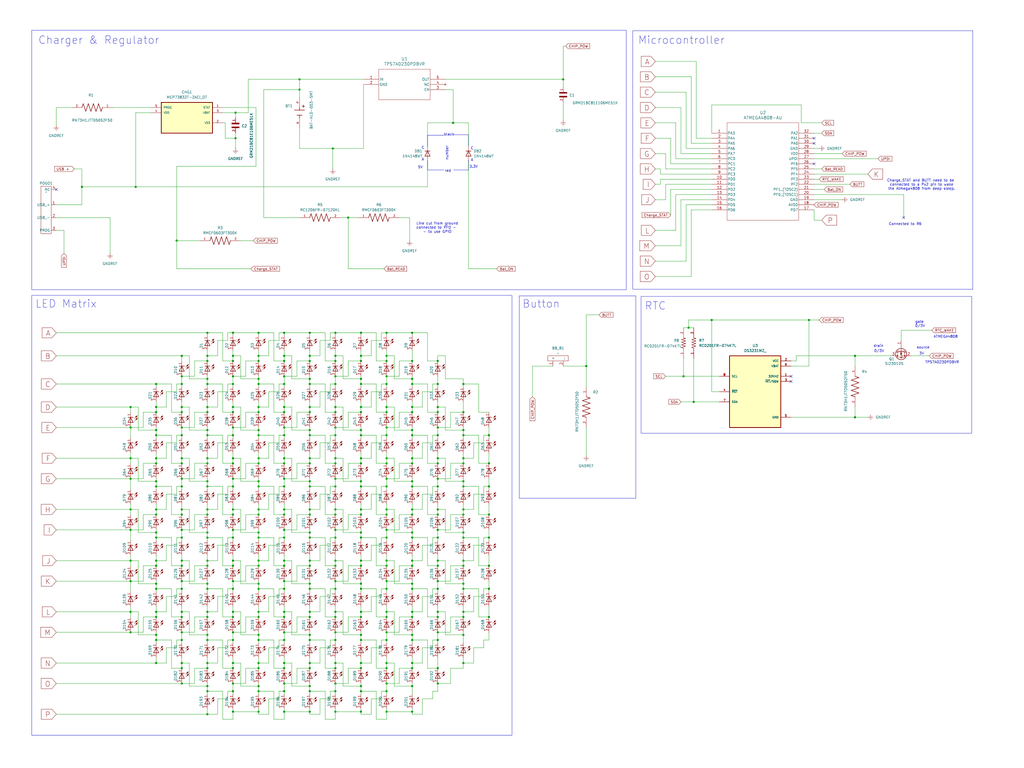
<source format=kicad_sch>
(kicad_sch (version 20250114) (generator "eeschema") (generator_version "9.0")
  (paper "User" 508 381)
  (rectangle (start 257.556 146.812) (end 315.468 247.142))
  (rectangle (start 15.748 146.558) (end 254 364.744))
  (rectangle (start 15.748 14.986) (end 310.642 143.764))
  (rectangle (start 313.944 15.24) (end 482.6 143.51))
  (rectangle (start 318.008 147.066) (end 482.092 214.884))
  (text "C" (at 234.188 73.66 0) (effects (font (size 1.27 1.27))))
  (text "Charge_STAT and BUTT need to be \nconnected to a Px2 pin to wake\nthe Atmega4808 from deep sleep." (at 457.2 91.694 0) (effects (font (size 1.27 1.27))))
  (text "TPS7A0230PDBVR" (at 467.36 179.832 0) (effects (font (size 1.27 1.27))))
  (text "Microcontroller" (at 338.074 20.066 0) (effects (font (size 3.81 3.81))))
  (text "Button\n" (at 268.478 150.876 0) (effects (font (size 3.81 3.81))))
  (text "Charger & Regulator" (at 49.022 20.066 0) (effects (font (size 3.81 3.81))))
  (text "0/3V" (at 456.438 161.798 0) (effects (font (size 1.27 1.27))))
  (text "ATMEGA4808" (at 469.138 167.132 0) (effects (font (size 1.27 1.27))))
  (text "Line cut from ground\nconnected to PFO - \n- to use GPIO" (at 216.916 113.03 0) (effects (font (size 1.27 1.27))))
  (text "number" (at 221.742 75.946 90) (effects (font (size 1.27 1.27))))
  (text "3.3V" (at 234.95 82.804 0) (effects (font (size 1.27 1.27))))
  (text "gate" (at 456.184 159.766 0) (effects (font (size 1.27 1.27))))
  (text "C" (at 209.804 73.406 0) (effects (font (size 1.27 1.27))))
  (text "0/3V" (at 436.118 174.244 0) (effects (font (size 1.27 1.27))))
  (text "Connected to R6" (at 449.072 111.252 0) (effects (font (size 1.27 1.27))))
  (text "drain" (at 435.864 171.704 0) (effects (font (size 1.27 1.27))))
  (text "black\n" (at 222.758 66.802 0) (effects (font (size 1.27 1.27))))
  (text "A" (at 234.188 79.502 0) (effects (font (size 1.27 1.27))))
  (text "RTC" (at 325.12 151.892 0) (effects (font (size 3.81 3.81))))
  (text "5V" (at 208.534 83.058 0) (effects (font (size 1.27 1.27))))
  (text "LED Matrix" (at 32.766 150.876 0) (effects (font (size 3.81 3.81))))
  (text "A" (at 209.804 79.248 0) (effects (font (size 1.27 1.27))))
  (text "red" (at 222.25 84.836 0) (effects (font (size 1.27 1.27))))
  (text "3V" (at 457.2 175.514 0) (effects (font (size 1.27 1.27))))
  (text "source" (at 457.962 172.466 0) (effects (font (size 1.27 1.27))))
  (junction (at 128.27 204.47))
  (junction (at 90.17 331.47))
  (junction (at 166.37 306.07))
  (junction (at 153.67 292.1))
  (junction (at 102.87 227.33))
  (junction (at 102.87 331.47))
  (junction (at 191.77 255.27))
  (junction (at 115.57 313.69))
  (junction (at 179.07 314.96))
  (junction (at 166.37 227.33))
  (junction (at 153.67 317.5))
  (junction (at 64.77 212.09))
  (junction (at 102.87 238.76))
  (junction (at 204.47 266.7))
  (junction (at 90.17 303.53))
  (junction (at 115.57 241.3))
  (junction (at 153.67 331.47))
  (junction (at 77.47 278.13))
  (junction (at 77.47 328.93))
  (junction (at 153.67 303.53))
  (junction (at 128.27 255.27))
  (junction (at 140.97 280.67))
  (junction (at 64.77 303.53))
  (junction (at 191.77 212.09))
  (junction (at 217.17 317.5))
  (junction (at 128.27 190.5))
  (junction (at 128.27 331.47))
  (junction (at 153.67 176.53))
  (junction (at 191.77 252.73))
  (junction (at 140.97 353.06))
  (junction (at 204.47 252.73))
  (junction (at 102.87 278.13))
  (junction (at 166.37 165.1))
  (junction (at 229.87 292.1))
  (junction (at 179.07 266.7))
  (junction (at 191.77 186.69))
  (junction (at 77.47 289.56))
  (junction (at 77.47 266.7))
  (junction (at 166.37 292.1))
  (junction (at 153.67 238.76))
  (junction (at 179.07 215.9))
  (junction (at 290.83 181.61))
  (junction (at 128.27 227.33))
  (junction (at 217.17 201.93))
  (junction (at 217.17 237.49))
  (junction (at 153.67 314.96))
  (junction (at 217.17 212.09))
  (junction (at 140.97 262.89))
  (junction (at 140.97 179.07))
  (junction (at 229.87 227.33))
  (junction (at 153.67 201.93))
  (junction (at 229.87 255.27))
  (junction (at 128.27 303.53))
  (junction (at 191.77 229.87))
  (junction (at 179.07 227.33))
  (junction (at 166.37 179.07))
  (junction (at 128.27 201.93))
  (junction (at 191.77 176.53))
  (junction (at 140.97 204.47))
  (junction (at 115.57 215.9))
  (junction (at 191.77 241.3))
  (junction (at 102.87 213.36))
  (junction (at 102.87 303.53))
  (junction (at 102.87 354.33))
  (junction (at 153.67 353.06))
  (junction (at 217.17 280.67))
  (junction (at 166.37 288.29))
  (junction (at 191.77 227.33))
  (junction (at 191.77 288.29))
  (junction (at 128.27 252.73))
  (junction (at 140.97 317.5))
  (junction (at 424.18 176.53))
  (junction (at 77.47 215.9))
  (junction (at 140.97 186.69))
  (junction (at 204.47 190.5))
  (junction (at 191.77 313.69))
  (junction (at 77.47 317.5))
  (junction (at 140.97 339.09))
  (junction (at 153.67 204.47))
  (junction (at 229.87 266.7))
  (junction (at 204.47 278.13))
  (junction (at 102.87 266.7))
  (junction (at 166.37 278.13))
  (junction (at 140.97 313.69))
  (junction (at 115.57 288.29))
  (junction (at 115.57 306.07))
  (junction (at 204.47 179.07))
  (junction (at 102.87 215.9))
  (junction (at 115.57 278.13))
  (junction (at 102.87 289.56))
  (junction (at 115.57 186.69))
  (junction (at 90.17 266.7))
  (junction (at 179.07 204.47))
  (junction (at 140.97 176.53))
  (junction (at 153.67 255.27))
  (junction (at 224.79 60.96))
  (junction (at 128.27 266.7))
  (junction (at 153.67 264.16))
  (junction (at 115.57 212.09))
  (junction (at 166.37 204.47))
  (junction (at 179.07 303.53))
  (junction (at 64.77 278.13))
  (junction (at 67.31 92.71))
  (junction (at 166.37 201.93))
  (junction (at 153.67 187.96))
  (junction (at 179.07 328.93))
  (junction (at 77.47 303.53))
  (junction (at 229.87 229.87))
  (junction (at 191.77 292.1))
  (junction (at 229.87 241.3))
  (junction (at 166.37 339.09))
  (junction (at 153.67 229.87))
  (junction (at 166.37 328.93))
  (junction (at 115.57 262.89))
  (junction (at 191.77 266.7))
  (junction (at 90.17 176.53))
  (junction (at 128.27 280.67))
  (junction (at 77.47 227.33))
  (junction (at 229.87 314.96))
  (junction (at 90.17 190.5))
  (junction (at 140.97 190.5))
  (junction (at 166.37 280.67))
  (junction (at 40.64 92.71))
  (junction (at 128.27 340.36))
  (junction (at 128.27 289.56))
  (junction (at 102.87 190.5))
  (junction (at 140.97 331.47))
  (junction (at 217.17 339.09))
  (junction (at 179.07 252.73))
  (junction (at 279.4 39.37))
  (junction (at 102.87 241.3))
  (junction (at 424.18 207.01))
  (junction (at 204.47 201.93))
  (junction (at 128.27 306.07))
  (junction (at 166.37 237.49))
  (junction (at 90.17 292.1))
  (junction (at 140.97 201.93))
  (junction (at 179.07 280.67))
  (junction (at 179.07 340.36))
  (junction (at 140.97 342.9))
  (junction (at 90.17 241.3))
  (junction (at 229.87 264.16))
  (junction (at 153.67 215.9))
  (junction (at 166.37 252.73))
  (junction (at 242.57 241.3))
  (junction (at 90.17 212.09))
  (junction (at 153.67 179.07))
  (junction (at 102.87 165.1))
  (junction (at 242.57 306.07))
  (junction (at 166.37 215.9))
  (junction (at 90.17 252.73))
  (junction (at 191.77 201.93))
  (junction (at 128.27 264.16))
  (junction (at 90.17 215.9))
  (junction (at 191.77 353.06))
  (junction (at 217.17 215.9))
  (junction (at 204.47 292.1))
  (junction (at 353.06 158.75))
  (junction (at 191.77 278.13))
  (junction (at 242.57 215.9))
  (junction (at 344.17 199.39))
  (junction (at 102.87 176.53))
  (junction (at 102.87 179.07))
  (junction (at 204.47 165.1))
  (junction (at 217.17 278.13))
  (junction (at 242.57 255.27))
  (junction (at 140.97 237.49))
  (junction (at 179.07 255.27))
  (junction (at 229.87 252.73))
  (junction (at 90.17 280.67))
  (junction (at 217.17 255.27))
  (junction (at 140.97 241.3))
  (junction (at 341.63 162.56))
  (junction (at 115.57 237.49))
  (junction (at 115.57 292.1))
  (junction (at 166.37 186.69))
  (junction (at 153.67 227.33))
  (junction (at 128.27 238.76))
  (junction (at 128.27 342.9))
  (junction (at 102.87 201.93))
  (junction (at 204.47 204.47))
  (junction (at 191.77 204.47))
  (junction (at 217.17 292.1))
  (junction (at 166.37 190.5))
  (junction (at 229.87 215.9))
  (junction (at 179.07 292.1))
  (junction (at 115.57 229.87))
  (junction (at 166.37 262.89))
  (junction (at 128.27 353.06))
  (junction (at 204.47 187.96))
  (junction (at 191.77 303.53))
  (junction (at 102.87 340.36))
  (junction (at 179.07 190.5))
  (junction (at 115.57 331.47))
  (junction (at 140.97 227.33))
  (junction (at 191.77 190.5))
  (junction (at 179.07 229.87))
  (junction (at 217.17 306.07))
  (junction (at 179.07 306.07))
  (junction (at 115.57 201.93))
  (junction (at 102.87 229.87))
  (junction (at 191.77 215.9))
  (junction (at 179.07 331.47))
  (junction (at 204.47 331.47))
  (junction (at 115.57 190.5))
  (junction (at 128.27 278.13))
  (junction (at 172.72 107.95))
  (junction (at 140.97 306.07))
  (junction (at 102.87 328.93))
  (junction (at 191.77 237.49))
  (junction (at 179.07 213.36))
  (junction (at 115.57 353.06))
  (junction (at 191.77 179.07))
  (junction (at 217.17 204.47))
  (junction (at 229.87 303.53))
  (junction (at 166.37 313.69))
  (junction (at 90.17 201.93))
  (junction (at 204.47 306.07))
  (junction (at 179.07 278.13))
  (junction (at 128.27 314.96))
  (junction (at 90.17 278.13))
  (junction (at 102.87 252.73))
  (junction (at 191.77 342.9))
  (junction (at 191.77 317.5))
  (junction (at 191.77 328.93))
  (junction (at 166.37 353.06))
  (junction (at 204.47 328.93))
  (junction (at 217.17 229.87))
  (junction (at 116.84 68.58))
  (junction (at 166.37 317.5))
  (junction (at 77.47 201.93))
  (junction (at 217.17 262.89))
  (junction (at 102.87 317.5))
  (junction (at 64.77 201.93))
  (junction (at 166.37 212.09))
  (junction (at 229.87 289.56))
  (junction (at 90.17 306.07))
  (junction (at 77.47 241.3))
  (junction (at 140.97 165.1))
  (junction (at 116.84 55.88))
  (junction (at 166.37 266.7))
  (junction (at 115.57 266.7))
  (junction (at 128.27 187.96))
  (junction (at 115.57 255.27))
  (junction (at 217.17 179.07))
  (junction (at 77.47 280.67))
  (junction (at 204.47 264.16))
  (junction (at 166.37 331.47))
  (junction (at 191.77 306.07))
  (junction (at 229.87 328.93))
  (junction (at 179.07 289.56))
  (junction (at 179.07 264.16))
  (junction (at 102.87 255.27))
  (junction (at 153.67 342.9))
  (junction (at 204.47 317.5))
  (junction (at 102.87 187.96))
  (junction (at 64.77 262.89))
  (junction (at 153.67 213.36))
  (junction (at 242.57 266.7))
  (junction (at 153.67 241.3))
  (junction (at 128.27 241.3))
  (junction (at 128.27 292.1))
  (junction (at 217.17 331.47))
  (junction (at 229.87 278.13))
  (junction (at 140.97 288.29))
  (junction (at 140.97 328.93))
  (junction (at 115.57 204.47))
  (junction (at 115.57 339.09))
  (junction (at 77.47 190.5))
  (junction (at 204.47 314.96))
  (junction (at 191.77 331.47))
  (junction (at 217.17 227.33))
  (junction (at 191.77 339.09))
  (junction (at 166.37 241.3))
  (junction (at 204.47 213.36))
  (junction (at 90.17 317.5))
  (junction (at 191.77 262.89))
  (junction (at 217.17 313.69))
  (junction (at 191.77 165.1))
  (junction (at 115.57 165.1))
  (junction (at 64.77 313.69))
  (junction (at 102.87 342.9))
  (junction (at 115.57 179.07))
  (junction (at 229.87 213.36))
  (junction (at 102.87 314.96))
  (junction (at 242.57 229.87))
  (junction (at 166.37 176.53))
  (junction (at 90.17 204.47))
  (junction (at 179.07 342.9))
  (junction (at 140.97 255.27))
  (junction (at 204.47 238.76))
  (junction (at 179.07 165.1))
  (junction (at 217.17 266.7))
  (junction (at 166.37 342.9))
  (junction (at 128.27 213.36))
  (junction (at 179.07 179.07))
  (junction (at 115.57 227.33))
  (junction (at 242.57 292.1))
  (junction (at 153.67 280.67))
  (junction (at 115.57 252.73))
  (junction (at 204.47 255.27))
  (junction (at 102.87 292.1))
  (junction (at 153.67 252.73))
  (junction (at 90.17 255.27))
  (junction (at 153.67 266.7))
  (junction (at 90.17 227.33))
  (junction (at 217.17 303.53))
  (junction (at 115.57 328.93))
  (junction (at 140.97 212.09))
  (junction (at 148.59 44.45))
  (junction (at 115.57 303.53))
  (junction (at 64.77 227.33))
  (junction (at 115.57 176.53))
  (junction (at 128.27 317.5))
  (junction (at 140.97 229.87))
  (junction (at 102.87 204.47))
  (junction (at 179.07 238.76))
  (junction (at 90.17 186.69))
  (junction (at 229.87 190.5))
  (junction (at 229.87 306.07))
  (junction (at 90.17 288.29))
  (junction (at 77.47 306.07))
  (junction (at 153.67 306.07))
  (junction (at 166.37 229.87))
  (junction (at 339.09 186.69))
  (junction (at 401.32 158.75))
  (junction (at 179.07 353.06))
  (junction (at 128.27 215.9))
  (junction (at 204.47 229.87))
  (junction (at 153.67 328.93))
  (junction (at 90.17 339.09))
  (junction (at 128.27 176.53))
  (junction (at 102.87 264.16))
  (junction (at 77.47 213.36))
  (junction (at 102.87 280.67))
  (junction (at 204.47 241.3))
  (junction (at 242.57 280.67))
  (junction (at 204.47 353.06))
  (junction (at 179.07 317.5))
  (junction (at 204.47 227.33))
  (junction (at 140.97 292.1))
  (junction (at 102.87 306.07))
  (junction (at 153.67 340.36))
  (junction (at 140.97 278.13))
  (junction (at 140.97 252.73))
  (junction (at 179.07 201.93))
  (junction (at 77.47 314.96))
  (junction (at 179.07 176.53))
  (junction (at 128.27 179.07))
  (junction (at 90.17 313.69))
  (junction (at 77.47 292.1))
  (junction (at 128.27 229.87))
  (junction (at 229.87 280.67))
  (junction (at 77.47 264.16))
  (junction (at 204.47 303.53))
  (junction (at 77.47 238.76))
  (junction (at 148.59 39.37))
  (junction (at 166.37 255.27))
  (junction (at 179.07 187.96))
  (junction (at 77.47 252.73))
  (junction (at 204.47 289.56))
  (junction (at 140.97 215.9))
  (junction (at 217.17 190.5))
  (junction (at 153.67 165.1))
  (junction (at 128.27 328.93))
  (junction (at 217.17 241.3))
  (junction (at 115.57 280.67))
  (junction (at 217.17 288.29))
  (junction (at 191.77 280.67))
  (junction (at 204.47 280.67))
  (junction (at 204.47 340.36))
  (junction (at 90.17 237.49))
  (junction (at 229.87 238.76))
  (junction (at 64.77 237.49))
  (junction (at 166.37 303.53))
  (junction (at 90.17 262.89))
  (junction (at 140.97 266.7))
  (junction (at 128.27 165.1))
  (junction (at 140.97 303.53))
  (junction (at 153.67 190.5))
  (junction (at 153.67 289.56))
  (junction (at 64.77 252.73))
  (junction (at 217.17 252.73))
  (junction (at 115.57 342.9))
  (junction (at 179.07 241.3))
  (junction (at 229.87 204.47))
  (junction (at 90.17 328.93))
  (junction (at 153.67 278.13))
  (junction (at 165.1 73.66))
  (junction (at 90.17 229.87))
  (junction (at 87.63 119.38))
  (junction (at 77.47 255.27))
  (junction (at 204.47 215.9))
  (junction (at 77.47 204.47))
  (junction (at 115.57 317.5))
  (junction (at 64.77 288.29))
  (junction (at 77.47 229.87))
  (no_connect (at 392.43 186.69))
  (no_connect (at 27.94 93.98))
  (no_connect (at 403.86 81.28))
  (no_connect (at 403.86 71.12))
  (no_connect (at 448.31 107.95))
  (no_connect (at 403.86 68.58))
  (no_connect (at 392.43 189.23))
  (wire (pts (xy 161.29 266.7) (xy 161.29 280.67)))
  (wire (pts (xy 223.52 255.27) (xy 223.52 262.89)))
  (wire (pts (xy 220.98 264.16) (xy 229.87 264.16)))
  (wire (pts (xy 234.95 321.31) (xy 240.03 321.31)))
  (wire (pts (xy 240.03 241.3) (xy 242.57 241.3)))
  (wire (pts (xy 229.87 289.56) (xy 229.87 292.1)))
  (wire (pts (xy 204.47 278.13) (xy 209.55 278.13)))
  (wire (pts (xy 223.52 229.87) (xy 229.87 229.87)))
  (wire (pts (xy 179.07 353.06) (xy 179.07 354.33)))
  (wire (pts (xy 158.75 278.13) (xy 158.75 270.51)))
  (wire (pts (xy 217.17 317.5) (xy 217.17 318.77)))
  (wire (pts (xy 138.43 266.7) (xy 140.97 266.7)))
  (wire (pts (xy 64.77 227.33) (xy 68.58 227.33)))
  (wire (pts (xy 140.97 165.1) (xy 140.97 166.37)))
  (wire (pts (xy 217.17 212.09) (xy 223.52 212.09)))
  (wire (pts (xy 135.89 241.3) (xy 135.89 255.27)))
  (wire (pts (xy 392.43 207.01) (xy 424.18 207.01)))
  (wire (pts (xy 195.58 201.93) (xy 195.58 213.36)))
  (wire (pts (xy 111.76 68.58) (xy 116.84 68.58)))
  (wire (pts (xy 87.63 292.1) (xy 90.17 292.1)))
  (wire (pts (xy 71.12 280.67) (xy 71.12 288.29)))
  (wire (pts (xy 128.27 303.53) (xy 128.27 306.07)))
  (wire (pts (xy 121.92 331.47) (xy 121.92 339.09)))
  (wire (pts (xy 447.04 168.91) (xy 447.04 163.83)))
  (wire (pts (xy 116.84 55.88) (xy 116.84 58.42)))
  (wire (pts (xy 337.82 76.2) (xy 353.06 76.2)))
  (wire (pts (xy 148.59 44.45) (xy 130.81 44.45)))
  (wire (pts (xy 85.09 241.3) (xy 85.09 255.27)))
  (wire (pts (xy 212.09 317.5) (xy 212.09 331.47)))
  (wire (pts (xy 189.23 194.31) (xy 189.23 190.5)))
  (wire (pts (xy 203.2 107.95) (xy 203.2 119.38)))
  (wire (pts (xy 234.95 227.33) (xy 234.95 219.71)))
  (wire (pts (xy 115.57 215.9) (xy 115.57 217.17)))
  (wire (pts (xy 394.97 176.53) (xy 424.18 176.53)))
  (wire (pts (xy 55.88 53.34) (xy 74.93 53.34)))
  (wire (pts (xy 128.27 303.53) (xy 133.35 303.53)))
  (wire (pts (xy 179.07 237.49) (xy 179.07 238.76)))
  (wire (pts (xy 107.95 227.33) (xy 107.95 219.71)))
  (wire (pts (xy 27.94 107.95) (xy 54.61 107.95)))
  (wire (pts (xy 242.57 224.79) (xy 242.57 229.87)))
  (wire (pts (xy 166.37 317.5) (xy 166.37 318.77)))
  (wire (pts (xy 144.78 176.53) (xy 144.78 187.96)))
  (wire (pts (xy 148.59 73.66) (xy 165.1 73.66)))
  (wire (pts (xy 191.77 227.33) (xy 195.58 227.33)))
  (wire (pts (xy 217.17 288.29) (xy 223.52 288.29)))
  (wire (pts (xy 186.69 179.07) (xy 191.77 179.07)))
  (wire (pts (xy 113.03 245.11) (xy 113.03 241.3)))
  (wire (pts (xy 327.66 86.36) (xy 353.06 86.36)))
  (wire (pts (xy 217.17 262.89) (xy 217.17 266.7)))
  (wire (pts (xy 198.12 255.27) (xy 198.12 262.89)))
  (wire (pts (xy 77.47 252.73) (xy 77.47 255.27)))
  (wire (pts (xy 217.17 300.99) (xy 217.17 303.53)))
  (wire (pts (xy 140.97 186.69) (xy 147.32 186.69)))
  (wire (pts (xy 184.15 252.73) (xy 184.15 245.11)))
  (wire (pts (xy 153.67 300.99) (xy 153.67 303.53)))
  (wire (pts (xy 179.07 176.53) (xy 179.07 179.07)))
  (wire (pts (xy 161.29 215.9) (xy 161.29 229.87)))
  (wire (pts (xy 229.87 187.96) (xy 229.87 190.5)))
  (wire (pts (xy 128.27 173.99) (xy 128.27 176.53)))
  (wire (pts (xy 166.37 353.06) (xy 179.07 353.06)))
  (wire (pts (xy 242.57 288.29) (xy 242.57 292.1)))
  (wire (pts (xy 115.57 237.49) (xy 115.57 241.3)))
  (wire (pts (xy 214.63 190.5) (xy 217.17 190.5)))
  (wire (pts (xy 342.9 71.12) (xy 342.9 38.1)))
  (wire (pts (xy 195.58 187.96) (xy 204.47 187.96)))
  (wire (pts (xy 158.75 303.53) (xy 158.75 295.91)))
  (wire (pts (xy 198.12 280.67) (xy 198.12 288.29)))
  (wire (pts (xy 179.07 354.33) (xy 184.15 354.33)))
  (wire (pts (xy 232.41 133.35) (xy 246.38 133.35)))
  (wire (pts (xy 140.97 278.13) (xy 144.78 278.13)))
  (wire (pts (xy 325.12 38.1) (xy 342.9 38.1)))
  (wire (pts (xy 93.98 264.16) (xy 102.87 264.16)))
  (wire (pts (xy 90.17 252.73) (xy 90.17 255.27)))
  (wire (pts (xy 204.47 252.73) (xy 204.47 255.27)))
  (wire (pts (xy 195.58 289.56) (xy 204.47 289.56)))
  (wire (pts (xy 90.17 275.59) (xy 90.17 278.13)))
  (wire (pts (xy 229.87 227.33) (xy 234.95 227.33)))
  (wire (pts (xy 240.03 245.11) (xy 240.03 241.3)))
  (wire (pts (xy 130.81 44.45) (xy 130.81 107.95)))
  (wire (pts (xy 90.17 227.33) (xy 93.98 227.33)))
  (wire (pts (xy 166.37 339.09) (xy 172.72 339.09)))
  (wire (pts (xy 116.84 55.88) (xy 123.19 55.88)))
  (wire (pts (xy 204.47 303.53) (xy 209.55 303.53)))
  (wire (pts (xy 158.75 194.31) (xy 163.83 194.31)))
  (wire (pts (xy 153.67 275.59) (xy 153.67 278.13)))
  (wire (pts (xy 115.57 250.19) (xy 115.57 252.73)))
  (wire (pts (xy 64.77 201.93) (xy 64.77 204.47)))
  (wire (pts (xy 179.07 275.59) (xy 179.07 278.13)))
  (wire (pts (xy 179.07 250.19) (xy 179.07 252.73)))
  (wire (pts (xy 204.47 217.17) (xy 204.47 215.9)))
  (wire (pts (xy 447.04 163.83) (xy 462.28 163.83)))
  (wire (pts (xy 198.12 204.47) (xy 198.12 212.09)))
  (wire (pts (xy 204.47 353.06) (xy 204.47 354.33)))
  (wire (pts (xy 212.09 204.47) (xy 217.17 204.47)))
  (wire (pts (xy 102.87 339.09) (xy 102.87 340.36)))
  (wire (pts (xy 64.77 237.49) (xy 71.12 237.49)))
  (wire (pts (xy 153.67 252.73) (xy 153.67 255.27)))
  (wire (pts (xy 179.07 186.69) (xy 179.07 187.96)))
  (wire (pts (xy 133.35 201.93) (xy 133.35 194.31)))
  (wire (pts (xy 214.63 295.91) (xy 214.63 292.1)))
  (wire (pts (xy 153.67 252.73) (xy 158.75 252.73)))
  (wire (pts (xy 186.69 317.5) (xy 186.69 331.47)))
  (wire (pts (xy 204.47 213.36) (xy 204.47 215.9)))
  (wire (pts (xy 77.47 303.53) (xy 82.55 303.53)))
  (wire (pts (xy 223.52 204.47) (xy 229.87 204.47)))
  (wire (pts (xy 140.97 339.09) (xy 140.97 342.9)))
  (wire (pts (xy 170.18 289.56) (xy 179.07 289.56)))
  (wire (pts (xy 217.17 262.89) (xy 223.52 262.89)))
  (wire (pts (xy 179.07 303.53) (xy 179.07 306.07)))
  (wire (pts (xy 242.57 266.7) (xy 242.57 267.97)))
  (wire (pts (xy 64.77 278.13) (xy 68.58 278.13)))
  (wire (pts (xy 217.17 227.33) (xy 217.17 229.87)))
  (wire (pts (xy 179.07 328.93) (xy 184.15 328.93)))
  (wire (pts (xy 217.17 224.79) (xy 217.17 227.33)))
  (wire (pts (xy 217.17 278.13) (xy 220.98 278.13)))
  (wire (pts (xy 342.9 71.12) (xy 353.06 71.12)))
  (wire (pts (xy 67.31 55.88) (xy 67.31 92.71)))
  (wire (pts (xy 170.18 340.36) (xy 179.07 340.36)))
  (wire (pts (xy 87.63 119.38) (xy 99.06 119.38)))
  (wire (pts (xy 102.87 303.53) (xy 102.87 306.07)))
  (wire (pts (xy 166.37 313.69) (xy 172.72 313.69)))
  (wire (pts (xy 138.43 194.31) (xy 138.43 190.5)))
  (wire (pts (xy 27.94 201.93) (xy 64.77 201.93)))
  (wire (pts (xy 102.87 237.49) (xy 102.87 238.76)))
  (wire (pts (xy 115.57 328.93) (xy 115.57 331.47)))
  (wire (pts (xy 184.15 245.11) (xy 189.23 245.11)))
  (wire (pts (xy 85.09 190.5) (xy 85.09 204.47)))
  (wire (pts (xy 191.77 215.9) (xy 191.77 217.17)))
  (wire (pts (xy 204.47 339.09) (xy 204.47 340.36)))
  (wire (pts (xy 452.12 176.53) (xy 461.01 176.53)))
  (wire (pts (xy 115.57 288.29) (xy 121.92 288.29)))
  (wire (pts (xy 93.98 187.96) (xy 102.87 187.96)))
  (wire (pts (xy 214.63 321.31) (xy 214.63 317.5)))
  (wire (pts (xy 115.57 252.73) (xy 115.57 255.27)))
  (wire (pts (xy 119.38 213.36) (xy 128.27 213.36)))
  (wire (pts (xy 179.07 252.73) (xy 184.15 252.73)))
  (wire (pts (xy 401.32 158.75) (xy 406.4 158.75)))
  (wire (pts (xy 102.87 264.16) (xy 102.87 266.7)))
  (wire (pts (xy 96.52 179.07) (xy 96.52 186.69)))
  (wire (pts (xy 135.89 165.1) (xy 135.89 179.07)))
  (wire (pts (xy 77.47 262.89) (xy 77.47 264.16)))
  (wire (pts (xy 64.77 224.79) (xy 64.77 227.33)))
  (wire (pts (xy 189.23 190.5) (xy 191.77 190.5)))
  (wire (pts (xy 229.87 262.89) (xy 229.87 264.16)))
  (wire (pts (xy 220.98 39.37) (xy 279.4 39.37)))
  (wire (pts (xy 128.27 275.59) (xy 128.27 278.13)))
  (wire (pts (xy 93.98 238.76) (xy 102.87 238.76)))
  (wire (pts (xy 198.12 306.07) (xy 198.12 313.69)))
  (wire (pts (xy 153.67 340.36) (xy 153.67 342.9)))
  (wire (pts (xy 140.97 165.1) (xy 153.67 165.1)))
  (wire (pts (xy 189.23 342.9) (xy 191.77 342.9)))
  (wire (pts (xy 166.37 326.39) (xy 166.37 328.93)))
  (wire (pts (xy 234.95 252.73) (xy 234.95 245.11)))
  (wire (pts (xy 127 53.34) (xy 127 82.55)))
  (wire (pts (xy 140.97 212.09) (xy 147.32 212.09)))
  (wire (pts (xy 153.67 314.96) (xy 153.67 317.5)))
  (wire (pts (xy 102.87 289.56) (xy 102.87 292.1)))
  (wire (pts (xy 340.36 101.6) (xy 353.06 101.6)))
  (wire (pts (xy 153.67 288.29) (xy 153.67 289.56)))
  (wire (pts (xy 140.97 252.73) (xy 144.78 252.73)))
  (wire (pts (xy 166.37 328.93) (xy 170.18 328.93)))
  (wire (pts (xy 229.87 303.53) (xy 229.87 306.07)))
  (wire (pts (xy 184.15 303.53) (xy 184.15 295.91)))
  (wire (pts (xy 119.38 264.16) (xy 128.27 264.16)))
  (wire (pts (xy 195.58 176.53) (xy 195.58 187.96)))
  (wire (pts (xy 217.17 201.93) (xy 220.98 201.93)))
  (wire (pts (xy 212.09 60.96) (xy 224.79 60.96)))
  (wire (pts (xy 144.78 328.93) (xy 144.78 340.36)))
  (wire (pts (xy 138.43 270.51) (xy 138.43 266.7)))
  (wire (pts (xy 204.47 242.57) (xy 204.47 241.3)))
  (wire (pts (xy 140.97 300.99) (xy 140.97 303.53)))
  (wire (pts (xy 191.77 351.79) (xy 191.77 353.06)))
  (wire (pts (xy 191.77 241.3) (xy 191.77 242.57)))
  (wire (pts (xy 77.47 326.39) (xy 77.47 328.93)))
  (wire (pts (xy 140.97 252.73) (xy 140.97 255.27)))
  (wire (pts (xy 144.78 278.13) (xy 144.78 289.56)))
  (wire (pts (xy 82.55 252.73) (xy 82.55 245.11)))
  (wire (pts (xy 212.09 165.1) (xy 204.47 165.1)))
  (wire (pts (xy 110.49 204.47) (xy 115.57 204.47)))
  (wire (pts (xy 77.47 267.97) (xy 77.47 266.7)))
  (wire (pts (xy 186.69 241.3) (xy 186.69 255.27)))
  (wire (pts (xy 40.64 83.82) (xy 40.64 92.71)))
  (wire (pts (xy 85.09 306.07) (xy 90.17 306.07)))
  (wire (pts (xy 90.17 212.09) (xy 90.17 215.9)))
  (wire (pts (xy 87.63 266.7) (xy 90.17 266.7)))
  (wire (pts (xy 133.35 176.53) (xy 133.35 168.91)))
  (wire (pts (xy 212.09 241.3) (xy 212.09 255.27)))
  (wire (pts (xy 140.97 186.69) (xy 140.97 190.5)))
  (wire (pts (xy 223.52 331.47) (xy 223.52 339.09)))
  (wire (pts (xy 158.75 252.73) (xy 158.75 245.11)))
  (wire (pts (xy 189.23 270.51) (xy 189.23 266.7)))
  (wire (pts (xy 212.09 266.7) (xy 204.47 266.7)))
  (wire (pts (xy 204.47 166.37) (xy 204.47 165.1)))
  (wire (pts (xy 191.77 353.06) (xy 204.47 353.06)))
  (wire (pts (xy 179.07 264.16) (xy 179.07 266.7)))
  (wire (pts (xy 87.63 245.11) (xy 87.63 241.3)))
  (wire (pts (xy 179.07 278.13) (xy 184.15 278.13)))
  (wire (pts (xy 140.97 227.33) (xy 140.97 229.87)))
  (wire (pts (xy 90.17 212.09) (xy 96.52 212.09)))
  (wire (pts (xy 140.97 353.06) (xy 153.67 353.06)))
  (wire (pts (xy 27.94 278.13) (xy 64.77 278.13)))
  (wire (pts (xy 135.89 292.1) (xy 135.89 306.07)))
  (wire (pts (xy 128.27 288.29) (xy 128.27 289.56)))
  (wire (pts (xy 191.77 190.5) (xy 191.77 191.77)))
  (wire (pts (xy 195.58 252.73) (xy 195.58 264.16)))
  (wire (pts (xy 102.87 201.93) (xy 102.87 204.47)))
  (wire (pts (xy 166.37 275.59) (xy 166.37 278.13)))
  (wire (pts (xy 93.98 176.53) (xy 93.98 187.96)))
  (wire (pts (xy 195.58 227.33) (xy 195.58 238.76)))
  (wire (pts (xy 140.97 173.99) (xy 140.97 176.53)))
  (wire (pts (xy 119.38 176.53) (xy 119.38 187.96)))
  (wire (pts (xy 240.03 270.51) (xy 240.03 266.7)))
  (wire (pts (xy 240.03 317.5) (xy 242.57 317.5)))
  (wire (pts (xy 179.07 303.53) (xy 184.15 303.53)))
  (wire (pts (xy 179.07 242.57) (xy 179.07 241.3)))
  (wire (pts (xy 77.47 213.36) (xy 77.47 215.9)))
  (wire (pts (xy 140.97 237.49) (xy 140.97 241.3)))
  (wire (pts (xy 242.57 292.1) (xy 242.57 293.37)))
  (wire (pts (xy 144.78 289.56) (xy 153.67 289.56)))
  (wire (pts (xy 102.87 176.53) (xy 102.87 179.07)))
  (wire (pts (xy 209.55 346.71) (xy 214.63 346.71)))
  (wire (pts (xy 212.09 306.07) (xy 217.17 306.07)))
  (wire (pts (xy 209.55 328.93) (xy 209.55 321.31)))
  (wire (pts (xy 96.52 280.67) (xy 102.87 280.67)))
  (wire (pts (xy 166.37 186.69) (xy 166.37 190.5)))
  (wire (pts (xy 138.43 241.3) (xy 140.97 241.3)))
  (wire (pts (xy 90.17 224.79) (xy 90.17 227.33)))
  (wire (pts (xy 290.83 156.21) (xy 290.83 181.61)))
  (wire (pts (xy 77.47 313.69) (xy 77.47 314.96)))
  (wire (pts (xy 232.41 60.96) (xy 232.41 72.39)))
  (wire (pts (xy 27.94 303.53) (xy 64.77 303.53)))
  (wire (pts (xy 170.18 252.73) (xy 170.18 264.16)))
  (wire (pts (xy 144.78 201.93) (xy 144.78 213.36)))
  (wire (pts (xy 102.87 242.57) (xy 102.87 241.3)))
  (wire (pts (xy 133.35 245.11) (xy 138.43 245.11)))
  (wire (pts (xy 214.63 194.31) (xy 214.63 190.5)))
  (wire (pts (xy 325.12 45.72) (xy 340.36 45.72)))
  (wire (pts (xy 172.72 255.27) (xy 179.07 255.27)))
  (wire (pts (xy 161.29 292.1) (xy 161.29 306.07)))
  (wire (pts (xy 214.63 270.51) (xy 214.63 266.7)))
  (wire (pts (xy 186.69 306.07) (xy 191.77 306.07)))
  (wire (pts (xy 87.63 82.55) (xy 87.63 119.38)))
  (wire (pts (xy 179.07 318.77) (xy 179.07 317.5)))
  (wire (pts (xy 403.86 96.52) (xy 448.31 96.52)))
  (wire (pts (xy 186.69 266.7) (xy 179.07 266.7)))
  (wire (pts (xy 110.49 179.07) (xy 115.57 179.07)))
  (wire (pts (xy 161.29 266.7) (xy 153.67 266.7)))
  (wire (pts (xy 128.27 213.36) (xy 128.27 215.9)))
  (wire (pts (xy 195.58 314.96) (xy 204.47 314.96)))
  (wire (pts (xy 229.87 227.33) (xy 229.87 229.87)))
  (wire (pts (xy 186.69 356.87) (xy 191.77 356.87)))
  (wire (pts (xy 77.47 224.79) (xy 77.47 227.33)))
  (wire (pts (xy 110.49 165.1) (xy 102.87 165.1)))
  (wire (pts (xy 179.07 173.99) (xy 179.07 176.53)))
  (wire (pts (xy 161.29 331.47) (xy 166.37 331.47)))
  (wire (pts (xy 161.29 229.87) (xy 166.37 229.87)))
  (wire (pts (xy 82.55 295.91) (xy 87.63 295.91)))
  (wire (pts (xy 204.47 351.79) (xy 204.47 353.06)))
  (wire (pts (xy 339.09 186.69) (xy 356.87 186.69)))
  (wire (pts (xy 229.87 252.73) (xy 229.87 255.27)))
  (wire (pts (xy 135.89 179.07) (xy 140.97 179.07)))
  (wire (pts (xy 82.55 219.71) (xy 87.63 219.71)))
  (wire (pts (xy 223.52 331.47) (xy 229.87 331.47)))
  (wire (pts (xy 27.94 354.33) (xy 102.87 354.33)))
  (wire (pts (xy 140.97 275.59) (xy 140.97 278.13)))
  (wire (pts (xy 87.63 194.31) (xy 87.63 190.5)))
  (wire (pts (xy 166.37 215.9) (xy 166.37 217.17)))
  (wire (pts (xy 128.27 262.89) (xy 128.27 264.16)))
  (wire (pts (xy 214.63 266.7) (xy 217.17 266.7)))
  (wire (pts (xy 229.87 264.16) (xy 229.87 266.7)))
  (wire (pts (xy 102.87 252.73) (xy 107.95 252.73)))
  (wire (pts (xy 340.36 45.72) (xy 340.36 73.66)))
  (wire (pts (xy 64.77 212.09) (xy 27.94 212.09)))
  (wire (pts (xy 166.37 176.53) (xy 166.37 179.07)))
  (wire (pts (xy 90.17 300.99) (xy 90.17 303.53)))
  (wire (pts (xy 135.89 356.87) (xy 140.97 356.87)))
  (wire (pts (xy 279.4 22.86) (xy 280.67 22.86)))
  (wire (pts (xy 204.47 293.37) (xy 204.47 292.1)))
  (wire (pts (xy 212.09 60.96) (xy 212.09 72.39)))
  (wire (pts (xy 128.27 354.33) (xy 133.35 354.33)))
  (wire (pts (xy 115.57 351.79) (xy 115.57 353.06)))
  (wire (pts (xy 204.47 289.56) (xy 204.47 292.1)))
  (wire (pts (xy 179.07 289.56) (xy 179.07 292.1)))
  (wire (pts (xy 204.47 227.33) (xy 204.47 229.87)))
  (wire (pts (xy 204.47 278.13) (xy 204.47 280.67)))
  (wire (pts (xy 135.89 241.3) (xy 128.27 241.3)))
  (wire (pts (xy 229.87 313.69) (xy 229.87 314.96)))
  (wire (pts (xy 135.89 342.9) (xy 135.89 356.87)))
  (wire (pts (xy 179.07 278.13) (xy 179.07 280.67)))
  (wire (pts (xy 279.4 50.8) (xy 279.4 59.69)))
  (wire (pts (xy 148.59 48.26) (xy 148.59 44.45)))
  (wire (pts (xy 153.67 187.96) (xy 153.67 190.5)))
  (wire (pts (xy 186.69 229.87) (xy 191.77 229.87)))
  (wire (pts (xy 229.87 278.13) (xy 229.87 280.67)))
  (wire (pts (xy 102.87 238.76) (xy 102.87 241.3)))
  (wire (pts (xy 110.49 306.07) (xy 115.57 306.07)))
  (wire (pts (xy 279.4 39.37) (xy 279.4 43.18)))
  (wire (pts (xy 128.27 264.16) (xy 128.27 266.7)))
  (wire (pts (xy 147.32 204.47) (xy 153.67 204.47)))
  (wire (pts (xy 234.95 278.13) (xy 234.95 270.51)))
  (wire (pts (xy 107.95 295.91) (xy 113.03 295.91)))
  (wire (pts (xy 204.47 238.76) (xy 204.47 241.3)))
  (wire (pts (xy 191.77 317.5) (xy 191.77 318.77)))
  (wire (pts (xy 172.72 306.07) (xy 172.72 313.69)))
  (wire (pts (xy 77.47 237.49) (xy 77.47 238.76)))
  (wire (pts (xy 140.97 227.33) (xy 144.78 227.33)))
  (wire (pts (xy 170.18 264.16) (xy 179.07 264.16)))
  (wire (pts (xy 107.95 278.13) (xy 107.95 270.51)))
  (polyline (pts (xy 212.09 72.644) (xy 212.09 67.056)))
  (wire (pts (xy 140.97 353.06) (xy 140.97 356.87)))
  (wire (pts (xy 161.29 215.9) (xy 153.67 215.9)))
  (wire (pts (xy 119.38 278.13) (xy 119.38 289.56)))
  (wire (pts (xy 119.38 201.93) (xy 119.38 213.36)))
  (wire (pts (xy 113.03 266.7) (xy 115.57 266.7)))
  (wire (pts (xy 153.67 173.99) (xy 153.67 176.53)))
  (wire (pts (xy 191.77 300.99) (xy 191.77 303.53)))
  (wire (pts (xy 147.32 306.07) (xy 153.67 306.07)))
  (wire (pts (xy 186.69 342.9) (xy 186.69 356.87)))
  (wire (pts (xy 209.55 245.11) (xy 214.63 245.11)))
  (wire (pts (xy 198.12 179.07) (xy 198.12 186.69)))
  (wire (pts (xy 147.32 229.87) (xy 147.32 237.49)))
  (wire (pts (xy 135.89 215.9) (xy 128.27 215.9)))
  (wire (pts (xy 77.47 278.13) (xy 82.55 278.13)))
  (wire (pts (xy 195.58 340.36) (xy 204.47 340.36)))
  (wire (pts (xy 179.07 199.39) (xy 179.07 201.93)))
  (wire (pts (xy 27.94 53.34) (xy 27.94 62.23)))
  (wire (pts (xy 191.77 339.09) (xy 191.77 342.9)))
  (wire (pts (xy 195.58 264.16) (xy 204.47 264.16)))
  (wire (pts (xy 214.63 346.71) (xy 214.63 342.9)))
  (wire (pts (xy 153.67 278.13) (xy 158.75 278.13)))
  (wire (pts (xy 128.27 238.76) (xy 128.27 241.3)))
  (wire (pts (xy 166.37 165.1) (xy 166.37 166.37)))
  (wire (pts (xy 161.29 241.3) (xy 161.29 255.27)))
  (wire (pts (xy 115.57 201.93) (xy 119.38 201.93)))
  (wire (pts (xy 191.77 313.69) (xy 191.77 317.5)))
  (wire (pts (xy 220.98 44.45) (xy 224.79 44.45)))
  (wire (pts (xy 204.47 288.29) (xy 204.47 289.56)))
  (wire (pts (xy 128.27 224.79) (xy 128.27 227.33)))
  (wire (pts (xy 290.83 212.09) (xy 290.83 226.06)))
  (wire (pts (xy 209.55 194.31) (xy 214.63 194.31)))
  (wire (pts (xy 27.94 313.69) (xy 64.77 313.69)))
  (wire (pts (xy 191.77 303.53) (xy 195.58 303.53)))
  (wire (pts (xy 93.98 328.93) (xy 93.98 340.36)))
  (wire (pts (xy 163.83 317.5) (xy 166.37 317.5)))
  (wire (pts (xy 82.55 303.53) (xy 82.55 295.91)))
  (wire (pts (xy 186.69 342.9) (xy 179.07 342.9)))
  (wire (pts (xy 217.17 252.73) (xy 220.98 252.73)))
  (wire (pts (xy 153.67 303.53) (xy 158.75 303.53)))
  (wire (pts (xy 204.47 173.99) (xy 204.47 179.07)))
  (wire (pts (xy 161.29 165.1) (xy 161.29 179.07)))
  (wire (pts (xy 217.17 275.59) (xy 217.17 278.13)))
  (wire (pts (xy 147.32 179.07) (xy 147.32 186.69)))
  (wire (pts (xy 163.83 346.71) (xy 163.83 342.9)))
  (wire (pts (xy 140.97 224.79) (xy 140.97 227.33)))
  (wire (pts (xy 158.75 219.71) (xy 163.83 219.71)))
  (wire (pts (xy 128.27 201.93) (xy 128.27 204.47)))
  (wire (pts (xy 337.82 199.39) (xy 344.17 199.39)))
  (wire (pts (xy 153.67 166.37) (xy 153.67 165.1)))
  (wire (pts (xy 140.97 201.93) (xy 144.78 201.93)))
  (wire (pts (xy 64.77 275.59) (xy 64.77 278.13)))
  (wire (pts (xy 214.63 317.5) (xy 217.17 317.5)))
  (wire (pts (xy 274.32 181.61) (xy 264.16 181.61)))
  (wire (pts (xy 170.18 314.96) (xy 179.07 314.96)))
  (wire (pts (xy 153.67 238.76) (xy 153.67 241.3)))
  (wire (pts (xy 158.75 328.93) (xy 158.75 321.31)))
  (wire (pts (xy 163.83 165.1) (xy 166.37 165.1)))
  (wire (pts (xy 133.35 354.33) (xy 133.35 346.71)))
  (wire (pts (xy 77.47 250.19) (xy 77.47 252.73)))
  (wire (pts (xy 82.55 201.93) (xy 82.55 194.31)))
  (wire (pts (xy 102.87 354.33) (xy 107.95 354.33)))
  (wire (pts (xy 189.23 295.91) (xy 189.23 292.1)))
  (wire (pts (xy 90.17 262.89) (xy 96.52 262.89)))
  (wire (pts (xy 102.87 217.17) (xy 102.87 215.9)))
  (wire (pts (xy 229.87 293.37) (xy 229.87 292.1)))
  (wire (pts (xy 204.47 328.93) (xy 204.47 331.47)))
  (wire (pts (xy 172.72 331.47) (xy 179.07 331.47)))
  (wire (pts (xy 220.98 289.56) (xy 229.87 289.56)))
  (wire (pts (xy 342.9 104.14) (xy 342.9 137.16)))
  (wire (pts (xy 107.95 201.93) (xy 107.95 194.31)))
  (wire (pts (xy 212.09 280.67) (xy 217.17 280.67)))
  (wire (pts (xy 204.47 328.93) (xy 209.55 328.93)))
  (wire (pts (xy 330.2 91.44) (xy 353.06 91.44)))
  (wire (pts (xy 115.57 317.5) (xy 115.57 318.77)))
  (wire (pts (xy 90.17 190.5) (xy 90.17 191.77)))
  (wire (pts (xy 237.49 241.3) (xy 229.87 241.3)))
  (wire (pts (xy 179.07 213.36) (xy 179.07 215.9)))
  (wire (pts (xy 135.89 229.87) (xy 140.97 229.87)))
  (wire (pts (xy 93.98 252.73) (xy 93.98 264.16)))
  (wire (pts (xy 123.19 55.88) (xy 123.19 39.37)))
  (wire (pts (xy 128.27 191.77) (xy 128.27 190.5)))
  (wire (pts (xy 172.72 133.35) (xy 190.5 133.35)))
  (wire (pts (xy 115.57 300.99) (xy 115.57 303.53)))
  (wire (pts (xy 110.49 190.5) (xy 110.49 204.47)))
  (wire (pts (xy 186.69 215.9) (xy 186.69 229.87)))
  (wire (pts (xy 64.77 278.13) (xy 64.77 280.67)))
  (wire (pts (xy 128.27 212.09) (xy 128.27 213.36)))
  (wire (pts (xy 186.69 215.9) (xy 179.07 215.9)))
  (wire (pts (xy 77.47 238.76) (xy 77.47 241.3)))
  (wire (pts (xy 90.17 328.93) (xy 93.98 328.93)))
  (wire (pts (xy 121.92 280.67) (xy 121.92 288.29)))
  (wire (pts (xy 189.23 245.11) (xy 189.23 241.3)))
  (wire (pts (xy 179.07 288.29) (xy 179.07 289.56)))
  (wire (pts (xy 140.97 176.53) (xy 144.78 176.53)))
  (wire (pts (xy 179.07 328.93) (xy 179.07 331.47)))
  (wire (pts (xy 96.52 255.27) (xy 102.87 255.27)))
  (wire (pts (xy 119.38 252.73) (xy 119.38 264.16)))
  (wire (pts (xy 93.98 213.36) (xy 102.87 213.36)))
  (wire (pts (xy 325.12 121.92) (xy 337.82 121.92)))
  (wire (pts (xy 166.37 173.99) (xy 166.37 176.53)))
  (wire (pts (xy 217.17 201.93) (xy 217.17 204.47)))
  (wire (pts (xy 140.97 339.09) (xy 147.32 339.09)))
  (wire (pts (xy 140.97 237.49) (xy 147.32 237.49)))
  (wire (pts (xy 115.57 292.1) (xy 115.57 293.37)))
  (wire (pts (xy 158.75 168.91) (xy 163.83 168.91)))
  (wire (pts (xy 111.76 68.58) (xy 111.76 60.96)))
  (wire (pts (xy 31.75 114.3) (xy 31.75 125.73)))
  (wire (pts (xy 191.77 165.1) (xy 191.77 166.37)))
  (wire (pts (xy 68.58 278.13) (xy 68.58 289.56)))
  (wire (pts (xy 204.47 212.09) (xy 204.47 213.36)))
  (wire (pts (xy 237.49 292.1) (xy 237.49 306.07)))
  (wire (pts (xy 297.18 156.21) (xy 290.83 156.21)))
  (wire (pts (xy 191.77 288.29) (xy 191.77 292.1)))
  (wire (pts (xy 107.95 354.33) (xy 107.95 346.71)))
  (wire (pts (xy 229.87 212.09) (xy 229.87 213.36)))
  (wire (pts (xy 135.89 190.5) (xy 135.89 204.47)))
  (wire (pts (xy 229.87 213.36) (xy 229.87 215.9)))
  (wire (pts (xy 85.09 331.47) (xy 90.17 331.47)))
  (wire (pts (xy 229.87 191.77) (xy 229.87 190.5)))
  (wire (pts (xy 217.17 227.33) (xy 220.98 227.33)))
  (wire (pts (xy 140.97 288.29) (xy 140.97 292.1)))
  (wire (pts (xy 128.27 199.39) (xy 128.27 201.93)))
  (wire (pts (xy 115.57 353.06) (xy 128.27 353.06)))
  (wire (pts (xy 119.38 314.96) (xy 128.27 314.96)))
  (wire (pts (xy 27.94 237.49) (xy 64.77 237.49)))
  (wire (pts (xy 172.72 204.47) (xy 179.07 204.47)))
  (wire (pts (xy 237.49 204.47) (xy 242.57 204.47)))
  (wire (pts (xy 102.87 186.69) (xy 102.87 187.96)))
  (wire (pts (xy 158.75 321.31) (xy 163.83 321.31)))
  (wire (pts (xy 217.17 339.09) (xy 223.52 339.09)))
  (wire (pts (xy 237.49 306.07) (xy 242.57 306.07)))
  (wire (pts (xy 87.63 321.31) (xy 87.63 317.5)))
  (wire (pts (xy 209.55 354.33) (xy 209.55 346.71)))
  (wire (pts (xy 170.18 176.53) (xy 170.18 187.96)))
  (wire (pts (xy 85.09 280.67) (xy 90.17 280.67)))
  (wire (pts (xy 161.29 190.5) (xy 161.29 204.47)))
  (wire (pts (xy 166.37 353.06) (xy 166.37 356.87)))
  (wire (pts (xy 153.67 267.97) (xy 153.67 266.7)))
  (wire (pts (xy 90.17 313.69) (xy 90.17 317.5)))
  (wire (pts (xy 115.57 199.39) (xy 115.57 201.93)))
  (wire (pts (xy 186.69 331.47) (xy 191.77 331.47)))
  (wire (pts (xy 161.29 280.67) (xy 166.37 280.67)))
  (wire (pts (xy 96.52 229.87) (xy 102.87 229.87)))
  (wire (pts (xy 68.58 213.36) (xy 77.47 213.36)))
  (wire (pts (xy 64.77 201.93) (xy 68.58 201.93)))
  (wire (pts (xy 212.09 241.3) (xy 204.47 241.3)))
  (wire (pts (xy 229.87 237.49) (xy 229.87 238.76)))
  (wire (pts (xy 163.83 241.3) (xy 166.37 241.3)))
  (polyline (pts (xy 219.964 67.056) (xy 219.964 67.31)))
  (wire (pts (xy 224.79 44.45) (xy 224.79 60.96)))
  (wire (pts (xy 128.27 237.49) (xy 128.27 238.76)))
  (wire (pts (xy 179.07 326.39) (xy 179.07 328.93)))
  (wire (pts (xy 327.66 88.9) (xy 353.06 88.9)))
  (wire (pts (xy 403.86 99.06) (xy 417.83 99.06)))
  (wire (pts (xy 163.83 342.9) (xy 166.37 342.9)))
  (wire (pts (xy 327.66 83.82) (xy 327.66 86.36)))
  (wire (pts (xy 144.78 213.36) (xy 153.67 213.36)))
  (wire (pts (xy 153.67 176.53) (xy 158.75 176.53)))
  (wire (pts (xy 115.57 278.13) (xy 119.38 278.13)))
  (wire (pts (xy 223.52 306.07) (xy 223.52 313.69)))
  (wire (pts (xy 179.07 227.33) (xy 179.07 229.87)))
  (wire (pts (xy 339.09 177.8) (xy 339.09 186.69)))
  (wire (pts (xy 186.69 292.1) (xy 186.69 306.07)))
  (wire (pts (xy 191.77 326.39) (xy 191.77 328.93)))
  (wire (pts (xy 191.77 176.53) (xy 191.77 179.07)))
  (wire (pts (xy 184.15 176.53) (xy 184.15 168.91)))
  (wire (pts (xy 135.89 342.9) (xy 128.27 342.9)))
  (wire (pts (xy 140.97 317.5) (xy 140.97 318.77)))
  (wire (pts (xy 204.47 191.77) (xy 204.47 190.5)))
  (wire (pts (xy 325.12 129.54) (xy 340.36 129.54)))
  (wire (pts (xy 90.17 288.29) (xy 90.17 292.1)))
  (wire (pts (xy 344.17 177.8) (xy 344.17 199.39)))
  (wire (pts (xy 140.97 342.9) (xy 140.97 344.17)))
  (wire (pts (xy 191.77 165.1) (xy 204.47 165.1)))
  (wire (pts (xy 147.32 179.07) (xy 153.67 179.07)))
  (wire (pts (xy 128.27 328.93) (xy 128.27 331.47)))
  (wire (pts (xy 133.35 328.93) (xy 133.35 321.31)))
  (wire (pts (xy 191.77 288.29) (xy 198.12 288.29)))
  (wire (pts (xy 401.32 158.75) (xy 401.32 181.61)))
  (wire (pts (xy 166.37 237.49) (xy 172.72 237.49)))
  (wire (pts (xy 191.77 224.79) (xy 191.77 227.33)))
  (wire (pts (xy 128.27 353.06) (xy 128.27 354.33)))
  (wire (pts (xy 217.17 303.53) (xy 217.17 306.07)))
  (wire (pts (xy 403.86 104.14) (xy 403.86 109.22)))
  (wire (pts (xy 140.97 262.89) (xy 140.97 266.7)))
  (wire (pts (xy 153.67 224.79) (xy 153.67 227.33)))
  (wire (pts (xy 110.49 55.88) (xy 116.84 55.88)))
  (wire (pts (xy 128.27 289.56) (xy 128.27 292.1)))
  (wire (pts (xy 209.55 278.13) (xy 209.55 270.51)))
  (wire (pts (xy 128.27 201.93) (xy 133.35 201.93)))
  (wire (pts (xy 115.57 303.53) (xy 119.38 303.53)))
  (polyline (pts (xy 232.41 72.39) (xy 232.41 66.802)))
  (wire (pts (xy 335.28 96.52) (xy 335.28 114.3)))
  (wire (pts (xy 212.09 165.1) (xy 212.09 179.07)))
  (wire (pts (xy 87.63 190.5) (xy 90.17 190.5)))
  (wire (pts (xy 186.69 165.1) (xy 179.07 165.1)))
  (wire (pts (xy 237.49 292.1) (xy 229.87 292.1)))
  (wire (pts (xy 90.17 215.9) (xy 90.17 217.17)))
  (wire (pts (xy 77.47 278.13) (xy 77.47 280.67)))
  (wire (pts (xy 93.98 278.13) (xy 93.98 289.56)))
  (wire (pts (xy 353.06 194.31) (xy 356.87 194.31)))
  (wire (pts (xy 191.77 278.13) (xy 191.77 280.67)))
  (wire (pts (xy 290.83 181.61) (xy 290.83 191.77)))
  (wire (pts (xy 166.37 241.3) (xy 166.37 242.57)))
  (wire (pts (xy 128.27 339.09) (xy 128.27 340.36)))
  (wire (pts (xy 77.47 314.96) (xy 77.47 317.5)))
  (wire (pts (xy 87.63 295.91) (xy 87.63 292.1)))
  (wire (pts (xy 191.77 250.19) (xy 191.77 252.73)))
  (wire (pts (xy 85.09 215.9) (xy 85.09 229.87)))
  (wire (pts (xy 128.27 242.57) (xy 128.27 241.3)))
  (wire (pts (xy 184.15 194.31) (xy 189.23 194.31)))
  (wire (pts (xy 85.09 255.27) (xy 90.17 255.27)))
  (wire (pts (xy 217.17 215.9) (xy 217.17 217.17)))
  (wire (pts (xy 110.49 331.47) (xy 115.57 331.47)))
  (wire (pts (xy 96.52 306.07) (xy 96.52 313.69)))
  (wire (pts (xy 217.17 190.5) (xy 217.17 191.77)))
  (wire (pts (xy 128.27 328.93) (xy 133.35 328.93)))
  (wire (pts (xy 184.15 270.51) (xy 189.23 270.51)))
  (wire (pts (xy 237.49 190.5) (xy 237.49 204.47)))
  (wire (pts (xy 204.47 354.33) (xy 209.55 354.33)))
  (wire (pts (xy 166.37 212.09) (xy 172.72 212.09)))
  (wire (pts (xy 223.52 204.47) (xy 223.52 212.09)))
  (wire (pts (xy 110.49 190.5) (xy 102.87 190.5)))
  (wire (pts (xy 138.43 295.91) (xy 138.43 292.1)))
  (wire (pts (xy 110.49 53.34) (xy 127 53.34)))
  (wire (pts (xy 115.57 237.49) (xy 121.92 237.49)))
  (wire (pts (xy 166.37 201.93) (xy 170.18 201.93)))
  (wire (pts (xy 71.12 204.47) (xy 77.47 204.47)))
  (wire (pts (xy 191.77 176.53) (xy 195.58 176.53)))
  (wire (pts (xy 184.15 219.71) (xy 189.23 219.71)))
  (wire (pts (xy 107.95 245.11) (xy 113.03 245.11)))
  (wire (pts (xy 82.55 278.13) (xy 82.55 270.51)))
  (wire (pts (xy 237.49 229.87) (xy 242.57 229.87)))
  (wire (pts (xy 161.29 255.27) (xy 166.37 255.27)))
  (wire (pts (xy 77.47 300.99) (xy 77.47 303.53)))
  (wire (pts (xy 217.17 288.29) (xy 217.17 292.1)))
  (wire (pts (xy 113.03 292.1) (xy 115.57 292.1)))
  (wire (pts (xy 172.72 280.67) (xy 172.72 288.29)))
  (wire (pts (xy 115.57 342.9) (xy 115.57 344.17)))
  (wire (pts (xy 147.32 306.07) (xy 147.32 313.69)))
  (wire (pts (xy 140.97 199.39) (xy 140.97 201.93)))
  (wire (pts (xy 110.49 241.3) (xy 110.49 255.27)))
  (wire (pts (xy 77.47 199.39) (xy 77.47 201.93)))
  (wire (pts (xy 232.41 80.01) (xy 232.41 133.35)))
  (wire (pts (xy 102.87 252.73) (xy 102.87 255.27)))
  (wire (pts (xy 165.1 73.66) (xy 180.34 73.66)))
  (wire (pts (xy 170.18 213.36) (xy 179.07 213.36)))
  (wire (pts (xy 144.78 303.53) (xy 144.78 314.96)))
  (wire (pts (xy 184.15 321.31) (xy 189.23 321.31)))
  (wire (pts (xy 102.87 278.13) (xy 102.87 280.67)))
  (wire (pts (xy 330.2 83.82) (xy 330.2 76.2)))
  (wire (pts (xy 115.57 173.99) (xy 115.57 176.53)))
  (wire (pts (xy 85.09 241.3) (xy 77.47 241.3)))
  (wire (pts (xy 102.87 250.19) (xy 102.87 252.73)))
  (wire (pts (xy 158.75 270.51) (xy 163.83 270.51)))
  (wire (pts (xy 161.29 204.47) (xy 166.37 204.47)))
  (wire (pts (xy 71.12 255.27) (xy 77.47 255.27)))
  (wire (pts (xy 147.32 280.67) (xy 147.32 288.29)))
  (wire (pts (xy 234.95 219.71) (xy 240.03 219.71)))
  (wire (pts (xy 229.87 288.29) (xy 229.87 289.56)))
  (wire (pts (xy 189.23 317.5) (xy 191.77 317.5)))
  (wire (pts (xy 68.58 264.16) (xy 77.47 264.16)))
  (wire (pts (xy 153.67 313.69) (xy 153.67 314.96)))
  (wire (pts (xy 161.29 179.07) (xy 166.37 179.07)))
  (wire (pts (xy 64.77 300.99) (xy 64.77 303.53)))
  (wire (pts (xy 87.63 119.38) (xy 87.63 133.35)))
  (wire (pts (xy 135.89 255.27) (xy 140.97 255.27)))
  (wire (pts (xy 214.63 342.9) (xy 217.17 342.9)))
  (wire (pts (xy 161.29 190.5) (xy 153.67 190.5)))
  (wire (pts (xy 153.67 303.53) (xy 153.67 306.07)))
  (wire (pts (xy 217.17 278.13) (xy 217.17 280.67)))
  (wire (pts (xy 102.87 199.39) (xy 102.87 201.93)))
  (wire (pts (xy 115.57 224.79) (xy 115.57 227.33)))
  (wire (pts (xy 153.67 326.39) (xy 153.67 328.93)))
  (wire (pts (xy 113.03 270.51) (xy 113.03 266.7)))
  (wire (pts (xy 77.47 191.77) (xy 77.47 190.5)))
  (wire (pts (xy 90.17 237.49) (xy 96.52 237.49)))
  (wire (pts (xy 166.37 278.13) (xy 170.18 278.13)))
  (wire (pts (xy 153.67 212.09) (xy 153.67 213.36)))
  (wire (pts (xy 133.35 321.31) (xy 138.43 321.31)))
  (wire (pts (xy 113.03 241.3) (xy 115.57 241.3)))
  (wire (pts (xy 107.95 194.31) (xy 113.03 194.31)))
  (wire (pts (xy 229.87 267.97) (xy 229.87 266.7)))
  (wire (pts (xy 242.57 275.59) (xy 242.57 280.67)))
  (wire (pts (xy 140.97 266.7) (xy 140.97 267.97)))
  (wire (pts (xy 217.17 252.73) (xy 217.17 255.27)))
  (wire (pts (xy 64.77 252.73) (xy 68.58 252.73)))
  (wire (pts (xy 90.17 201.93) (xy 90.17 204.47)))
  (wire (pts (xy 85.09 190.5) (xy 77.47 190.5)))
  (wire (pts (xy 337.82 99.06) (xy 337.82 121.92)))
  (wire (pts (xy 229.87 199.39) (xy 229.87 204.47)))
  (wire (pts (xy 119.38 227.33) (xy 119.38 238.76)))
  (wire (pts (xy 212.09 292.1) (xy 204.47 292.1)))
  (wire (pts (xy 209.55 303.53) (xy 209.55 295.91)))
  (wire (pts (xy 110.49 342.9) (xy 102.87 342.9)))
  (wire (pts (xy 133.35 295.91) (xy 138.43 295.91)))
  (wire (pts (xy 191.77 266.7) (xy 191.77 267.97)))
  (wire (pts (xy 147.32 331.47) (xy 147.32 339.09)))
  (wire (pts (xy 166.37 288.29) (xy 166.37 292.1)))
  (wire (pts (xy 133.35 227.33) (xy 133.35 219.71)))
  (wire (pts (xy 158.75 295.91) (xy 163.83 295.91)))
  (wire (pts (xy 115.57 176.53) (xy 115.57 179.07)))
  (wire (pts (xy 115.57 353.06) (xy 115.57 356.87)))
  (wire (pts (xy 220.98 201.93) (xy 220.98 213.36)))
  (wire (pts (xy 96.52 255.27) (xy 96.52 262.89)))
  (wire (pts (xy 220.98 213.36) (xy 229.87 213.36)))
  (wire (pts (xy 128.27 252.73) (xy 133.35 252.73)))
  (wire (pts (xy 166.37 165.1) (xy 179.07 165.1)))
  (wire (pts (xy 191.77 262.89) (xy 191.77 266.7)))
  (wire (pts (xy 153.67 176.53) (xy 153.67 179.07)))
  (wire (pts (xy 128.27 278.13) (xy 128.27 280.67)))
  (wire (pts (xy 85.09 266.7) (xy 77.47 266.7)))
  (wire (pts (xy 204.47 186.69) (xy 204.47 187.96)))
  (wire (pts (xy 102.87 267.97) (xy 102.87 266.7)))
  (wire (pts (xy 234.95 328.93) (xy 234.95 321.31)))
  (wire (pts (xy 64.77 303.53) (xy 64.77 306.07)))
  (wire (pts (xy 242.57 250.19) (xy 242.57 255.27)))
  (wire (pts (xy 102.87 187.96) (xy 102.87 190.5)))
  (wire (pts (xy 191.77 292.1) (xy 191.77 293.37)))
  (wire (pts (xy 107.95 321.31) (xy 113.03 321.31)))
  (wire (pts (xy 163.83 219.71) (xy 163.83 215.9)))
  (wire (pts (xy 172.72 107.95) (xy 172.72 133.35)))
  (wire (pts (xy 325.12 76.2) (xy 330.2 76.2)))
  (wire (pts (xy 240.03 215.9) (xy 242.57 215.9)))
  (wire (pts (xy 140.97 250.19) (xy 140.97 252.73)))
  (wire (pts (xy 85.09 292.1) (xy 85.09 306.07)))
  (wire (pts (xy 161.29 292.1) (xy 153.67 292.1)))
  (wire (pts (xy 121.92 331.47) (xy 128.27 331.47)))
  (wire (pts (xy 153.67 227.33) (xy 158.75 227.33)))
  (wire (pts (xy 144.78 187.96) (xy 153.67 187.96)))
  (wire (pts (xy 186.69 280.67) (xy 191.77 280.67)))
  (wire (pts (xy 77.47 289.56) (xy 77.47 292.1)))
  (wire (pts (xy 102.87 227.33) (xy 107.95 227.33)))
  (wire (pts (xy 195.58 238.76) (xy 204.47 238.76)))
  (wire (pts (xy 186.69 317.5) (xy 179.07 317.5)))
  (wire (pts (xy 93.98 227.33) (xy 93.98 238.76)))
  (wire (pts (xy 209.55 321.31) (xy 214.63 321.31)))
  (wire (pts (xy 242.57 262.89) (xy 242.57 266.7)))
  (wire (pts (xy 115.57 186.69) (xy 115.57 190.5)))
  (wire (pts (xy 153.67 354.33) (xy 158.75 354.33)))
  (wire (pts (xy 153.67 237.49) (xy 153.67 238.76)))
  (wire (pts (xy 189.23 215.9) (xy 191.77 215.9)))
  (wire (pts (xy 85.09 317.5) (xy 77.47 317.5)))
  (wire (pts (xy 140.97 215.9) (xy 140.97 217.17)))
  (wire (pts (xy 237.49 255.27) (xy 242.57 255.27)))
  (wire (pts (xy 128.27 176.53) (xy 133.35 176.53)))
  (wire (pts (xy 161.29 317.5) (xy 153.67 317.5)))
  (wire (pts (xy 77.47 288.29) (xy 77.47 289.56)))
  (wire (pts (xy 212.09 229.87) (xy 217.17 229.87)))
  (wire (pts (xy 189.23 241.3) (xy 191.77 241.3)))
  (wire (pts (xy 212.09 179.07) (xy 217.17 179.07)))
  (wire (pts (xy 237.49 215.9) (xy 229.87 215.9)))
  (wire (pts (xy 115.57 313.69) (xy 121.92 313.69)))
  (wire (pts (xy 172.72 331.47) (xy 172.72 339.09)))
  (wire (pts (xy 204.47 340.36) (xy 204.47 344.17)))
  (wire (pts (xy 229.87 217.17) (xy 229.87 215.9)))
  (wire (pts (xy 325.12 83.82) (xy 327.66 83.82)))
  (wire (pts (xy 102.87 351.79) (xy 102.87 354.33)))
  (wire (pts (xy 138.43 165.1) (xy 140.97 165.1)))
  (wire (pts (xy 138.43 317.5) (xy 140.97 317.5)))
  (wire (pts (xy 179.07 201.93) (xy 179.07 204.47)))
  (wire (pts (xy 110.49 292.1) (xy 102.87 292.1)))
  (wire (pts (xy 394.97 179.07) (xy 394.97 176.53)))
  (wire (pts (xy 140.97 201.93) (xy 140.97 204.47)))
  (wire (pts (xy 403.86 78.74) (xy 435.61 78.74)))
  (wire (pts (xy 110.49 280.67) (xy 115.57 280.67)))
  (wire (pts (xy 223.52 229.87) (xy 223.52 237.49)))
  (wire (pts (xy 121.92 179.07) (xy 128.27 179.07)))
  (wire (pts (xy 77.47 242.57) (xy 77.47 241.3)))
  (wire (pts (xy 153.67 201.93) (xy 158.75 201.93)))
  (wire (pts (xy 135.89 317.5) (xy 128.27 317.5)))
  (wire (pts (xy 85.09 204.47) (xy 90.17 204.47)))
  (wire (pts (xy 217.17 237.49) (xy 217.17 241.3)))
  (wire (pts (xy 90.17 241.3) (xy 90.17 242.57)))
  (wire (pts (xy 116.84 66.04) (xy 116.84 68.58)))
  (wire (pts (xy 64.77 262.89) (xy 64.77 267.97)))
  (wire (pts (xy 153.67 351.79) (xy 153.67 353.06)))
  (wire (pts (xy 166.37 266.7) (xy 166.37 267.97)))
  (wire (pts (xy 217.17 339.09) (xy 217.17 342.9)))
  (wire (pts (xy 153.67 344.17) (xy 153.67 342.9)))
  (wire (pts (xy 96.52 204.47) (xy 102.87 204.47)))
  (wire (pts (xy 166.37 342.9) (xy 166.37 344.17)))
  (wire (pts (xy 179.07 166.37) (xy 179.07 165.1)))
  (wire (pts (xy 217.17 199.39) (xy 217.17 201.93)))
  (wire (pts (xy 54.61 107.95) (xy 54.61 125.73)))
  (wire (pts (xy 229.87 326.39) (xy 229.87 328.93)))
  (wire (pts (xy 128.27 344.17) (xy 128.27 342.9)))
  (wire (pts (xy 191.77 313.69) (xy 198.12 313.69)))
  (wire (pts (xy 220.98 227.33) (xy 220.98 238.76)))
  (wire (pts (xy 140.97 212.09) (xy 140.97 215.9)))
  (wire (pts (xy 184.15 201.93) (xy 184.15 194.31)))
  (wire (pts (xy 82.55 270.51) (xy 87.63 270.51)))
  (wire (pts (xy 179.07 224.79) (xy 179.07 227.33)))
  (wire (pts (xy 332.74 93.98) (xy 332.74 106.68)))
  (wire (pts (xy 87.63 133.35) (xy 124.46 133.35)))
  (wire (pts (xy 234.95 303.53) (xy 234.95 295.91)))
  (wire (pts (xy 204.47 264.16) (xy 204.47 266.7)))
  (wire (pts (xy 179.07 262.89) (xy 179.07 264.16)))
  (wire (pts (xy 102.87 340.36) (xy 102.87 342.9)))
  (wire (pts (xy 204.47 275.59) (xy 204.47 278.13)))
  (wire (pts (xy 179.07 238.76) (xy 179.07 241.3)))
  (wire (pts (xy 138.43 190.5) (xy 140.97 190.5)))
  (wire (pts (xy 113.03 194.31) (xy 113.03 190.5)))
  (wire (pts (xy 179.07 176.53) (xy 184.15 176.53)))
  (wire (pts (xy 191.77 328.93) (xy 195.58 328.93)))
  (wire (pts (xy 96.52 306.07) (xy 102.87 306.07)))
  (wire (pts (xy 237.49 241.3) (xy 237.49 255.27)))
  (wire (pts (xy 229.87 278.13) (xy 234.95 278.13)))
  (wire (pts (xy 217.17 266.7) (xy 217.17 267.97)))
  (wire (pts (xy 191.77 339.09) (xy 198.12 339.09)))
  (wire (pts (xy 144.78 314.96) (xy 153.67 314.96)))
  (wire (pts (xy 140.97 328.93) (xy 140.97 331.47)))
  (wire (pts (xy 403.86 88.9) (xy 406.4 88.9)))
  (wire (pts (xy 113.03 168.91) (xy 113.03 165.1)))
  (wire (pts (xy 133.35 219.71) (xy 138.43 219.71)))
  (wire (pts (xy 214.63 245.11) (xy 214.63 241.3)))
  (wire (pts (xy 40.64 92.71) (xy 40.64 101.6)))
  (wire (pts (xy 186.69 190.5) (xy 186.69 204.47)))
  (wire (pts (xy 161.29 342.9) (xy 153.67 342.9)))
  (wire (pts (xy 325.12 60.96) (xy 335.28 60.96)))
  (wire (pts (xy 172.72 179.07) (xy 172.72 186.69)))
  (wire (pts (xy 121.92 179.07) (xy 121.92 186.69)))
  (wire (pts (xy 130.81 107.95) (xy 148.59 107.95)))
  (wire (pts (xy 140.97 262.89) (xy 147.32 262.89)))
  (wire (pts (xy 325.12 30.48) (xy 345.44 30.48)))
  (wire (pts (xy 147.32 255.27) (xy 147.32 262.89)))
  (wire (pts (xy 138.43 346.71) (xy 138.43 342.9)))
  (wire (pts (xy 77.47 318.77) (xy 77.47 317.5)))
  (wire (pts (xy 179.07 293.37) (xy 179.07 292.1)))
  (wire (pts (xy 163.83 266.7) (xy 166.37 266.7)))
  (wire (pts (xy 198.12 306.07) (xy 204.47 306.07)))
  (wire (pts (xy 144.78 227.33) (xy 144.78 238.76)))
  (wire (pts (xy 424.18 201.93) (xy 424.18 207.01)))
  (wire (pts (xy 64.77 212.09) (xy 64.77 217.17)))
  (wire (pts (xy 116.84 68.58) (xy 116.84 73.66)))
  (wire (pts (xy 133.35 303.53) (xy 133.35 295.91)))
  (wire (pts (xy 166.37 224.79) (xy 166.37 227.33)))
  (wire (pts (xy 96.52 204.47) (xy 96.52 212.09)))
  (wire (pts (xy 102.87 275.59) (xy 102.87 278.13)))
  (wire (pts (xy 392.43 179.07) (xy 394.97 179.07)))
  (wire (pts (xy 198.12 107.95) (xy 203.2 107.95)))
  (wire (pts (xy 179.07 351.79) (xy 179.07 353.06)))
  (wire (pts (xy 67.31 55.88) (xy 74.93 55.88)))
  (wire (pts (xy 121.92 306.07) (xy 128.27 306.07)))
  (wire (pts (xy 110.49 241.3) (xy 102.87 241.3)))
  (wire (pts (xy 353.06 52.07) (xy 353.06 66.04)))
  (wire (pts (xy 191.77 252.73) (xy 195.58 252.73)))
  (wire (pts (xy 119.38 187.96) (xy 128.27 187.96)))
  (wire (pts (xy 172.72 229.87) (xy 179.07 229.87)))
  (wire (pts (xy 212.09 266.7) (xy 212.09 280.67)))
  (wire (pts (xy 161.29 165.1) (xy 153.67 165.1)))
  (wire (pts (xy 113.03 346.71) (xy 113.03 342.9)))
  (wire (pts (xy 96.52 331.47) (xy 96.52 339.09)))
  (wire (pts (xy 209.55 219.71) (xy 214.63 219.71)))
  (wire (pts (xy 325.12 99.06) (xy 330.2 99.06)))
  (wire (pts (xy 191.77 237.49) (xy 191.77 241.3)))
  (wire (pts (xy 204.47 227.33) (xy 209.55 227.33)))
  (wire (pts (xy 90.17 176.53) (xy 93.98 176.53)))
  (wire (pts (xy 110.49 215.9) (xy 110.49 229.87)))
  (wire (pts (xy 135.89 165.1) (xy 128.27 165.1)))
  (wire (pts (xy 189.23 165.1) (xy 191.77 165.1)))
  (wire (pts (xy 403.86 86.36) (xy 430.53 86.36)))
  (wire (pts (xy 204.47 303.53) (xy 204.47 306.07)))
  (wire (pts (xy 335.28 60.96) (xy 335.28 78.74)))
  (wire (pts (xy 115.57 339.09) (xy 115.57 342.9)))
  (wire (pts (xy 140.97 190.5) (xy 140.97 191.77)))
  (wire (pts (xy 403.86 66.04) (xy 407.67 66.04)))
  (wire (pts (xy 147.32 255.27) (xy 153.67 255.27)))
  (wire (pts (xy 172.72 204.47) (xy 172.72 212.09)))
  (wire (pts (xy 102.87 212.09) (xy 102.87 213.36)))
  (wire (pts (xy 341.63 162.56) (xy 344.17 162.56)))
  (wire (pts (xy 172.72 179.07) (xy 179.07 179.07)))
  (wire (pts (xy 115.57 326.39) (xy 115.57 328.93)))
  (wire (pts (xy 170.18 278.13) (xy 170.18 289.56)))
  (wire (pts (xy 77.47 328.93) (xy 82.55 328.93)))
  (wire (pts (xy 170.18 238.76) (xy 179.07 238.76)))
  (wire (pts (xy 102.87 173.99) (xy 102.87 176.53)))
  (wire (pts (xy 204.47 224.79) (xy 204.47 227.33)))
  (wire (pts (xy 212.09 92.71) (xy 212.09 80.01)))
  (wire (pts (xy 325.12 91.44) (xy 327.66 91.44)))
  (wire (pts (xy 161.29 317.5) (xy 161.29 331.47)))
  (wire (pts (xy 77.47 212.09) (xy 77.47 213.36)))
  (wire (pts (xy 397.51 52.07) (xy 353.06 52.07)))
  (wire (pts (xy 27.94 227.33) (xy 64.77 227.33)))
  (wire (pts (xy 71.12 306.07) (xy 71.12 313.69)))
  (wire (pts (xy 212.09 331.47) (xy 217.17 331.47)))
  (wire (pts (xy 220.98 278.13) (xy 220.98 289.56)))
  (wire (pts (xy 96.52 179.07) (xy 102.87 179.07)))
  (wire (pts (xy 113.03 190.5) (xy 115.57 190.5)))
  (wire (pts (xy 71.12 204.47) (xy 71.12 212.09)))
  (wire (pts (xy 191.77 303.53) (xy 191.77 306.07)))
  (wire (pts (xy 102.87 300.99) (xy 102.87 303.53)))
  (wire (pts (xy 424.18 176.53) (xy 441.96 176.53)))
  (wire (pts (xy 403.86 109.22) (xy 407.67 109.22)))
  (wire (pts (xy 133.35 252.73) (xy 133.35 245.11)))
  (wire (pts (xy 204.47 237.49) (xy 204.47 238.76)))
  (wire (pts (xy 153.67 262.89) (xy 153.67 264.16)))
  (wire (pts (xy 27.94 101.6) (xy 40.64 101.6)))
  (wire (pts (xy 342.9 137.16) (xy 325.12 137.16)))
  (wire (pts (xy 186.69 241.3) (xy 179.07 241.3)))
  (wire (pts (xy 448.31 96.52) (xy 448.31 107.95)))
  (wire (pts (xy 115.57 186.69) (xy 121.92 186.69)))
  (wire (pts (xy 64.77 288.29) (xy 64.77 293.37)))
  (wire (pts (xy 229.87 238.76) (xy 229.87 241.3)))
  (wire (pts (xy 229.87 303.53) (xy 234.95 303.53)))
  (wire (pts (xy 110.49 215.9) (xy 102.87 215.9)))
  (wire (pts (xy 166.37 262.89) (xy 172.72 262.89)))
  (wire (pts (xy 158.75 176.53) (xy 158.75 168.91)))
  (wire (pts (xy 166.37 201.93) (xy 166.37 204.47)))
  (wire (pts (xy 153.67 289.56) (xy 153.67 292.1)))
  (wire (pts (xy 153.67 278.13) (xy 153.67 280.67)))
  (wire (pts (xy 198.12 280.67) (xy 204.47 280.67)))
  (wire (pts (xy 214.63 215.9) (xy 217.17 215.9)))
  (wire (pts (xy 113.03 215.9) (xy 115.57 215.9)))
  (wire (pts (xy 212.09 190.5) (xy 204.47 190.5)))
  (wire (pts (xy 335.28 78.74) (xy 353.06 78.74)))
  (wire (pts (xy 195.58 213.36) (xy 204.47 213.36)))
  (wire (pts (xy 107.95 176.53) (xy 107.95 168.91)))
  (wire (pts (xy 229.87 328.93) (xy 229.87 331.47)))
  (polyline (pts (xy 212.09 84.328) (xy 220.218 84.328)))
  (wire (pts (xy 128.27 176.53) (xy 128.27 179.07)))
  (wire (pts (xy 90.17 328.93) (xy 90.17 331.47)))
  (wire (pts (xy 332.74 81.28) (xy 353.06 81.28)))
  (wire (pts (xy 121.92 204.47) (xy 121.92 212.09)))
  (wire (pts (xy 140.97 351.79) (xy 140.97 353.06)))
  (wire (pts (xy 340.36 73.66) (xy 353.06 73.66)))
  (wire (pts (xy 110.49 266.7) (xy 102.87 266.7)))
  (wire (pts (xy 82.55 321.31) (xy 87.63 321.31)))
  (wire (pts (xy 163.83 215.9) (xy 166.37 215.9)))
  (wire (pts (xy 148.59 44.45) (xy 148.59 39.37)))
  (wire (pts (xy 220.98 303.53) (xy 220.98 314.96)))
  (wire (pts (xy 217.17 313.69) (xy 223.52 313.69)))
  (wire (pts (xy 240.03 321.31) (xy 240.03 317.5)))
  (wire (pts (xy 198.12 331.47) (xy 204.47 331.47)))
  (wire (pts (xy 121.92 229.87) (xy 128.27 229.87)))
  (wire (pts (xy 166.37 278.13) (xy 166.37 280.67)))
  (wire (pts (xy 212.09 215.9) (xy 212.09 229.87)))
  (wire (pts (xy 220.98 314.96) (xy 229.87 314.96)))
  (wire (pts (xy 166.37 212.09) (xy 166.37 215.9)))
  (wire (pts (xy 115.57 252.73) (xy 119.38 252.73)))
  (wire (pts (xy 179.07 300.99) (xy 179.07 303.53)))
  (wire (pts (xy 144.78 340.36) (xy 153.67 340.36)))
  (wire (pts (xy 204.47 267.97) (xy 204.47 266.7)))
  (wire (pts (xy 237.49 266.7) (xy 229.87 266.7)))
  (wire (pts (xy 85.09 266.7) (xy 85.09 280.67)))
  (wire (pts (xy 64.77 262.89) (xy 71.12 262.89)))
  (wire (pts (xy 64.77 252.73) (xy 64.77 255.27)))
  (wire (pts (xy 191.77 173.99) (xy 191.77 176.53)))
  (wire (pts (xy 337.82 53.34) (xy 337.82 76.2)))
  (wire (pts (xy 90.17 303.53) (xy 93.98 303.53)))
  (wire (pts (xy 148.59 39.37) (xy 180.34 39.37)))
  (wire (pts (xy 229.87 314.96) (xy 229.87 318.77)))
  (wire (pts (xy 135.89 306.07) (xy 140.97 306.07)))
  (wire (pts (xy 198.12 204.47) (xy 204.47 204.47)))
  (wire (pts (xy 87.63 215.9) (xy 90.17 215.9)))
  (wire (pts (xy 119.38 303.53) (xy 119.38 314.96)))
  (wire (pts (xy 189.23 266.7) (xy 191.77 266.7)))
  (wire (pts (xy 140.97 328.93) (xy 144.78 328.93)))
  (wire (pts (xy 90.17 266.7) (xy 90.17 267.97)))
  (wire (pts (xy 403.86 83.82) (xy 407.67 83.82)))
  (wire (pts (xy 424.18 207.01) (xy 430.53 207.01)))
  (wire (pts (xy 140.97 292.1) (xy 140.97 293.37)))
  (wire (pts (xy 115.57 288.29) (xy 115.57 292.1)))
  (wire (pts (xy 77.47 201.93) (xy 82.55 201.93)))
  (wire (pts (xy 135.89 215.9) (xy 135.89 229.87)))
  (wire (pts (xy 90.17 313.69) (xy 96.52 313.69)))
  (wire (pts (xy 163.83 295.91) (xy 163.83 292.1)))
  (wire (pts (xy 153.67 318.77) (xy 153.67 317.5)))
  (wire (pts (xy 229.87 252.73) (xy 234.95 252.73)))
  (wire (pts (xy 223.52 255.27) (xy 229.87 255.27)))
  (wire (pts (xy 82.55 227.33) (xy 82.55 219.71)))
  (wire (pts (xy 77.47 252.73) (xy 82.55 252.73)))
  (wire (pts (xy 40.64 92.71) (xy 67.31 92.71)))
  (wire (pts (xy 35.56 53.34) (xy 27.94 53.34)))
  (wire (pts (xy 403.86 93.98) (xy 408.94 93.98)))
  (wire (pts (xy 327.66 91.44) (xy 327.66 88.9)))
  (wire (pts (xy 166.37 292.1) (xy 166.37 293.37)))
  (wire (pts (xy 153.67 217.17) (xy 153.67 215.9)))
  (wire (pts (xy 147.32 280.67) (xy 153.67 280.67)))
  (wire (pts (xy 102.87 318.77) (xy 102.87 317.5)))
  (wire (pts (xy 128.27 187.96) (xy 128.27 190.5)))
  (wire (pts (xy 161.29 342.9) (xy 161.29 356.87)))
  (polyline (pts (xy 212.09 67.056) (xy 219.964 67.056)))
  (wire (pts (xy 166.37 250.19) (xy 166.37 252.73)))
  (wire (pts (xy 90.17 199.39) (xy 90.17 201.93)))
  (wire (pts (xy 353.06 158.75) (xy 353.06 194.31)))
  (wire (pts (xy 115.57 303.53) (xy 115.57 306.07)))
  (wire (pts (xy 217.17 237.49) (xy 223.52 237.49)))
  (wire (pts (xy 27.94 328.93) (xy 77.47 328.93)))
  (wire (pts (xy 212.09 292.1) (xy 212.09 306.07)))
  (wire (pts (xy 191.77 201.93) (xy 191.77 204.47)))
  (wire (pts (xy 90.17 237.49) (xy 90.17 241.3)))
  (wire (pts (xy 166.37 176.53) (xy 170.18 176.53)))
  (wire (pts (xy 113.03 295.91) (xy 113.03 292.1)))
  (wire (pts (xy 217.17 292.1) (xy 217.17 293.37)))
  (wire (pts (xy 204.47 187.96) (xy 204.47 190.5)))
  (wire (pts (xy 341.63 162.56) (xy 341.63 158.75)))
  (wire (pts (xy 110.49 266.7) (xy 110.49 280.67)))
  (wire (pts (xy 212.09 215.9) (xy 204.47 215.9)))
  (wire (pts (xy 397.51 60.96) (xy 407.67 60.96)))
  (wire (pts (xy 186.69 204.47) (xy 191.77 204.47)))
  (wire (pts (xy 191.77 199.39) (xy 191.77 201.93)))
  (wire (pts (xy 163.83 245.11) (xy 163.83 241.3)))
  (wire (pts (xy 121.92 255.27) (xy 121.92 262.89)))
  (wire (pts (xy 82.55 245.11) (xy 87.63 245.11)))
  (wire (pts (xy 214.63 219.71) (xy 214.63 215.9)))
  (wire (pts (xy 110.49 292.1) (xy 110.49 306.07)))
  (wire (pts (xy 204.47 199.39) (xy 204.47 201.93)))
  (wire (pts (xy 163.83 190.5) (xy 166.37 190.5)))
  (wire (pts (xy 135.89 292.1) (xy 128.27 292.1)))
  (wire (pts (xy 332.74 81.28) (xy 332.74 68.58)))
  (wire (pts (xy 191.77 252.73) (xy 191.77 255.27)))
  (wire (pts (xy 179.07 252.73) (xy 179.07 255.27)))
  (wire (pts (xy 93.98 303.53) (xy 93.98 314.96)))
  (wire (pts (xy 90.17 339.09) (xy 96.52 339.09)))
  (wire (pts (xy 158.75 346.71) (xy 163.83 346.71)))
  (wire (pts (xy 107.95 168.91) (xy 113.03 168.91)))
  (wire (pts (xy 93.98 289.56) (xy 102.87 289.56)))
  (wire (pts (xy 217.17 241.3) (xy 217.17 242.57)))
  (wire (pts (xy 217.17 212.09) (xy 217.17 215.9)))
  (wire (pts (xy 242.57 215.9) (xy 242.57 217.17)))
  (wire (pts (xy 179.07 217.17) (xy 179.07 215.9)))
  (wire (pts (xy 198.12 229.87) (xy 198.12 237.49)))
  (wire (pts (xy 144.78 252.73) (xy 144.78 264.16)))
  (wire (pts (xy 128.27 217.17) (xy 128.27 215.9)))
  (wire (pts (xy 93.98 314.96) (xy 102.87 314.96)))
  (polyline (pts (xy 225.044 66.802) (xy 232.41 66.802)))
  (wire (pts (xy 27.94 114.3) (xy 31.75 114.3)))
  (wire (pts (xy 133.35 278.13) (xy 133.35 270.51)))
  (wire (pts (xy 110.49 317.5) (xy 110.49 331.47)))
  (wire (pts (xy 77.47 227.33) (xy 77.47 229.87)))
  (wire (pts (xy 179.07 339.09) (xy 179.07 340.36)))
  (wire (pts (xy 135.89 190.5) (xy 128.27 190.5)))
  (wire (pts (xy 191.77 262.89) (xy 198.12 262.89)))
  (wire (pts (xy 128.27 340.36) (xy 128.27 342.9)))
  (wire (pts (xy 234.95 245.11) (xy 240.03 245.11)))
  (wire (pts (xy 166.37 227.33) (xy 166.37 229.87)))
  (wire (pts (xy 102.87 262.89) (xy 102.87 264.16)))
  (wire (pts (xy 140.97 326.39) (xy 140.97 328.93)))
  (wire (pts (xy 166.37 328.93) (xy 166.37 331.47)))
  (wire (pts (xy 27.94 190.5) (xy 77.47 190.5)))
  (wire (pts (xy 115.57 313.69) (xy 115.57 317.5)))
  (wire (pts (xy 166.37 313.69) (xy 166.37 317.5)))
  (wire (pts (xy 135.89 280.67) (xy 140.97 280.67)))
  (wire (pts (xy 217.17 250.19) (xy 217.17 252.73)))
  (wire (pts (xy 115.57 328.93) (xy 119.38 328.93)))
  (wire (pts (xy 220.98 238.76) (xy 229.87 238.76)))
  (wire (pts (xy 179.07 201.93) (xy 184.15 201.93)))
  (wire (pts (xy 110.49 229.87) (xy 115.57 229.87)))
  (wire (pts (xy 153.67 213.36) (xy 153.67 215.9)))
  (wire (pts (xy 191.77 212.09) (xy 198.12 212.09)))
  (wire (pts (xy 71.12 229.87) (xy 71.12 237.49)))
  (wire (pts (xy 102.87 314.96) (xy 102.87 317.5)))
  (wire (pts (xy 229.87 328.93) (xy 234.95 328.93)))
  (wire (pts (xy 184.15 168.91) (xy 189.23 168.91)))
  (wire (pts (xy 195.58 303.53) (xy 195.58 314.96)))
  (wire (pts (xy 138.43 292.1) (xy 140.97 292.1)))
  (wire (pts (xy 237.49 215.9) (xy 237.49 229.87)))
  (wire (pts (xy 184.15 346.71) (xy 189.23 346.71)))
  (wire (pts (xy 166.37 237.49) (xy 166.37 241.3)))
  (wire (pts (xy 102.87 191.77) (xy 102.87 190.5)))
  (wire (pts (xy 204.47 201.93) (xy 209.55 201.93)))
  (wire (pts (xy 198.12 229.87) (xy 204.47 229.87)))
  (wire (pts (xy 179.07 313.69) (xy 179.07 314.96)))
  (wire (pts (xy 229.87 224.79) (xy 229.87 227.33)))
  (wire (pts (xy 82.55 194.31) (xy 87.63 194.31)))
  (wire (pts (xy 184.15 278.13) (xy 184.15 270.51)))
  (wire (pts (xy 279.4 22.86) (xy 279.4 39.37)))
  (wire (pts (xy 184.15 227.33) (xy 184.15 219.71)))
  (wire (pts (xy 217.17 176.53) (xy 220.98 176.53)))
  (wire (pts (xy 107.95 328.93) (xy 107.95 321.31)))
  (wire (pts (xy 115.57 212.09) (xy 115.57 215.9)))
  (wire (pts (xy 191.77 237.49) (xy 198.12 237.49)))
  (wire (pts (xy 220.98 252.73) (xy 220.98 264.16)))
  (wire (pts (xy 224.79 60.96) (xy 232.41 60.96)))
  (wire (pts (xy 128.27 318.77) (xy 128.27 317.5)))
  (wire (pts (xy 325.12 53.34) (xy 337.82 53.34)))
  (wire (pts (xy 191.77 342.9) (xy 191.77 344.17)))
  (wire (pts (xy 217.17 326.39) (xy 217.17 331.47)))
  (wire (pts (xy 119.38 119.38) (xy 125.73 119.38)))
  (wire (pts (xy 179.07 344.17) (xy 179.07 342.9)))
  (wire (pts (xy 87.63 219.71) (xy 87.63 215.9)))
  (wire (pts (xy 90.17 303.53) (xy 90.17 306.07)))
  (wire (pts (xy 90.17 201.93) (xy 93.98 201.93)))
  (wire (pts (xy 27.94 165.1) (xy 102.87 165.1)))
  (wire (pts (xy 153.67 264.16) (xy 153.67 266.7)))
  (wire (pts (xy 172.72 107.95) (xy 177.8 107.95)))
  (wire (pts (xy 180.34 41.91) (xy 180.34 73.66)))
  (wire (pts (xy 90.17 326.39) (xy 90.17 328.93)))
  (wire (pts (xy 189.23 292.1) (xy 191.77 292.1)))
  (wire (pts (xy 110.49 356.87) (xy 115.57 356.87)))
  (wire (pts (xy 64.77 303.53) (xy 68.58 303.53)))
  (wire (pts (xy 135.89 204.47) (xy 140.97 204.47)))
  (wire (pts (xy 77.47 201.93) (xy 77.47 204.47)))
  (wire (pts (xy 223.52 280.67) (xy 223.52 288.29)))
  (polyline (pts (xy 232.41 79.502) (xy 232.41 84.328)))
  (wire (pts (xy 107.95 219.71) (xy 113.03 219.71)))
  (wire (pts (xy 198.12 255.27) (xy 204.47 255.27)))
  (wire (pts (xy 198.12 179.07) (xy 204.47 179.07)))
  (wire (pts (xy 242.57 237.49) (xy 242.57 241.3)))
  (wire (pts (xy 87.63 317.5) (xy 90.17 317.5)))
  (wire (pts (xy 166.37 252.73) (xy 170.18 252.73)))
  (wire (pts (xy 172.72 229.87) (xy 172.72 237.49)))
  (wire (pts (xy 128.27 267.97) (xy 128.27 266.7)))
  (wire (pts (xy 113.03 321.31) (xy 113.03 317.5)))
  (wire (pts (xy 166.37 303.53) (xy 170.18 303.53)))
  (wire (pts (xy 119.38 238.76) (xy 128.27 238.76)))
  (wire (pts (xy 135.89 317.5) (xy 135.89 331.47)))
  (wire (pts (xy 128.27 278.13) (xy 133.35 278.13)))
  (wire (pts (xy 209.55 295.91) (xy 214.63 295.91)))
  (wire (pts (xy 110.49 342.9) (xy 110.49 356.87)))
  (wire (pts (xy 71.12 306.07) (xy 77.47 306.07)))
  (wire (pts (xy 102.87 176.53) (xy 107.95 176.53)))
  (wire (pts (xy 93.98 201.93) (xy 93.98 213.36)))
  (wire (pts (xy 191.77 227.33) (xy 191.77 229.87)))
  (wire (pts (xy 237.49 280.67) (xy 242.57 280.67)))
  (wire (pts (xy 135.89 266.7) (xy 135.89 280.67)))
  (wire (pts (xy 403.86 73.66) (xy 406.4 73.66)))
  (wire (pts (xy 240.03 292.1) (xy 242.57 292.1)))
  (wire (pts (xy 189.23 321.31) (xy 189.23 317.5)))
  (wire (pts (xy 147.32 331.47) (xy 153.67 331.47)))
  (wire (pts (xy 220.98 187.96) (xy 229.87 187.96)))
  (wire (pts (xy 128.27 293.37) (xy 128.27 292.1)))
  (wire (pts (xy 166.37 339.09) (xy 166.37 342.9)))
  (wire (pts (xy 127 82.55) (xy 87.63 82.55)))
  (polyline (pts (xy 225.044 84.328) (xy 232.41 84.328)))
  (wire (pts (xy 344.17 199.39) (xy 356.87 199.39)))
  (wire (pts (xy 68.58 227.33) (xy 68.58 238.76)))
  (wire (pts (xy 223.52 306.07) (xy 229.87 306.07)))
  (wire (pts (xy 87.63 270.51) (xy 87.63 266.7)))
  (wire (pts (xy 163.83 321.31) (xy 163.83 317.5)))
  (wire (pts (xy 138.43 219.71) (xy 138.43 215.9)))
  (wire (pts (xy 133.35 346.71) (xy 138.43 346.71)))
  (wire (pts (xy 264.16 196.85) (xy 264.16 181.61)))
  (wire (pts (xy 179.07 340.36) (xy 179.07 342.9)))
  (wire (pts (xy 166.37 288.29) (xy 172.72 288.29)))
  (wire (pts (xy 96.52 280.67) (xy 96.52 288.29)))
  (wire (pts (xy 179.07 267.97) (xy 179.07 266.7)))
  (wire (pts (xy 71.12 229.87) (xy 77.47 229.87)))
  (wire (pts (xy 67.31 92.71) (xy 212.09 92.71)))
  (wire (pts (xy 119.38 328.93) (xy 119.38 340.36)))
  (wire (pts (xy 147.32 229.87) (xy 153.67 229.87)))
  (wire (pts (xy 198.12 331.47) (xy 198.12 339.09)))
  (wire (pts (xy 138.43 215.9) (xy 140.97 215.9)))
  (wire (pts (xy 147.32 204.47) (xy 147.32 212.09)))
  (wire (pts (xy 102.87 328.93) (xy 102.87 331.47)))
  (wire (pts (xy 330.2 83.82) (xy 353.06 83.82)))
  (wire (pts (xy 229.87 250.19) (xy 229.87 252.73)))
  (wire (pts (xy 128.27 252.73) (xy 128.27 255.27)))
  (wire (pts (xy 140.97 313.69) (xy 140.97 317.5)))
  (wire (pts (xy 110.49 165.1) (xy 110.49 179.07)))
  (wire (pts (xy 27.94 176.53) (xy 90.17 176.53)))
  (wire (pts (xy 242.57 212.09) (xy 242.57 215.9)))
  (wire (pts (xy 204.47 326.39) (xy 204.47 328.93)))
  (wire (pts (xy 153.67 201.93) (xy 153.67 204.47)))
  (wire (pts (xy 212.09 317.5) (xy 204.47 317.5)))
  (wire (pts (xy 184.15 295.91) (xy 189.23 295.91)))
  (wire (pts (xy 85.09 292.1) (xy 77.47 292.1)))
  (wire (pts (xy 163.83 194.31) (xy 163.83 190.5)))
  (wire (pts (xy 87.63 241.3) (xy 90.17 241.3)))
  (wire (pts (xy 85.09 215.9) (xy 77.47 215.9)))
  (wire (pts (xy 77.47 303.53) (xy 77.47 306.07)))
  (wire (pts (xy 96.52 331.47) (xy 102.87 331.47)))
  (wire (pts (xy 204.47 314.96) (xy 204.47 317.5)))
  (wire (pts (xy 113.03 317.5) (xy 115.57 317.5)))
  (wire (pts (xy 128.27 250.19) (xy 128.27 252.73)))
  (wire (pts (xy 107.95 346.71) (xy 113.03 346.71)))
  (wire (pts (xy 77.47 217.17) (xy 77.47 215.9)))
  (wire (pts (xy 165.1 73.66) (xy 165.1 83.82)))
  (wire (pts (xy 135.89 266.7) (xy 128.27 266.7)))
  (wire (pts (xy 212.09 255.27) (xy 217.17 255.27)))
  (wire (pts (xy 161.29 241.3) (xy 153.67 241.3)))
  (wire (pts (xy 113.03 165.1) (xy 115.57 165.1)))
  (wire (pts (xy 128.27 300.99) (xy 128.27 303.53)))
  (wire (pts (xy 166.37 190.5) (xy 166.37 191.77)))
  (wire (pts (xy 204.47 262.89) (xy 204.47 264.16)))
  (wire (pts (xy 102.87 328.93) (xy 107.95 328.93)))
  (wire (pts (xy 90.17 317.5) (xy 90.17 318.77)))
  (wire (pts (xy 115.57 176.53) (xy 119.38 176.53)))
  (wire (pts (xy 217.17 186.69) (xy 217.17 190.5)))
  (wire (pts (xy 229.87 300.99) (xy 229.87 303.53)))
  (wire (pts (xy 85.09 317.5) (xy 85.09 331.47)))
  (wire (pts (xy 161.29 306.07) (xy 166.37 306.07)))
  (wire (pts (xy 102.87 288.29) (xy 102.87 289.56)))
  (wire (pts (xy 68.58 303.53) (xy 68.58 314.96)))
  (wire (pts (xy 140.97 313.69) (xy 147.32 313.69)))
  (wire (pts (xy 64.77 227.33) (xy 64.77 229.87)))
  (wire (pts (xy 237.49 266.7) (xy 237.49 280.67)))
  (wire (pts (xy 107.95 252.73) (xy 107.95 245.11)))
  (wire (pts (xy 90.17 176.53) (xy 90.17 179.07)))
  (wire (pts (xy 119.38 289.56) (xy 128.27 289.56)))
  (wire (pts (xy 401.32 181.61) (xy 392.43 181.61)))
  (wire (pts (xy 128.27 314.96) (xy 128.27 317.5)))
  (wire (pts (xy 110.49 255.27) (xy 115.57 255.27)))
  (wire (pts (xy 115.57 165.1) (xy 115.57 166.37)))
  (wire (pts (xy 403.86 76.2) (xy 417.83 76.2)))
  (wire (pts (xy 77.47 227.33) (xy 82.55 227.33)))
  (wire (pts (xy 234.95 270.51) (xy 240.03 270.51)))
  (wire (pts (xy 158.75 354.33) (xy 158.75 346.71)))
  (wire (pts (xy 27.94 252.73) (xy 64.77 252.73)))
  (wire (pts (xy 424.18 176.53) (xy 424.18 181.61)))
  (wire (pts (xy 170.18 201.93) (xy 170.18 213.36)))
  (wire (pts (xy 332.74 93.98) (xy 353.06 93.98)))
  (wire (pts (xy 191.77 278.13) (xy 195.58 278.13)))
  (wire (pts (xy 133.35 270.51) (xy 138.43 270.51)))
  (wire (pts (xy 340.36 129.54) (xy 340.36 101.6)))
  (wire (pts (xy 179.07 227.33) (xy 184.15 227.33)))
  (wire (pts (xy 229.87 242.57) (xy 229.87 241.3)))
  (wire (pts (xy 204.47 318.77) (xy 204.47 317.5)))
  (wire (pts (xy 179.07 191.77) (xy 179.07 190.5)))
  (wire (pts (xy 71.12 255.27) (xy 71.12 262.89)))
  (wire (pts (xy 90.17 278.13) (xy 90.17 280.67)))
  (wire (pts (xy 179.07 212.09) (xy 179.07 213.36)))
  (wire (pts (xy 209.55 252.73) (xy 209.55 245.11)))
  (wire (pts (xy 153.67 353.06) (xy 153.67 354.33)))
  (wire (pts (xy 90.17 278.13) (xy 93.98 278.13)))
  (wire (pts (xy 353.06 104.14) (xy 342.9 104.14)))
  (wire (pts (xy 353.06 158.75) (xy 401.32 158.75)))
  (wire (pts (xy 335.28 96.52) (xy 353.06 96.52)))
  (wire (pts (xy 279.4 181.61) (xy 290.83 181.61)))
  (wire (pts (xy 121.92 306.07) (xy 121.92 313.69)))
  (wire (pts (xy 68.58 252.73) (xy 68.58 264.16)))
  (wire (pts (xy 217.17 313.69) (xy 217.17 317.5)))
  (wire (pts (xy 102.87 224.79) (xy 102.87 227.33)))
  (wire (pts (xy 397.51 60.96) (xy 397.51 52.07)))
  (wire (pts (xy 138.43 168.91) (xy 138.43 165.1)))
  (wire (pts (xy 191.77 275.59) (xy 191.77 278.13)))
  (wire (pts (xy 128.27 326.39) (xy 128.27 328.93)))
  (wire (pts (xy 172.72 280.67) (xy 179.07 280.67)))
  (wire (pts (xy 128.27 227.33) (xy 128.27 229.87)))
  (wire (pts (xy 209.55 201.93) (xy 209.55 194.31)))
  (wire (pts (xy 113.03 219.71) (xy 113.03 215.9)))
  (wire (pts (xy 121.92 229.87) (xy 121.92 237.49)))
  (wire (pts (xy 229.87 275.59) (xy 229.87 278.13)))
  (wire (pts (xy 140.97 176.53) (xy 140.97 179.07)))
  (wire (pts (xy 204.47 201.93) (xy 204.47 204.47)))
  (wire (pts (xy 140.97 303.53) (xy 140.97 306.07)))
  (wire (pts (xy 90.17 262.89) (xy 90.17 266.7)))
  (wire (pts (xy 153.67 191.77) (xy 153.67 190.5)))
  (wire (pts (xy 133.35 194.31) (xy 138.43 194.31)))
  (wire (pts (xy 68.58 201.93) (xy 68.58 213.36)))
  (wire (pts (xy 166.37 300.99) (xy 166.37 303.53)))
  (wire (pts (xy 209.55 227.33) (xy 209.55 219.71)))
  (wire (pts (xy 153.67 328.93) (xy 153.67 331.47)))
  (wire (pts (xy 144.78 238.76) (xy 153.67 238.76)))
  (wire (pts (xy 102.87 278.13) (xy 107.95 278.13)))
  (wire (pts (xy 153.67 328.93) (xy 158.75 328.93)))
  (wire (pts (xy 186.69 266.7) (xy 186.69 280.67)))
  (wire (pts (xy 148.59 73.66) (xy 148.59 63.5)))
  (wire (pts (xy 27.94 288.29) (xy 64.77 288.29)))
  (wire (pts (xy 204.47 313.69) (xy 204.47 314.96)))
  (wire (pts (xy 77.47 293.37) (xy 77.47 292.1)))
  (wire (pts (xy 90.17 292.1) (xy 90.17 293.37)))
  (wire (pts (xy 64.77 288.29) (xy 71.12 288.29)))
  (wire (pts (xy 102.87 227.33) (xy 102.87 229.87)))
  (wire (pts (xy 102.87 326.39) (xy 102.87 328.93)))
  (wire (pts (xy 96.52 229.87) (xy 96.52 237.49)))
  (polyline (pts (xy 212.09 79.756) (xy 212.09 84.328)))
  (wire (pts (xy 158.75 245.11) (xy 163.83 245.11)))
  (wire (pts (xy 144.78 264.16) (xy 153.67 264.16)))
  (wire (pts (xy 330.2 186.69) (xy 339.09 186.69)))
  (wire (pts (xy 170.18 303.53) (xy 170.18 314.96)))
  (wire (pts (xy 119.38 340.36) (xy 128.27 340.36)))
  (wire (pts (xy 110.49 317.5) (xy 102.87 317.5)))
  (wire (pts (xy 153.67 227.33) (xy 153.67 229.87)))
  (wire (pts (xy 170.18 187.96) (xy 179.07 187.96)))
  (wire (pts (xy 170.18 328.93) (xy 170.18 340.36)))
  (wire (pts (xy 128.27 227.33) (xy 133.35 227.33)))
  (wire (pts (xy 339.09 162.56) (xy 341.63 162.56)))
  (wire (pts (xy 240.03 266.7) (xy 242.57 266.7)))
  (wire (pts (xy 153.67 199.39) (xy 153.67 201.93)))
  (wire (pts (xy 102.87 201.93) (xy 107.95 201.93)))
  (wire (pts (xy 128.27 166.37) (xy 128.27 165.1)))
  (wire (pts (xy 64.77 250.19) (xy 64.77 252.73)))
  (wire (pts (xy 135.89 331.47) (xy 140.97 331.47)))
  (wire (pts (xy 102.87 166.37) (xy 102.87 165.1)))
  (wire (pts (xy 85.09 229.87) (xy 90.17 229.87)))
  (wire (pts (xy 64.77 212.09) (xy 71.12 212.09)))
  (wire (pts (xy 27.94 339.09) (xy 90.17 339.09)))
  (wire (pts (xy 191.77 186.69) (xy 191.77 190.5)))
  (wire (pts (xy 186.69 292.1) (xy 179.07 292.1)))
  (wire (pts (xy 166.37 227.33) (xy 170.18 227.33)))
  (wire (pts (xy 172.72 306.07) (xy 179.07 306.07)))
  (wire (pts (xy 77.47 264.16) (xy 77.47 266.7)))
  (wire (pts (xy 107.95 270.51) (xy 113.03 270.51)))
  (wire (pts (xy 240.03 219.71) (xy 240.03 215.9)))
  (wire (pts (xy 161.29 356.87) (xy 166.37 356.87)))
  (wire (pts (xy 128.27 313.69) (xy 128.27 314.96)))
  (wire (pts (xy 163.83 168.91) (xy 163.83 165.1)))
  (wire (pts (xy 191.77 353.06) (xy 191.77 356.87)))
  (wire (pts (xy 220.98 176.53) (xy 220.98 187.96)))
  (wire (pts (xy 153.67 186.69) (xy 153.67 187.96)))
  (wire (pts (xy 330.2 91.44) (xy 330.2 99.06)))
  (wire (pts (xy 223.52 280.67) (xy 229.87 280.67)))
  (wire (pts (xy 102.87 313.69) (xy 102.87 314.96)))
  (wire (pts (xy 337.82 99.06) (xy 353.06 99.06)))
  (wire (pts (xy 341.63 158.75) (xy 353.06 158.75)))
  (wire (pts (xy 153.67 293.37) (xy 153.67 292.1)))
  (wire (pts (xy 163.83 270.51) (xy 163.83 266.7)))
  (wire (pts (xy 158.75 201.93) (xy 158.75 194.31)))
  (wire (pts (xy 191.77 186.69) (xy 198.12 186.69)))
  (wire (pts (xy 115.57 165.1) (xy 128.27 165.1)))
  (wire (pts (xy 242.57 313.69) (xy 242.57 317.5)))
  (wire (pts (xy 115.57 262.89) (xy 121.92 262.89)))
  (wire (pts (xy 115.57 262.89) (xy 115.57 266.7)))
  (wire (pts (xy 345.44 30.48) (xy 345.44 68.58)))
  (wire (pts (xy 115.57 275.59) (xy 115.57 278.13)))
  (wire (pts (xy 204.47 252.73) (xy 209.55 252.73)))
  (wire (pts (xy 90.17 252.73) (xy 93.98 252.73)))
  (wire (pts (xy 64.77 313.69) (xy 71.12 313.69)))
  (wire (pts (xy 168.91 107.95) (xy 172.72 107.95)))
  (wire (pts (xy 325.12 68.58) (xy 332.74 68.58)))
  (wire (pts (xy 115.57 241.3) (xy 115.57 242.57)))
  (wire (pts (xy 140.97 278.13) (xy 140.97 280.67)))
  (wire (pts (xy 184.15 328.93) (xy 184.15 321.31)))
  (wire (pts (xy 195.58 278.13) (xy 195.58 289.56)))
  (wire (pts (xy 195.58 328.93) (xy 195.58 340.36)))
  (wire (pts (xy 140.97 288.29) (xy 147.32 288.29)))
  (wire (pts (xy 345.44 68.58) (xy 353.06 68.58)))
  (wire (pts (xy 166.37 303.53) (xy 166.37 306.07)))
  (wire (pts (xy 189.23 219.71) (xy 189.23 215.9)))
  (wire (pts (xy 166.37 351.79) (xy 166.37 353.06)))
  (wire (pts (xy 209.55 270.51) (xy 214.63 270.51)))
  (wire (pts (xy 115.57 227.33) (xy 119.38 227.33)))
  (wire (pts (xy 166.37 199.39) (xy 166.37 201.93)))
  (wire (pts (xy 111.76 60.96) (xy 110.49 60.96)))
  (wire (pts (xy 138.43 321.31) (xy 138.43 317.5)))
  (wire (pts (xy 153.67 250.19) (xy 153.67 252.73)))
  (wire (pts (xy 325.12 114.3) (xy 335.28 114.3)))
  (wire (pts (xy 186.69 255.27) (xy 191.77 255.27)))
  (wire (pts (xy 166.37 186.69) (xy 172.72 186.69)))
  (wire (pts (xy 204.47 250.19) (xy 204.47 252.73)))
  (wire (pts (xy 102.87 344.17) (xy 102.87 342.9)))
  (wire (pts (xy 153.67 242.57) (xy 153.67 241.3)))
  (wire (pts (xy 189.23 346.71) (xy 189.23 342.9)))
  (wire (pts (xy 115.57 227.33) (xy 115.57 229.87)))
  (wire (pts (xy 107.95 303.53) (xy 107.95 295.91)))
  (wire (pts (xy 90.17 186.69) (xy 96.52 186.69)))
  (wire (pts (xy 191.77 201.93) (xy 195.58 201.93)))
  (wire (pts (xy 403.86 91.44) (xy 421.64 91.44)))
  (wire (pts (xy 140.97 303.53) (xy 144.78 303.53)))
  (wire (pts (xy 121.92 280.67) (xy 128.27 280.67)))
  (wire (pts (xy 217.17 176.53) (xy 217.17 179.07)))
  (wire (pts (xy 68.58 289.56) (xy 77.47 289.56)))
  (wire (pts (xy 189.23 168.91) (xy 189.23 165.1)))
  (wire (pts (xy 90.17 250.19) (xy 90.17 252.73)))
  (wire (pts (xy 102.87 303.53) (xy 107.95 303.53)))
  (wire (pts (xy 184.15 354.33) (xy 184.15 346.71)))
  (wire (pts (xy 172.72 255.27) (xy 172.72 262.89)))
  (wire (pts (xy 214.63 241.3) (xy 217.17 241.3)))
  (wire (pts (xy 158.75 227.33) (xy 158.75 219.71)))
  (wire (pts (xy 68.58 238.76) (xy 77.47 238.76)))
  (wire (pts (xy 27.94 262.89) (xy 64.77 262.89)))
  (wire (pts (xy 64.77 237.49) (xy 64.77 242.57)))
  (wire (pts (xy 115.57 201.93) (xy 115.57 204.47)))
  (wire (pts (xy 242.57 241.3) (xy 242.57 242.57)))
  (wire (pts (xy 179.07 187.96) (xy 179.07 190.5)))
  (wire (pts (xy 123.19 39.37) (xy 148.59 39.37)))
  (wire (pts (xy 214.63 292.1) (xy 217.17 292.1)))
  (wire (pts (xy 90.17 288.29) (xy 96.52 288.29)))
  (wire (pts (xy 121.92 255.27) (xy 128.27 255.27)))
  (wire (pts (xy 90.17 227.33) (xy 90.17 229.87)))
  (wire (pts (xy 237.49 190.5) (xy 229.87 190.5)))
  (wire (pts (xy 93.98 340.36) (xy 102.87 340.36)))
  (wire (pts (xy 115.57 339.09) (xy 121.92 339.09)))
  (wire (pts (xy 204.47 300.99) (xy 204.47 303.53)))
  (wire (pts (xy 138.43 342.9) (xy 140.97 342.9)))
  (wire (pts (xy 234.95 295.91) (xy 240.03 295.91)))
  (wire (pts (xy 102.87 213.36) (xy 102.87 215.9)))
  (wire (pts (xy 113.03 342.9) (xy 115.57 342.9)))
  (wire (pts (xy 115.57 266.7) (xy 115.57 267.97)))
  (wire (pts (xy 133.35 168.91) (xy 138.43 168.91)))
  (wire (pts (xy 153.67 339.09) (xy 153.67 340.36)))
  (wire (pts (xy 179.07 314.96) (xy 179.07 317.5)))
  (wire (pts (xy 102.87 293.37) (xy 102.87 292.1)))
  (wire (pts (xy 115.57 212.09) (xy 121.92 212.09)))
  (wire (pts (xy 128.27 351.79) (xy 128.27 353.06)))
  (wire (pts (xy 186.69 190.5) (xy 179.07 190.5)))
  (wire (pts (xy 138.43 245.11) (xy 138.43 241.3)))
  (wire (pts (xy 240.03 295.91) (xy 240.03 292.1)))
  (wire (pts (xy 166.37 252.73) (xy 166.37 255.27)))
  (wire (pts (xy 77.47 275.59) (xy 77.47 278.13)))
  (wire (pts (xy 242.57 300.99) (xy 242.57 306.07)))
  (wire (pts (xy 115.57 190.5) (xy 115.57 191.77)))
  (wire (pts (xy 163.83 292.1) (xy 166.37 292.1)))
  (wire (pts (xy 121.92 204.47) (xy 128.27 204.47)))
  (wire (pts (xy 82.55 328.93) (xy 82.55 321.31)))
  (wire (pts (xy 191.77 212.09) (xy 191.77 215.9)))
  (wire (pts (xy 71.12 280.67) (xy 77.47 280.67)))
  (wire (pts (xy 90.17 186.69) (xy 90.17 190.5)))
  (wire (pts (xy 212.09 190.5) (xy 212.09 204.47)))
  (wire (pts (xy 140.97 241.3) (xy 140.97 242.57)))
  (wire (pts (xy 128.27 186.69) (xy 128.27 187.96)))
  (wire (pts (xy 166.37 262.89) (xy 166.37 266.7)))
  (wire (pts (xy 191.77 328.93) (xy 191.77 331.47)))
  (wire (pts (xy 217.17 303.53) (xy 220.98 303.53)))
  (wire (pts (xy 68.58 314.96) (xy 77.47 314.96)))
  (wire (pts (xy 36.83 83.82) (xy 40.64 83.82)))
  (wire (pts (xy 170.18 227.33) (xy 170.18 238.76)))
  (wire (pts (xy 186.69 165.1) (xy 186.69 179.07)))
  (wire (pts (xy 115.57 278.13) (xy 115.57 280.67)))
  (global_label "B" (shape input) (at 27.94 176.53 180) (effects (font (size 2.54 2.54))) (property "Intersheetrefs" "${INTERSHEET_REFS}" (effects (hide yes))))
  (global_label "SCL" (shape input) (at 407.67 60.96 0) (property "Intersheetrefs" "${INTERSHEET_REFS}" (effects (hide yes))))
  (global_label "M" (shape input) (at 325.12 121.92 180) (effects (font (size 2.54 2.54))) (property "Intersheetrefs" "${INTERSHEET_REFS}" (effects (hide yes))))
  (global_label "Bat_READ" (shape input) (at 407.67 83.82 0) (property "Intersheetrefs" "${INTERSHEET_REFS}" (effects (hide yes))))
  (global_label "Bat_ON" (shape input) (at 408.94 93.98 0) (property "Intersheetrefs" "${INTERSHEET_REFS}" (effects (hide yes))))
  (global_label "Bat_READ" (shape input) (at 190.5 133.35 0) (property "Intersheetrefs" "${INTERSHEET_REFS}" (effects (hide yes))))
  (global_label "UPDI" (shape input) (at 435.61 78.74 0) (property "Intersheetrefs" "${INTERSHEET_REFS}" (effects (hide yes))))
  (global_label "SDA" (shape input) (at 407.67 66.04 0) (property "Intersheetrefs" "${INTERSHEET_REFS}" (effects (hide yes))))
  (global_label "H" (shape input) (at 27.94 252.73 180) (effects (font (size 2.54 2.54))) (property "Intersheetrefs" "${INTERSHEET_REFS}" (effects (hide yes))))
  (global_label "CHIP_POW" (shape input) (at 406.4 158.75 0) (property "Intersheetrefs" "${INTERSHEET_REFS}" (effects (hide yes))))
  (global_label "B" (shape input) (at 325.12 38.1 180) (effects (font (size 2.54 2.54))) (property "Intersheetrefs" "${INTERSHEET_REFS}" (effects (hide yes))))
  (global_label "M" (shape input) (at 27.94 313.69 180) (effects (font (size 2.54 2.54))) (property "Intersheetrefs" "${INTERSHEET_REFS}" (effects (hide yes))))
  (global_label "L" (shape input) (at 325.12 114.3 180) (effects (font (size 2.54 2.54))) (property "Intersheetrefs" "${INTERSHEET_REFS}" (effects (hide yes))))
  (global_label "CHIP_POW" (shape input) (at 461.01 176.53 0) (property "Intersheetrefs" "${INTERSHEET_REFS}" (effects (hide yes))))
  (global_label "SCL" (shape input) (at 330.2 186.69 180) (property "Intersheetrefs" "${INTERSHEET_REFS}" (effects (hide yes))))
  (global_label "F" (shape input) (at 27.94 227.33 180) (effects (font (size 2.54 2.54))) (property "Intersheetrefs" "${INTERSHEET_REFS}" (effects (hide yes))))
  (global_label "CHIP_POW" (shape input) (at 417.83 76.2 0) (property "Intersheetrefs" "${INTERSHEET_REFS}" (effects (hide yes))))
  (global_label "CHIP_POW" (shape input) (at 403.86 101.6 0) (property "Intersheetrefs" "${INTERSHEET_REFS}" (effects (hide yes))))
  (global_label "P" (shape input) (at 407.67 109.22 0) (effects (font (size 2.54 2.54))) (property "Intersheetrefs" "${INTERSHEET_REFS}" (effects (hide yes))))
  (global_label "J" (shape input) (at 27.94 278.13 180) (effects (font (size 2.54 2.54))) (property "Intersheetrefs" "${INTERSHEET_REFS}" (effects (hide yes))))
  (global_label "A" (shape input) (at 325.12 30.48 180) (effects (font (size 2.54 2.54))) (property "Intersheetrefs" "${INTERSHEET_REFS}" (effects (hide yes))))
  (global_label "I" (shape input) (at 325.12 91.44 180) (effects (font (size 2.54 2.54))) (property "Intersheetrefs" "${INTERSHEET_REFS}" (effects (hide yes))))
  (global_label "C" (shape input) (at 325.12 45.72 180) (effects (font (size 2.54 2.54))) (property "Intersheetrefs" "${INTERSHEET_REFS}" (effects (hide yes))))
  (global_label "D" (shape input) (at 27.94 201.93 180) (effects (font (size 2.54 2.54))) (property "Intersheetrefs" "${INTERSHEET_REFS}" (effects (hide yes))))
  (global_label "Charge_STAT" (shape input) (at 332.74 106.68 180) (property "Intersheetrefs" "${INTERSHEET_REFS}" (effects (hide yes))))
  (global_label "F" (shape input) (at 325.12 68.58 180) (effects (font (size 2.54 2.54))) (property "Intersheetrefs" "${INTERSHEET_REFS}" (effects (hide yes))))
  (global_label "CHIP_POW" (shape input) (at 125.73 119.38 0) (property "Intersheetrefs" "${INTERSHEET_REFS}" (effects (hide yes))))
  (global_label "N" (shape input) (at 27.94 328.93 180) (effects (font (size 2.54 2.54))) (property "Intersheetrefs" "${INTERSHEET_REFS}" (effects (hide yes))))
  (global_label "K" (shape input) (at 430.53 86.36 0) (effects (font (size 2.54 2.54))) (property "Intersheetrefs" "${INTERSHEET_REFS}" (effects (hide yes))))
  (global_label "SDA" (shape input) (at 337.82 199.39 180) (property "Intersheetrefs" "${INTERSHEET_REFS}" (effects (hide yes))))
  (global_label "J" (shape input) (at 325.12 99.06 180) (effects (font (size 2.54 2.54))) (property "Intersheetrefs" "${INTERSHEET_REFS}" (effects (hide yes))))
  (global_label "RTC_WAKE" (shape input) (at 406.4 88.9 0) (property "Intersheetrefs" "${INTERSHEET_REFS}" (effects (hide yes))))
  (global_label "G" (shape input) (at 325.12 76.2 180) (effects (font (size 2.54 2.54))) (property "Intersheetrefs" "${INTERSHEET_REFS}" (effects (hide yes))))
  (global_label "N" (shape input) (at 325.12 129.54 180) (effects (font (size 2.54 2.54))) (property "Intersheetrefs" "${INTERSHEET_REFS}" (effects (hide yes))))
  (global_label "BUTT" (shape input) (at 297.18 156.21 0) (property "Intersheetrefs" "${INTERSHEET_REFS}" (effects (hide yes))))
  (global_label "O" (shape input) (at 325.12 137.16 180) (effects (font (size 2.54 2.54))) (property "Intersheetrefs" "${INTERSHEET_REFS}" (effects (hide yes))))
  (global_label "Charge_STAT" (shape input) (at 124.46 133.35 0) (property "Intersheetrefs" "${INTERSHEET_REFS}" (effects (hide yes))))
  (global_label "USB + " (shape input) (at 36.83 83.82 180) (property "Intersheetrefs" "${INTERSHEET_REFS}" (effects (hide yes))))
  (global_label "O" (shape input) (at 27.94 339.09 180) (effects (font (size 2.54 2.54))) (property "Intersheetrefs" "${INTERSHEET_REFS}" (effects (hide yes))))
  (global_label "BUTT" (shape input) (at 421.64 91.44 0) (property "Intersheetrefs" "${INTERSHEET_REFS}" (effects (hide yes))))
  (global_label "K" (shape input) (at 27.94 288.29 180) (effects (font (size 2.54 2.54))) (property "Intersheetrefs" "${INTERSHEET_REFS}" (effects (hide yes))))
  (global_label "CHIP_POW" (shape input) (at 264.16 196.85 270) (property "Intersheetrefs" "${INTERSHEET_REFS}" (effects (hide yes))))
  (global_label "H" (shape input) (at 325.12 83.82 180) (effects (font (size 2.54 2.54))) (property "Intersheetrefs" "${INTERSHEET_REFS}" (effects (hide yes))))
  (global_label "A" (shape input) (at 27.94 165.1 180) (effects (font (size 2.54 2.54))) (property "Intersheetrefs" "${INTERSHEET_REFS}" (effects (hide yes))))
  (global_label "Bat_ON" (shape input) (at 246.38 133.35 0) (property "Intersheetrefs" "${INTERSHEET_REFS}" (effects (hide yes))))
  (global_label "C" (shape input) (at 27.94 190.5 180) (effects (font (size 2.54 2.54))) (property "Intersheetrefs" "${INTERSHEET_REFS}" (effects (hide yes))))
  (global_label "CHIP_POW" (shape input) (at 280.67 22.86 0) (property "Intersheetrefs" "${INTERSHEET_REFS}" (effects (hide yes))))
  (global_label "RTC_WAKE" (shape input) (at 462.28 163.83 0) (property "Intersheetrefs" "${INTERSHEET_REFS}" (effects (hide yes))))
  (global_label "E" (shape input) (at 27.94 212.09 180) (effects (font (size 2.54 2.54))) (property "Intersheetrefs" "${INTERSHEET_REFS}" (effects (hide yes))))
  (global_label "D" (shape input) (at 325.12 53.34 180) (effects (font (size 2.54 2.54))) (property "Intersheetrefs" "${INTERSHEET_REFS}" (effects (hide yes))))
  (global_label "L" (shape input) (at 27.94 303.53 180) (effects (font (size 2.54 2.54))) (property "Intersheetrefs" "${INTERSHEET_REFS}" (effects (hide yes))))
  (global_label "G" (shape input) (at 27.94 237.49 180) (effects (font (size 2.54 2.54))) (property "Intersheetrefs" "${INTERSHEET_REFS}" (effects (hide yes))))
  (global_label "E" (shape input) (at 325.12 60.96 180) (effects (font (size 2.54 2.54))) (property "Intersheetrefs" "${INTERSHEET_REFS}" (effects (hide yes))))
  (global_label "I" (shape input) (at 27.94 262.89 180) (effects (font (size 2.54 2.54))) (property "Intersheetrefs" "${INTERSHEET_REFS}" (effects (hide yes))))
  (global_label "UPDI" (shape input) (at 31.75 125.73 270) (property "Intersheetrefs" "${INTERSHEET_REFS}" (effects (hide yes))))
  (global_label "P" (shape input) (at 27.94 354.33 180) (effects (font (size 2.54 2.54))) (property "Intersheetrefs" "${INTERSHEET_REFS}" (effects (hide yes))))
  (symbol (lib_id "WL-SMCC_0402:WL-SMCC_0402") (at 115.57 207.01 270) (unit 1)
    (property "Reference" "D38" (at 112.522 210.82 0) (effects (justify right)))
    (property "Value" "WL-SMCC_0402" (effects (hide yes)))
    (property "Footprint" "WL-SMCC_0402:WL-SMCC_0402" (effects (hide yes)))
  )
  (symbol (lib_id "WL-SMCC_0402:WL-SMCC_0402") (at 179.07 334.01 270) (unit 1)
    (property "Reference" "D189" (at 176.022 337.82 0) (effects (justify right)))
    (property "Value" "WL-SMCC_0402" (effects (hide yes)))
    (property "Footprint" "WL-SMCC_0402:WL-SMCC_0402" (effects (hide yes)))
  )
  (symbol (lib_id "WL-SMCC_0402:WL-SMCC_0402") (at 102.87 168.91 270) (unit 1)
    (property "Reference" "D1" (at 99.822 172.72 0) (effects (justify right)))
    (property "Value" "WL-SMCC_0402" (effects (hide yes)))
    (property "Footprint" "WL-SMCC_0402:WL-SMCC_0402" (effects (hide yes)))
  )
  (symbol (lib_id "RC0201FR-074K7L:RC0201FR-074K7L") (at 344.17 170.18 90) (unit 1)
    (property "Reference" "R7" (at 346.71 168.9099 90) (effects (justify right)))
    (property "Value" "RC0201FR-074K7L" (at 346.71 171.4499 90) (effects (justify right)))
    (property "Footprint" "RC0201FR_074K7L:RESC0603X26N" (effects (hide yes)))
  )
  (symbol (lib_id "power:GNDREF") (at 417.83 99.06 90) (unit 1)
    (property "Reference" "#PWR07" (effects (hide yes)))
    (property "Value" "GNDREF" (at 421.64 99.0599 90) (effects (justify right)))
    (property "Description" "Power symbol creates a global label with name \"GNDREF\" , reference supply ground" (effects (hide yes)))
  )
  (symbol (lib_id "WL-SMCC_0402:WL-SMCC_0402") (at 191.77 270.51 270) (unit 1)
    (property "Reference" "D119" (at 188.722 274.32 0) (effects (justify right)))
    (property "Value" "WL-SMCC_0402" (effects (hide yes)))
    (property "Footprint" "WL-SMCC_0402:WL-SMCC_0402" (effects (hide yes)))
  )
  (symbol (lib_id "WL-SMCC_0402:WL-SMCC_0402") (at 64.77 232.41 270) (unit 1)
    (property "Reference" "D64" (at 61.722 236.22 0) (effects (justify right)))
    (property "Value" "WL-SMCC_0402" (effects (hide yes)))
    (property "Footprint" "WL-SMCC_0402:WL-SMCC_0402" (effects (hide yes)))
  )
  (symbol (lib_id "WL-SMCC_0402:WL-SMCC_0402") (at 140.97 168.91 270) (unit 1)
    (property "Reference" "D4" (at 137.922 172.72 0) (effects (justify right)))
    (property "Value" "WL-SMCC_0402" (effects (hide yes)))
    (property "Footprint" "WL-SMCC_0402:WL-SMCC_0402" (effects (hide yes)))
  )
  (symbol (lib_id "WL-SMCC_0402:WL-SMCC_0402") (at 64.77 245.11 270) (unit 1)
    (property "Reference" "D79" (at 61.722 248.92 0) (effects (justify right)))
    (property "Value" "WL-SMCC_0402" (effects (hide yes)))
    (property "Footprint" "WL-SMCC_0402:WL-SMCC_0402" (effects (hide yes)))
  )
  (symbol (lib_id "WL-SMCC_0402:WL-SMCC_0402") (at 191.77 194.31 270) (unit 1)
    (property "Reference" "D30" (at 188.722 198.12 0) (effects (justify right)))
    (property "Value" "WL-SMCC_0402" (effects (hide yes)))
    (property "Footprint" "WL-SMCC_0402:WL-SMCC_0402" (effects (hide yes)))
  )
  (symbol (lib_id "WL-SMCC_0402:WL-SMCC_0402") (at 204.47 219.71 270) (unit 1)
    (property "Reference" "D60" (at 201.422 223.52 0) (effects (justify right)))
    (property "Value" "WL-SMCC_0402" (effects (hide yes)))
    (property "Footprint" "WL-SMCC_0402:WL-SMCC_0402" (effects (hide yes)))
  )
  (symbol (lib_id "WL-SMCC_0402:WL-SMCC_0402") (at 102.87 232.41 270) (unit 1)
    (property "Reference" "D67" (at 99.822 236.22 0) (effects (justify right)))
    (property "Value" "WL-SMCC_0402" (effects (hide yes)))
    (property "Footprint" "WL-SMCC_0402:WL-SMCC_0402" (effects (hide yes)))
  )
  (symbol (lib_id "WL-SMCC_0402:WL-SMCC_0402") (at 229.87 321.31 270) (unit 1)
    (property "Reference" "D181" (at 226.822 325.12 0) (effects (justify right)))
    (property "Value" "WL-SMCC_0402" (effects (hide yes)))
    (property "Footprint" "WL-SMCC_0402:WL-SMCC_0402" (effects (hide yes)))
  )
  (symbol (lib_id "WL-SMCC_0402:WL-SMCC_0402") (at 128.27 181.61 270) (unit 1)
    (property "Reference" "D13" (at 125.222 185.42 0) (effects (justify right)))
    (property "Value" "WL-SMCC_0402" (effects (hide yes)))
    (property "Footprint" "WL-SMCC_0402:WL-SMCC_0402" (effects (hide yes)))
  )
  (symbol (lib_id "WL-SMCC_0402:WL-SMCC_0402") (at 217.17 321.31 270) (unit 1)
    (property "Reference" "D180" (at 214.122 325.12 0) (effects (justify right)))
    (property "Value" "WL-SMCC_0402" (effects (hide yes)))
    (property "Footprint" "WL-SMCC_0402:WL-SMCC_0402" (effects (hide yes)))
  )
  (symbol (lib_id "WL-SMCC_0402:WL-SMCC_0402") (at 140.97 346.71 270) (unit 1)
    (property "Reference" "D196" (at 137.922 350.52 0) (effects (justify right)))
    (property "Value" "WL-SMCC_0402" (effects (hide yes)))
    (property "Footprint" "WL-SMCC_0402:WL-SMCC_0402" (effects (hide yes)))
  )
  (symbol (lib_id "WL-SMCC_0402:WL-SMCC_0402") (at 191.77 207.01 270) (unit 1)
    (property "Reference" "D44" (at 188.722 210.82 0) (effects (justify right)))
    (property "Value" "WL-SMCC_0402" (effects (hide yes)))
    (property "Footprint" "WL-SMCC_0402:WL-SMCC_0402" (effects (hide yes)))
  )
  (symbol (lib_id "RC0201FR-074K7L:RC0201FR-074K7L") (at 339.09 170.18 90) (unit 1)
    (property "Reference" "R8" (at 334.264 168.91 90) (effects (justify right)))
    (property "Value" "RC0201FR-074K7L" (at 319.532 171.704 90) (effects (justify right)))
    (property "Footprint" "RC0201FR_074K7L:RESC0603X26N" (effects (hide yes)))
  )
  (symbol (lib_id "WL-SMCC_0402:WL-SMCC_0402") (at 140.97 257.81 270) (unit 1)
    (property "Reference" "D100" (at 137.922 261.62 0) (effects (justify right)))
    (property "Value" "WL-SMCC_0402" (effects (hide yes)))
    (property "Footprint" "WL-SMCC_0402:WL-SMCC_0402" (effects (hide yes)))
  )
  (symbol (lib_id "WL-SMCC_0402:WL-SMCC_0402") (at 90.17 295.91 270) (unit 1)
    (property "Reference" "D141" (at 87.122 299.72 0) (effects (justify right)))
    (property "Value" "WL-SMCC_0402" (effects (hide yes)))
    (property "Footprint" "WL-SMCC_0402:WL-SMCC_0402" (effects (hide yes)))
  )
  (symbol (lib_id "WL-SMCC_0402:WL-SMCC_0402") (at 128.27 219.71 270) (unit 1)
    (property "Reference" "D54" (at 125.222 223.52 0) (effects (justify right)))
    (property "Value" "WL-SMCC_0402" (effects (hide yes)))
    (property "Footprint" "WL-SMCC_0402:WL-SMCC_0402" (effects (hide yes)))
  )
  (symbol (lib_id "WL-SMCC_0402:WL-SMCC_0402") (at 102.87 207.01 270) (unit 1)
    (property "Reference" "D37" (at 99.822 210.82 0) (effects (justify right)))
    (property "Value" "WL-SMCC_0402" (effects (hide yes)))
    (property "Footprint" "WL-SMCC_0402:WL-SMCC_0402" (effects (hide yes)))
  )
  (symbol (lib_id "WL-SMCC_0402:WL-SMCC_0402") (at 140.97 219.71 270) (unit 1)
    (property "Reference" "D55" (at 137.922 223.52 0) (effects (justify right)))
    (property "Value" "WL-SMCC_0402" (effects (hide yes)))
    (property "Footprint" "WL-SMCC_0402:WL-SMCC_0402" (effects (hide yes)))
  )
  (symbol (lib_id "WL-SMCC_0402:WL-SMCC_0402") (at 204.47 168.91 270) (unit 1)
    (property "Reference" "D9" (at 201.422 172.72 0) (effects (justify right)))
    (property "Value" "WL-SMCC_0402" (effects (hide yes)))
    (property "Footprint" "WL-SMCC_0402:WL-SMCC_0402" (effects (hide yes)))
  )
  (symbol (lib_id "WL-SMCC_0402:WL-SMCC_0402") (at 90.17 194.31 270) (unit 1)
    (property "Reference" "D22" (at 87.122 198.12 0) (effects (justify right)))
    (property "Value" "WL-SMCC_0402" (effects (hide yes)))
    (property "Footprint" "WL-SMCC_0402:WL-SMCC_0402" (effects (hide yes)))
  )
  (symbol (lib_id "power:GNDREF") (at 54.61 125.73 0) (unit 1)
    (property "Reference" "#PWR05" (effects (hide yes)))
    (property "Value" "GNDREF" (at 54.61 130.81 0))
    (property "Description" "Power symbol creates a global label with name \"GNDREF\" , reference supply ground" (effects (hide yes)))
  )
  (symbol (lib_id "WL-SMCC_0402:WL-SMCC_0402") (at 115.57 257.81 270) (unit 1)
    (property "Reference" "D98" (at 112.522 261.62 0) (effects (justify right)))
    (property "Value" "WL-SMCC_0402" (effects (hide yes)))
    (property "Footprint" "WL-SMCC_0402:WL-SMCC_0402" (effects (hide yes)))
  )
  (symbol (lib_id "WL-SMCC_0402:WL-SMCC_0402") (at 115.57 270.51 270) (unit 1)
    (property "Reference" "D113" (at 112.522 274.32 0) (effects (justify right)))
    (property "Value" "WL-SMCC_0402" (effects (hide yes)))
    (property "Footprint" "WL-SMCC_0402:WL-SMCC_0402" (effects (hide yes)))
  )
  (symbol (lib_id "WL-SMCC_0402:WL-SMCC_0402") (at 102.87 346.71 270) (unit 1)
    (property "Reference" "D193" (at 99.822 350.52 0) (effects (justify right)))
    (property "Value" "WL-SMCC_0402" (effects (hide yes)))
    (property "Footprint" "WL-SMCC_0402:WL-SMCC_0402" (effects (hide yes)))
  )
  (symbol (lib_id "WL-SMCC_0402:WL-SMCC_0402") (at 204.47 308.61 270) (unit 1)
    (property "Reference" "D165" (at 201.422 312.42 0) (effects (justify right)))
    (property "Value" "WL-SMCC_0402" (effects (hide yes)))
    (property "Footprint" "WL-SMCC_0402:WL-SMCC_0402" (effects (hide yes)))
  )
  (symbol (lib_id "WL-SMCC_0402:WL-SMCC_0402") (at 153.67 308.61 270) (unit 1)
    (property "Reference" "D161" (at 150.622 312.42 0) (effects (justify right)))
    (property "Value" "WL-SMCC_0402" (effects (hide yes)))
    (property "Footprint" "WL-SMCC_0402:WL-SMCC_0402" (effects (hide yes)))
  )
  (symbol (lib_id "WL-SMCC_0402:WL-SMCC_0402") (at 115.57 346.71 270) (unit 1)
    (property "Reference" "D194" (at 112.522 350.52 0) (effects (justify right)))
    (property "Value" "WL-SMCC_0402" (effects (hide yes)))
    (property "Footprint" "WL-SMCC_0402:WL-SMCC_0402" (effects (hide yes)))
  )
  (symbol (lib_id "WL-SMCC_0402:WL-SMCC_0402") (at 217.17 295.91 270) (unit 1)
    (property "Reference" "D151" (at 214.122 299.72 0) (effects (justify right)))
    (property "Value" "WL-SMCC_0402" (effects (hide yes)))
    (property "Footprint" "WL-SMCC_0402:WL-SMCC_0402" (effects (hide yes)))
  )
  (symbol (lib_id "WL-SMCC_0402:WL-SMCC_0402") (at 242.57 295.91 270) (unit 1)
    (property "Reference" "D153" (at 239.522 299.72 0) (effects (justify right)))
    (property "Value" "WL-SMCC_0402" (effects (hide yes)))
    (property "Footprint" "WL-SMCC_0402:WL-SMCC_0402" (effects (hide yes)))
  )
  (symbol (lib_id "WL-SMCC_0402:WL-SMCC_0402") (at 179.07 181.61 270) (unit 1)
    (property "Reference" "D17" (at 176.022 185.42 0) (effects (justify right)))
    (property "Value" "WL-SMCC_0402" (effects (hide yes)))
    (property "Footprint" "WL-SMCC_0402:WL-SMCC_0402" (effects (hide yes)))
  )
  (symbol (lib_id "WL-SMCC_0402:WL-SMCC_0402") (at 77.47 232.41 270) (unit 1)
    (property "Reference" "D65" (at 74.422 236.22 0) (effects (justify right)))
    (property "Value" "WL-SMCC_0402" (effects (hide yes)))
    (property "Footprint" "WL-SMCC_0402:WL-SMCC_0402" (effects (hide yes)))
  )
  (symbol (lib_id "WL-SMCC_0402:WL-SMCC_0402") (at 229.87 232.41 270) (unit 1)
    (property "Reference" "D77" (at 226.822 236.22 0) (effects (justify right)))
    (property "Value" "WL-SMCC_0402" (effects (hide yes)))
    (property "Footprint" "WL-SMCC_0402:WL-SMCC_0402" (effects (hide yes)))
  )
  (symbol (lib_id "WL-SMCC_0402:WL-SMCC_0402") (at 229.87 194.31 270) (unit 1)
    (property "Reference" "D33" (at 226.822 198.12 0) (effects (justify right)))
    (property "Value" "WL-SMCC_0402" (effects (hide yes)))
    (property "Footprint" "WL-SMCC_0402:WL-SMCC_0402" (effects (hide yes)))
  )
  (symbol (lib_id "WL-SMCC_0402:WL-SMCC_0402") (at 77.47 257.81 270) (unit 1)
    (property "Reference" "D95" (at 74.422 261.62 0) (effects (justify right)))
    (property "Value" "WL-SMCC_0402" (effects (hide yes)))
    (property "Footprint" "WL-SMCC_0402:WL-SMCC_0402" (effects (hide yes)))
  )
  (symbol (lib_id "WL-SMCC_0402:WL-SMCC_0402") (at 217.17 334.01 270) (unit 1)
    (property "Reference" "D192" (at 214.122 337.82 0) (effects (justify right)))
    (property "Value" "WL-SMCC_0402" (effects (hide yes)))
    (property "Footprint" "WL-SMCC_0402:WL-SMCC_0402" (effects (hide yes)))
  )
  (symbol (lib_id "WL-SMCC_0402:WL-SMCC_0402") (at 166.37 270.51 270) (unit 1)
    (property "Reference" "D117" (at 163.322 274.32 0) (effects (justify right)))
    (property "Value" "WL-SMCC_0402" (effects (hide yes)))
    (property "Footprint" "WL-SMCC_0402:WL-SMCC_0402" (effects (hide yes)))
  )
  (symbol (lib_id "WL-SMCC_0402:WL-SMCC_0402") (at 90.17 207.01 270) (unit 1)
    (property "Reference" "D36" (at 87.122 210.82 0) (effects (justify right)))
    (property "Value" "WL-SMCC_0402" (effects (hide yes)))
    (property "Footprint" "WL-SMCC_0402:WL-SMCC_0402" (effects (hide yes)))
  )
  (symbol (lib_id "WL-SMCC_0402:WL-SMCC_0402") (at 153.67 232.41 270) (unit 1)
    (property "Reference" "D71" (at 150.622 236.22 0) (effects (justify right)))
    (property "Value" "WL-SMCC_0402" (effects (hide yes)))
    (property "Footprint" "WL-SMCC_0402:WL-SMCC_0402" (effects (hide yes)))
  )
  (symbol (lib_id "WL-SMCC_0402:WL-SMCC_0402") (at 115.57 295.91 270) (unit 1)
    (property "Reference" "D143" (at 112.522 299.72 0) (effects (justify right)))
    (property "Value" "WL-SMCC_0402" (effects (hide yes)))
    (property "Footprint" "WL-SMCC_0402:WL-SMCC_0402" (effects (hide yes)))
  )
  (symbol (lib_id "WL-SMCC_0402:WL-SMCC_0402") (at 242.57 245.11 270) (unit 1)
    (property "Reference" "D93" (at 239.522 248.92 0) (effects (justify right)))
    (property "Value" "WL-SMCC_0402" (effects (hide yes)))
    (property "Footprint" "WL-SMCC_0402:WL-SMCC_0402" (effects (hide yes)))
  )
  (symbol (lib_id "WL-SMCC_0402:WL-SMCC_0402") (at 115.57 219.71 270) (unit 1)
    (property "Reference" "D53" (at 112.522 223.52 0) (effects (justify right)))
    (property "Value" "WL-SMCC_0402" (effects (hide yes)))
    (property "Footprint" "WL-SMCC_0402:WL-SMCC_0402" (effects (hide yes)))
  )
  (symbol (lib_id "WL-SMCC_0402:WL-SMCC_0402") (at 179.07 194.31 270) (unit 1)
    (property "Reference" "D29" (at 176.022 198.12 0) (effects (justify right)))
    (property "Value" "WL-SMCC_0402" (effects (hide yes)))
    (property "Footprint" "WL-SMCC_0402:WL-SMCC_0402" (effects (hide yes)))
  )
  (symbol (lib_id "Diode:1N4148WT") (at 232.41 76.2 270) (unit 1)
    (property "Reference" "DB2" (at 234.95 74.9299 90) (effects (justify left)))
    (property "Value" "1N4148WT" (at 234.95 77.4699 90) (effects (justify left)))
    (property "Footprint" "Diode_SMD:D_SOD-523" (effects (hide yes)))
    (property "Datasheet" "https://www.diodes.com/assets/Datasheets/ds30396.pdf" (effects (hide yes)))
    (property "Description" "75V 0.15A Fast switching Diode, SOD-523" (effects (hide yes)))
    (property "Sim.Device" "D" (effects (hide yes)))
    (property "Sim.Pins" "1=K 2=A" (effects (hide yes)))
  )
  (symbol (lib_id "WL-SMCC_0402:WL-SMCC_0402") (at 128.27 321.31 270) (unit 1)
    (property "Reference" "D173" (at 125.222 325.12 0) (effects (justify right)))
    (property "Value" "WL-SMCC_0402" (effects (hide yes)))
    (property "Footprint" "WL-SMCC_0402:WL-SMCC_0402" (effects (hide yes)))
  )
  (symbol (lib_id "WL-SMCC_0402:WL-SMCC_0402") (at 64.77 270.51 270) (unit 1)
    (property "Reference" "D109" (at 61.722 274.32 0) (effects (justify right)))
    (property "Value" "WL-SMCC_0402" (effects (hide yes)))
    (property "Footprint" "WL-SMCC_0402:WL-SMCC_0402" (effects (hide yes)))
  )
  (symbol (lib_id "WL-SMCC_0402:WL-SMCC_0402") (at 90.17 270.51 270) (unit 1)
    (property "Reference" "D111" (at 87.122 274.32 0) (effects (justify right)))
    (property "Value" "WL-SMCC_0402" (effects (hide yes)))
    (property "Footprint" "WL-SMCC_0402:WL-SMCC_0402" (effects (hide yes)))
  )
  (symbol (lib_id "power:GNDREF") (at 27.94 62.23 0) (unit 1)
    (property "Reference" "#PWR01" (effects (hide yes)))
    (property "Value" "GNDREF" (at 27.94 67.31 0))
    (property "Description" "Power symbol creates a global label with name \"GNDREF\" , reference supply ground" (effects (hide yes)))
  )
  (symbol (lib_id "WL-SMCC_0402:WL-SMCC_0402") (at 90.17 232.41 270) (unit 1)
    (property "Reference" "D66" (at 87.122 236.22 0) (effects (justify right)))
    (property "Value" "WL-SMCC_0402" (effects (hide yes)))
    (property "Footprint" "WL-SMCC_0402:WL-SMCC_0402" (effects (hide yes)))
  )
  (symbol (lib_id "WL-SMCC_0402:WL-SMCC_0402") (at 77.47 283.21 270) (unit 1)
    (property "Reference" "D125" (at 74.422 287.02 0) (effects (justify right)))
    (property "Value" "WL-SMCC_0402" (effects (hide yes)))
    (property "Footprint" "WL-SMCC_0402:WL-SMCC_0402" (effects (hide yes)))
  )
  (symbol (lib_id "power:GNDREF") (at 165.1 83.82 0) (unit 1)
    (property "Reference" "#PWR03" (effects (hide yes)))
    (property "Value" "GNDREF" (at 165.1 88.9 0))
    (property "Description" "Power symbol creates a global label with name \"GNDREF\" , reference supply ground" (effects (hide yes)))
  )
  (symbol (lib_id "MCP73832T-2ACI_OT:MCP73832T-2ACI_OT") (at 92.71 58.42 0) (unit 1)
    (property "Reference" "CHG1" (at 92.71 45.72 0))
    (property "Value" "MCP73832T-2ACI_OT" (at 92.71 48.26 0))
    (property "Footprint" "MCP73832T_2ACI_OT:SOT95P270X145-5N" (effects (hide yes)))
  )
  (symbol (lib_id "WL-SMCC_0402:WL-SMCC_0402") (at 153.67 283.21 270) (unit 1)
    (property "Reference" "D131" (at 150.622 287.02 0) (effects (justify right)))
    (property "Value" "WL-SMCC_0402" (effects (hide yes)))
    (property "Footprint" "WL-SMCC_0402:WL-SMCC_0402" (effects (hide yes)))
  )
  (symbol (lib_id "WL-SMCC_0402:WL-SMCC_0402") (at 115.57 321.31 270) (unit 1)
    (property "Reference" "D172" (at 112.522 325.12 0) (effects (justify right)))
    (property "Value" "WL-SMCC_0402" (effects (hide yes)))
    (property "Footprint" "WL-SMCC_0402:WL-SMCC_0402" (effects (hide yes)))
  )
  (symbol (lib_id "power:GNDREF") (at 406.4 73.66 90) (unit 1)
    (property "Reference" "#PWR06" (effects (hide yes)))
    (property "Value" "GNDREF" (at 410.21 73.6599 90) (effects (justify right)))
    (property "Description" "Power symbol creates a global label with name \"GNDREF\" , reference supply ground" (effects (hide yes)))
  )
  (symbol (lib_id "WL-SMCC_0402:WL-SMCC_0402") (at 217.17 270.51 270) (unit 1)
    (property "Reference" "D121" (at 214.122 274.32 0) (effects (justify right)))
    (property "Value" "WL-SMCC_0402" (effects (hide yes)))
    (property "Footprint" "WL-SMCC_0402:WL-SMCC_0402" (effects (hide yes)))
  )
  (symbol (lib_id "WL-SMCC_0402:WL-SMCC_0402") (at 242.57 219.71 270) (unit 1)
    (property "Reference" "D63" (at 239.522 223.52 0) (effects (justify right)))
    (property "Value" "WL-SMCC_0402" (effects (hide yes)))
    (property "Footprint" "WL-SMCC_0402:WL-SMCC_0402" (effects (hide yes)))
  )
  (symbol (lib_id "WL-SMCC_0402:WL-SMCC_0402") (at 166.37 346.71 270) (unit 1)
    (property "Reference" "D198" (at 163.322 350.52 0) (effects (justify right)))
    (property "Value" "WL-SMCC_0402" (effects (hide yes)))
    (property "Footprint" "WL-SMCC_0402:WL-SMCC_0402" (effects (hide yes)))
  )
  (symbol (lib_id "WL-SMCC_0402:WL-SMCC_0402") (at 102.87 308.61 270) (unit 1)
    (property "Reference" "D157" (at 99.822 312.42 0) (effects (justify right)))
    (property "Value" "WL-SMCC_0402" (effects (hide yes)))
    (property "Footprint" "WL-SMCC_0402:WL-SMCC_0402" (effects (hide yes)))
  )
  (symbol (lib_id "WL-SMCC_0402:WL-SMCC_0402") (at 102.87 257.81 270) (unit 1)
    (property "Reference" "D97" (at 99.822 261.62 0) (effects (justify right)))
    (property "Value" "WL-SMCC_0402" (effects (hide yes)))
    (property "Footprint" "WL-SMCC_0402:WL-SMCC_0402" (effects (hide yes)))
  )
  (symbol (lib_id "WL-SMCC_0402:WL-SMCC_0402") (at 229.87 270.51 270) (unit 1)
    (property "Reference" "D122" (at 226.822 274.32 0) (effects (justify right)))
    (property "Value" "WL-SMCC_0402" (effects (hide yes)))
    (property "Footprint" "WL-SMCC_0402:WL-SMCC_0402" (effects (hide yes)))
  )
  (symbol (lib_id "PGO:POGO_FEMALE_2") (at 22.86 104.14 0) (unit 1)
    (property "Reference" "POGO1" (at 22.86 90.932 0))
    (property "Value" "~" (at 22.86 95.25 0))
    (property "Footprint" "WL-SMCC_0402:Untitled" (effects (hide yes)))
  )
  (symbol (lib_id "WL-SMCC_0402:WL-SMCC_0402") (at 153.67 346.71 270) (unit 1)
    (property "Reference" "D197" (at 150.622 350.52 0) (effects (justify right)))
    (property "Value" "WL-SMCC_0402" (effects (hide yes)))
    (property "Footprint" "WL-SMCC_0402:WL-SMCC_0402" (effects (hide yes)))
  )
  (symbol (lib_id "WL-SMCC_0402:WL-SMCC_0402") (at 64.77 295.91 270) (unit 1)
    (property "Reference" "D139" (at 61.722 299.72 0) (effects (justify right)))
    (property "Value" "WL-SMCC_0402" (effects (hide yes)))
    (property "Footprint" "WL-SMCC_0402:WL-SMCC_0402" (effects (hide yes)))
  )
  (symbol (lib_id "WL-SMCC_0402:WL-SMCC_0402") (at 102.87 194.31 270) (unit 1)
    (property "Reference" "D23" (at 99.822 198.12 0) (effects (justify right)))
    (property "Value" "WL-SMCC_0402" (effects (hide yes)))
    (property "Footprint" "WL-SMCC_0402:WL-SMCC_0402" (effects (hide yes)))
  )
  (symbol (lib_id "WL-SMCC_0402:WL-SMCC_0402") (at 229.87 308.61 270) (unit 1)
    (property "Reference" "D167" (at 226.822 312.42 0) (effects (justify right)))
    (property "Value" "WL-SMCC_0402" (effects (hide yes)))
    (property "Footprint" "WL-SMCC_0402:WL-SMCC_0402" (effects (hide yes)))
  )
  (symbol (lib_id "WL-SMCC_0402:WL-SMCC_0402") (at 153.67 270.51 270) (unit 1)
    (property "Reference" "D116" (at 150.622 274.32 0) (effects (justify right)))
    (property "Value" "WL-SMCC_0402" (effects (hide yes)))
    (property "Footprint" "WL-SMCC_0402:WL-SMCC_0402" (effects (hide yes)))
  )
  (symbol (lib_id "WL-SMCC_0402:WL-SMCC_0402") (at 128.27 257.81 270) (unit 1)
    (property "Reference" "D99" (at 125.222 261.62 0) (effects (justify right)))
    (property "Value" "WL-SMCC_0402" (effects (hide yes)))
    (property "Footprint" "WL-SMCC_0402:WL-SMCC_0402" (effects (hide yes)))
  )
  (symbol (lib_id "WL-SMCC_0402:WL-SMCC_0402") (at 128.27 232.41 270) (unit 1)
    (property "Reference" "D69" (at 125.222 236.22 0) (effects (justify right)))
    (property "Value" "WL-SMCC_0402" (effects (hide yes)))
    (property "Footprint" "WL-SMCC_0402:WL-SMCC_0402" (effects (hide yes)))
  )
  (symbol (lib_id "WL-SMCC_0402:WL-SMCC_0402") (at 229.87 257.81 270) (unit 1)
    (property "Reference" "D107" (at 226.822 261.62 0) (effects (justify right)))
    (property "Value" "WL-SMCC_0402" (effects (hide yes)))
    (property "Footprint" "WL-SMCC_0402:WL-SMCC_0402" (effects (hide yes)))
  )
  (symbol (lib_id "WL-SMCC_0402:WL-SMCC_0402") (at 229.87 245.11 270) (unit 1)
    (property "Reference" "D92" (at 226.822 248.92 0) (effects (justify right)))
    (property "Value" "WL-SMCC_0402" (effects (hide yes)))
    (property "Footprint" "WL-SMCC_0402:WL-SMCC_0402" (effects (hide yes)))
  )
  (symbol (lib_id "WL-SMCC_0402:WL-SMCC_0402") (at 115.57 245.11 270) (unit 1)
    (property "Reference" "D83" (at 112.522 248.92 0) (effects (justify right)))
    (property "Value" "WL-SMCC_0402" (effects (hide yes)))
    (property "Footprint" "WL-SMCC_0402:WL-SMCC_0402" (effects (hide yes)))
  )
  (symbol (lib_id "WL-SMCC_0402:WL-SMCC_0402") (at 204.47 295.91 270) (unit 1)
    (property "Reference" "D150" (at 201.422 299.72 0) (effects (justify right)))
    (property "Value" "WL-SMCC_0402" (effects (hide yes)))
    (property "Footprint" "WL-SMCC_0402:WL-SMCC_0402" (effects (hide yes)))
  )
  (symbol (lib_id "WL-SMCC_0402:WL-SMCC_0402") (at 217.17 194.31 270) (unit 1)
    (property "Reference" "D32" (at 214.122 198.12 0) (effects (justify right)))
    (property "Value" "WL-SMCC_0402" (effects (hide yes)))
    (property "Footprint" "WL-SMCC_0402:WL-SMCC_0402" (effects (hide yes)))
  )
  (symbol (lib_id "WL-SMCC_0402:WL-SMCC_0402") (at 191.77 219.71 270) (unit 1)
    (property "Reference" "D59" (at 188.722 223.52 0) (effects (justify right)))
    (property "Value" "WL-SMCC_0402" (effects (hide yes)))
    (property "Footprint" "WL-SMCC_0402:WL-SMCC_0402" (effects (hide yes)))
  )
  (symbol (lib_id "WL-SMCC_0402:WL-SMCC_0402") (at 166.37 257.81 270) (unit 1)
    (property "Reference" "D102" (at 163.322 261.62 0) (effects (justify right)))
    (property "Value" "WL-SMCC_0402" (effects (hide yes)))
    (property "Footprint" "WL-SMCC_0402:WL-SMCC_0402" (effects (hide yes)))
  )
  (symbol (lib_id "WL-SMCC_0402:WL-SMCC_0402") (at 179.07 308.61 270) (unit 1)
    (property "Reference" "D163" (at 176.022 312.42 0) (effects (justify right)))
    (property "Value" "WL-SMCC_0402" (effects (hide yes)))
    (property "Footprint" "WL-SMCC_0402:WL-SMCC_0402" (effects (hide yes)))
  )
  (symbol (lib_id "WL-SMCC_0402:WL-SMCC_0402") (at 90.17 321.31 270) (unit 1)
    (property "Reference" "D170" (at 87.122 325.12 0) (effects (justify right)))
    (property "Value" "WL-SMCC_0402" (effects (hide yes)))
    (property "Footprint" "WL-SMCC_0402:WL-SMCC_0402" (effects (hide yes)))
  )
  (symbol (lib_id "WL-SMCC_0402:WL-SMCC_0402") (at 166.37 181.61 270) (unit 1)
    (property "Reference" "D16" (at 163.322 185.42 0) (effects (justify right)))
    (property "Value" "WL-SMCC_0402" (effects (hide yes)))
    (property "Footprint" "WL-SMCC_0402:WL-SMCC_0402" (effects (hide yes)))
  )
  (symbol (lib_id "WL-SMCC_0402:WL-SMCC_0402") (at 64.77 207.01 270) (unit 1)
    (property "Reference" "D34" (at 61.722 210.82 0) (effects (justify right)))
    (property "Value" "WL-SMCC_0402" (effects (hide yes)))
    (property "Footprint" "WL-SMCC_0402:WL-SMCC_0402" (effects (hide yes)))
  )
  (symbol (lib_id "WL-SMCC_0402:WL-SMCC_0402") (at 242.57 283.21 270) (unit 1)
    (property "Reference" "D138" (at 239.522 287.02 0) (effects (justify right)))
    (property "Value" "WL-SMCC_0402" (effects (hide yes)))
    (property "Footprint" "WL-SMCC_0402:WL-SMCC_0402" (effects (hide yes)))
  )
  (symbol (lib_id "WL-SMCC_0402:WL-SMCC_0402") (at 115.57 232.41 270) (unit 1)
    (property "Reference" "D68" (at 112.522 236.22 0) (effects (justify right)))
    (property "Value" "WL-SMCC_0402" (effects (hide yes)))
    (property "Footprint" "WL-SMCC_0402:WL-SMCC_0402" (effects (hide yes)))
  )
  (symbol (lib_id "WL-SMCC_0402:WL-SMCC_0402") (at 140.97 245.11 270) (unit 1)
    (property "Reference" "D85" (at 137.922 248.92 0) (effects (justify right)))
    (property "Value" "WL-SMCC_0402" (effects (hide yes)))
    (property "Footprint" "WL-SMCC_0402:WL-SMCC_0402" (effects (hide yes)))
  )
  (symbol (lib_id "WL-SMCC_0402:WL-SMCC_0402") (at 128.27 194.31 270) (unit 1)
    (property "Reference" "D25" (at 125.222 198.12 0) (effects (justify right)))
    (property "Value" "WL-SMCC_0402" (effects (hide yes)))
    (property "Footprint" "WL-SMCC_0402:WL-SMCC_0402" (effects (hide yes)))
  )
  (symbol (lib_id "WL-SMCC_0402:WL-SMCC_0402") (at 179.07 219.71 270) (unit 1)
    (property "Reference" "D58" (at 176.022 223.52 0) (effects (justify right)))
    (property "Value" "WL-SMCC_0402" (effects (hide yes)))
    (property "Footprint" "WL-SMCC_0402:WL-SMCC_0402" (effects (hide yes)))
  )
  (symbol (lib_id "WL-SMCC_0402:WL-SMCC_0402") (at 179.07 232.41 270) (unit 1)
    (property "Reference" "D73" (at 176.022 236.22 0) (effects (justify right)))
    (property "Value" "WL-SMCC_0402" (effects (hide yes)))
    (property "Footprint" "WL-SMCC_0402:WL-SMCC_0402" (effects (hide yes)))
  )
  (symbol (lib_id "DS3231MZ_:DS3231MZ_") (at 374.65 194.31 0) (unit 1)
    (property "Reference" "U3" (at 374.65 171.45 0))
    (property "Value" "DS3231MZ_" (at 374.65 173.99 0))
    (property "Footprint" "DS3231MZ:DS3231MZ_" (effects (hide yes)))
  )
  (symbol (lib_id "WL-SMCC_0402:WL-SMCC_0402") (at 217.17 308.61 270) (unit 1)
    (property "Reference" "D166" (at 214.122 312.42 0) (effects (justify right)))
    (property "Value" "WL-SMCC_0402" (effects (hide yes)))
    (property "Footprint" "WL-SMCC_0402:WL-SMCC_0402" (effects (hide yes)))
  )
  (symbol (lib_id "WL-SMCC_0402:WL-SMCC_0402") (at 229.87 283.21 270) (unit 1)
    (property "Reference" "D137" (at 226.822 287.02 0) (effects (justify right)))
    (property "Value" "WL-SMCC_0402" (effects (hide yes)))
    (property "Footprint" "WL-SMCC_0402:WL-SMCC_0402" (effects (hide yes)))
  )
  (symbol (lib_id "WL-SMCC_0402:WL-SMCC_0402") (at 229.87 207.01 270) (unit 1)
    (property "Reference" "D47" (at 226.822 210.82 0) (effects (justify right)))
    (property "Value" "WL-SMCC_0402" (effects (hide yes)))
    (property "Footprint" "WL-SMCC_0402:WL-SMCC_0402" (effects (hide yes)))
  )
  (symbol (lib_id "WL-SMCC_0402:WL-SMCC_0402") (at 153.67 321.31 270) (unit 1)
    (property "Reference" "D175" (at 150.622 325.12 0) (effects (justify right)))
    (property "Value" "WL-SMCC_0402" (effects (hide yes)))
    (property "Footprint" "WL-SMCC_0402:WL-SMCC_0402" (effects (hide yes)))
  )
  (symbol (lib_id "power:GNDREF") (at 290.83 226.06 0) (unit 1)
    (property "Reference" "#PWR04" (effects (hide yes)))
    (property "Value" "GNDREF" (at 290.83 231.14 0))
    (property "Description" "Power symbol creates a global label with name \"GNDREF\" , reference supply ground" (effects (hide yes)))
  )
  (symbol (lib_id "WL-SMCC_0402:WL-SMCC_0402") (at 179.07 321.31 270) (unit 1)
    (property "Reference" "D177" (at 176.022 325.12 0) (effects (justify right)))
    (property "Value" "WL-SMCC_0402" (effects (hide yes)))
    (property "Footprint" "WL-SMCC_0402:WL-SMCC_0402" (effects (hide yes)))
  )
  (symbol (lib_id "Diode:1N4148WT") (at 212.09 76.2 90) (mirror x) (unit 1)
    (property "Reference" "DB1" (at 209.55 74.9299 90) (effects (justify left)))
    (property "Value" "1N4148WT" (at 209.55 77.4699 90) (effects (justify left)))
    (property "Footprint" "Diode_SMD:D_SOD-523" (effects (hide yes)))
    (property "Datasheet" "https://www.diodes.com/assets/Datasheets/ds30396.pdf" (effects (hide yes)))
    (property "Description" "75V 0.15A Fast switching Diode, SOD-523" (effects (hide yes)))
    (property "Sim.Device" "D" (effects (hide yes)))
    (property "Sim.Pins" "1=K 2=A" (effects (hide yes)))
  )
  (symbol (lib_id "WL-SMCC_0402:WL-SMCC_0402") (at 179.07 245.11 270) (unit 1)
    (property "Reference" "D88" (at 176.022 248.92 0) (effects (justify right)))
    (property "Value" "WL-SMCC_0402" (effects (hide yes)))
    (property "Footprint" "WL-SMCC_0402:WL-SMCC_0402" (effects (hide yes)))
  )
  (symbol (lib_id "WL-SMCC_0402:WL-SMCC_0402") (at 102.87 321.31 270) (unit 1)
    (property "Reference" "D171" (at 99.822 325.12 0) (effects (justify right)))
    (property "Value" "WL-SMCC_0402" (effects (hide yes)))
    (property "Footprint" "WL-SMCC_0402:WL-SMCC_0402" (effects (hide yes)))
  )
  (symbol (lib_id "WL-SMCC_0402:WL-SMCC_0402") (at 166.37 207.01 270) (unit 1)
    (property "Reference" "D42" (at 163.322 210.82 0) (effects (justify right)))
    (property "Value" "WL-SMCC_0402" (effects (hide yes)))
    (property "Footprint" "WL-SMCC_0402:WL-SMCC_0402" (effects (hide yes)))
  )
  (symbol (lib_id "WL-SMCC_0402:WL-SMCC_0402") (at 140.97 283.21 270) (unit 1)
    (property "Reference" "D130" (at 137.922 287.02 0) (effects (justify right)))
    (property "Value" "WL-SMCC_0402" (effects (hide yes)))
    (property "Footprint" "WL-SMCC_0402:WL-SMCC_0402" (effects (hide yes)))
  )
  (symbol (lib_id "WL-SMCC_0402:WL-SMCC_0402") (at 153.67 181.61 270) (unit 1)
    (property "Reference" "D15" (at 150.622 185.42 0) (effects (justify right)))
    (property "Value" "WL-SMCC_0402" (effects (hide yes)))
    (property "Footprint" "WL-SMCC_0402:WL-SMCC_0402" (effects (hide yes)))
  )
  (symbol (lib_id "WL-SMCC_0402:WL-SMCC_0402") (at 191.77 283.21 270) (unit 1)
    (property "Reference" "D134" (at 188.722 287.02 0) (effects (justify right)))
    (property "Value" "WL-SMCC_0402" (effects (hide yes)))
    (property "Footprint" "WL-SMCC_0402:WL-SMCC_0402" (effects (hide yes)))
  )
  (symbol (lib_id "WL-SMCC_0402:WL-SMCC_0402") (at 217.17 207.01 270) (unit 1)
    (property "Reference" "D46" (at 214.122 210.82 0) (effects (justify right)))
    (property "Value" "WL-SMCC_0402" (effects (hide yes)))
    (property "Footprint" "WL-SMCC_0402:WL-SMCC_0402" (effects (hide yes)))
  )
  (symbol (lib_id "WL-SMCC_0402:WL-SMCC_0402") (at 115.57 194.31 270) (unit 1)
    (property "Reference" "D24" (at 112.522 198.12 0) (effects (justify right)))
    (property "Value" "WL-SMCC_0402" (effects (hide yes)))
    (property "Footprint" "WL-SMCC_0402:WL-SMCC_0402" (effects (hide yes)))
  )
  (symbol (lib_id "WL-SMCC_0402:WL-SMCC_0402") (at 166.37 232.41 270) (unit 1)
    (property "Reference" "D72" (at 163.322 236.22 0) (effects (justify right)))
    (property "Value" "WL-SMCC_0402" (effects (hide yes)))
    (property "Footprint" "WL-SMCC_0402:WL-SMCC_0402" (effects (hide yes)))
  )
  (symbol (lib_id "WL-SMCC_0402:WL-SMCC_0402") (at 140.97 194.31 270) (unit 1)
    (property "Reference" "D26" (at 137.922 198.12 0) (effects (justify right)))
    (property "Value" "WL-SMCC_0402" (effects (hide yes)))
    (property "Footprint" "WL-SMCC_0402:WL-SMCC_0402" (effects (hide yes)))
  )
  (symbol (lib_id "WL-SMCC_0402:WL-SMCC_0402") (at 242.57 308.61 270) (unit 1)
    (property "Reference" "D168" (at 239.522 312.42 0) (effects (justify right)))
    (property "Value" "WL-SMCC_0402" (effects (hide yes)))
    (property "Footprint" "WL-SMCC_0402:WL-SMCC_0402" (effects (hide yes)))
  )
  (symbol (lib_id "power:GNDREF") (at 203.2 119.38 0) (unit 1)
    (property "Reference" "#PWR08" (effects (hide yes)))
    (property "Value" "GNDREF" (at 203.2 124.46 0))
    (property "Description" "Power symbol creates a global label with name \"GNDREF\" , reference supply ground" (effects (hide yes)))
  )
  (symbol (lib_id "WL-SMCC_0402:WL-SMCC_0402") (at 90.17 308.61 270) (unit 1)
    (property "Reference" "D156" (at 87.122 312.42 0) (effects (justify right)))
    (property "Value" "WL-SMCC_0402" (effects (hide yes)))
    (property "Footprint" "WL-SMCC_0402:WL-SMCC_0402" (effects (hide yes)))
  )
  (symbol (lib_id "WL-SMCC_0402:WL-SMCC_0402") (at 115.57 308.61 270) (unit 1)
    (property "Reference" "D158" (at 112.522 312.42 0) (effects (justify right)))
    (property "Value" "WL-SMCC_0402" (effects (hide yes)))
    (property "Footprint" "WL-SMCC_0402:WL-SMCC_0402" (effects (hide yes)))
  )
  (symbol (lib_id "WL-SMCC_0402:WL-SMCC_0402") (at 166.37 321.31 270) (unit 1)
    (property "Reference" "D176" (at 163.322 325.12 0) (effects (justify right)))
    (property "Value" "WL-SMCC_0402" (effects (hide yes)))
    (property "Footprint" "WL-SMCC_0402:WL-SMCC_0402" (effects (hide yes)))
  )
  (symbol (lib_id "WL-SMCC_0402:WL-SMCC_0402") (at 64.77 219.71 270) (unit 1)
    (property "Reference" "D49" (at 61.722 223.52 0) (effects (justify right)))
    (property "Value" "WL-SMCC_0402" (effects (hide yes)))
    (property "Footprint" "WL-SMCC_0402:WL-SMCC_0402" (effects (hide yes)))
  )
  (symbol (lib_id "WL-SMCC_0402:WL-SMCC_0402") (at 204.47 283.21 270) (unit 1)
    (property "Reference" "D135" (at 201.422 287.02 0) (effects (justify right)))
    (property "Value" "WL-SMCC_0402" (effects (hide yes)))
    (property "Footprint" "WL-SMCC_0402:WL-SMCC_0402" (effects (hide yes)))
  )
  (symbol (lib_id "WL-SMCC_0402:WL-SMCC_0402") (at 191.77 295.91 270) (unit 1)
    (property "Reference" "D149" (at 188.722 299.72 0) (effects (justify right)))
    (property "Value" "WL-SMCC_0402" (effects (hide yes)))
    (property "Footprint" "WL-SMCC_0402:WL-SMCC_0402" (effects (hide yes)))
  )
  (symbol (lib_id "WL-SMCC_0402:WL-SMCC_0402") (at 77.47 207.01 270) (unit 1)
    (property "Reference" "D35" (at 74.422 210.82 0) (effects (justify right)))
    (property "Value" "WL-SMCC_0402" (effects (hide yes)))
    (property "Footprint" "WL-SMCC_0402:WL-SMCC_0402" (effects (hide yes)))
  )
  (symbol (lib_id "GRM21BC81E106ME51K:GRM21BC81E106ME51K") (at 279.4 45.72 270) (unit 1)
    (property "Reference" "C1" (at 282.448 47.244 90) (effects (justify left)))
    (property "Value" "GRM21BC81E106ME51K" (at 283.972 51.054 90) (effects (justify left)))
    (property "Footprint" "GRM21BC81E106ME51K:CAPC2012X140N" (effects (hide yes)))
  )
  (symbol (lib_id "WL-SMCC_0402:WL-SMCC_0402") (at 102.87 270.51 270) (unit 1)
    (property "Reference" "D112" (at 99.822 274.32 0) (effects (justify right)))
    (property "Value" "WL-SMCC_0402" (effects (hide yes)))
    (property "Footprint" "WL-SMCC_0402:WL-SMCC_0402" (effects (hide yes)))
  )
  (symbol (lib_id "WL-SMCC_0402:WL-SMCC_0402") (at 64.77 257.81 270) (unit 1)
    (property "Reference" "D94" (at 61.722 261.62 0) (effects (justify right)))
    (property "Value" "WL-SMCC_0402" (effects (hide yes)))
    (property "Footprint" "WL-SMCC_0402:WL-SMCC_0402" (effects (hide yes)))
  )
  (symbol (lib_id "WL-SMCC_0402:WL-SMCC_0402") (at 217.17 245.11 270) (unit 1)
    (property "Reference" "D91" (at 214.122 248.92 0) (effects (justify right)))
    (property "Value" "WL-SMCC_0402" (effects (hide yes)))
    (property "Footprint" "WL-SMCC_0402:WL-SMCC_0402" (effects (hide yes)))
  )
  (symbol (lib_id "TPS7A0230PDBVR:TPS7A0230PDBVR") (at 180.34 39.37 0) (unit 1)
    (property "Reference" "U1" (at 200.66 29.21 0) (effects (font (size 1.524 1.524))))
    (property "Value" "TPS7A0230PDBVR" (at 200.66 31.75 0) (effects (font (size 1.524 1.524))))
    (property "Footprint" "TPS7A0230PDBVR:TPS7A0230PDBVR" (effects (hide yes)))
    (property "Datasheet" "TPS7A0230PDBVR" (effects (hide yes)))
  )
  (symbol (lib_id "WL-SMCC_0402:WL-SMCC_0402") (at 191.77 257.81 270) (unit 1)
    (property "Reference" "D104" (at 188.722 261.62 0) (effects (justify right)))
    (property "Value" "WL-SMCC_0402" (effects (hide yes)))
    (property "Footprint" "WL-SMCC_0402:WL-SMCC_0402" (effects (hide yes)))
  )
  (symbol (lib_id "WL-SMCC_0402:WL-SMCC_0402") (at 166.37 194.31 270) (unit 1)
    (property "Reference" "D28" (at 163.322 198.12 0) (effects (justify right)))
    (property "Value" "WL-SMCC_0402" (effects (hide yes)))
    (property "Footprint" "WL-SMCC_0402:WL-SMCC_0402" (effects (hide yes)))
  )
  (symbol (lib_id "WL-SMCC_0402:WL-SMCC_0402") (at 140.97 232.41 270) (unit 1)
    (property "Reference" "D70" (at 137.922 236.22 0) (effects (justify right)))
    (property "Value" "WL-SMCC_0402" (effects (hide yes)))
    (property "Footprint" "WL-SMCC_0402:WL-SMCC_0402" (effects (hide yes)))
  )
  (symbol (lib_id "WL-SMCC_0402:WL-SMCC_0402") (at 128.27 295.91 270) (unit 1)
    (property "Reference" "D144" (at 125.222 299.72 0) (effects (justify right)))
    (property "Value" "WL-SMCC_0402" (effects (hide yes)))
    (property "Footprint" "WL-SMCC_0402:WL-SMCC_0402" (effects (hide yes)))
  )
  (symbol (lib_id "WL-SMCC_0402:WL-SMCC_0402") (at 166.37 308.61 270) (unit 1)
    (property "Reference" "D162" (at 163.322 312.42 0) (effects (justify right)))
    (property "Value" "WL-SMCC_0402" (effects (hide yes)))
    (property "Footprint" "WL-SMCC_0402:WL-SMCC_0402" (effects (hide yes)))
  )
  (symbol (lib_id "WL-SMCC_0402:WL-SMCC_0402") (at 128.27 168.91 270) (unit 1)
    (property "Reference" "D3" (at 125.222 172.72 0) (effects (justify right)))
    (property "Value" "WL-SMCC_0402" (effects (hide yes)))
    (property "Footprint" "WL-SMCC_0402:WL-SMCC_0402" (effects (hide yes)))
  )
  (symbol (lib_id "WL-SMCC_0402:WL-SMCC_0402") (at 77.47 308.61 270) (unit 1)
    (property "Reference" "D155" (at 74.422 312.42 0) (effects (justify right)))
    (property "Value" "WL-SMCC_0402" (effects (hide yes)))
    (property "Footprint" "WL-SMCC_0402:WL-SMCC_0402" (effects (hide yes)))
  )
  (symbol (lib_id "WL-SMCC_0402:WL-SMCC_0402") (at 102.87 181.61 270) (unit 1)
    (property "Reference" "D11" (at 99.822 185.42 0) (effects (justify right)))
    (property "Value" "WL-SMCC_0402" (effects (hide yes)))
    (property "Footprint" "WL-SMCC_0402:WL-SMCC_0402" (effects (hide yes)))
  )
  (symbol (lib_id "WL-SMCC_0402:WL-SMCC_0402") (at 140.97 207.01 270) (unit 1)
    (property "Reference" "D40" (at 137.922 210.82 0) (effects (justify right)))
    (property "Value" "WL-SMCC_0402" (effects (hide yes)))
    (property "Footprint" "WL-SMCC_0402:WL-SMCC_0402" (effects (hide yes)))
  )
  (symbol (lib_id "WL-SMCC_0402:WL-SMCC_0402") (at 115.57 334.01 270) (unit 1)
    (property "Reference" "D184" (at 112.522 337.82 0) (effects (justify right)))
    (property "Value" "WL-SMCC_0402" (effects (hide yes)))
    (property "Footprint" "WL-SMCC_0402:WL-SMCC_0402" (effects (hide yes)))
  )
  (symbol (lib_id "WL-SMCC_0402:WL-SMCC_0402") (at 179.07 283.21 270) (unit 1)
    (property "Reference" "D133" (at 176.022 287.02 0) (effects (justify right)))
    (property "Value" "WL-SMCC_0402" (effects (hide yes)))
    (property "Footprint" "WL-SMCC_0402:WL-SMCC_0402" (effects (hide yes)))
  )
  (symbol (lib_id "WL-SMCC_0402:WL-SMCC_0402") (at 191.77 245.11 270) (unit 1)
    (property "Reference" "D89" (at 188.722 248.92 0) (effects (justify right)))
    (property "Value" "WL-SMCC_0402" (effects (hide yes)))
    (property "Footprint" "WL-SMCC_0402:WL-SMCC_0402" (effects (hide yes)))
  )
  (symbol (lib_id "WL-SMCC_0402:WL-SMCC_0402") (at 166.37 283.21 270) (unit 1)
    (property "Reference" "D132" (at 163.322 287.02 0) (effects (justify right)))
    (property "Value" "WL-SMCC_0402" (effects (hide yes)))
    (property "Footprint" "WL-SMCC_0402:WL-SMCC_0402" (effects (hide yes)))
  )
  (symbol (lib_id "WL-SMCC_0402:WL-SMCC_0402") (at 140.97 181.61 270) (unit 1)
    (property "Reference" "D14" (at 137.922 185.42 0) (effects (justify right)))
    (property "Value" "WL-SMCC_0402" (effects (hide yes)))
    (property "Footprint" "WL-SMCC_0402:WL-SMCC_0402" (effects (hide yes)))
  )
  (symbol (lib_id "WL-SMCC_0402:WL-SMCC_0402") (at 204.47 257.81 270) (unit 1)
    (property "Reference" "D105" (at 201.422 261.62 0) (effects (justify right)))
    (property "Value" "WL-SMCC_0402" (effects (hide yes)))
    (property "Footprint" "WL-SMCC_0402:WL-SMCC_0402" (effects (hide yes)))
  )
  (symbol (lib_id "WL-SMCC_0402:WL-SMCC_0402") (at 191.77 308.61 270) (unit 1)
    (property "Reference" "D164" (at 188.722 312.42 0) (effects (justify right)))
    (property "Value" "WL-SMCC_0402" (effects (hide yes)))
    (property "Footprint" "WL-SMCC_0402:WL-SMCC_0402" (effects (hide yes)))
  )
  (symbol (lib_id "WL-SMCC_0402:WL-SMCC_0402") (at 128.27 334.01 270) (unit 1)
    (property "Reference" "D185" (at 125.222 337.82 0) (effects (justify right)))
    (property "Value" "WL-SMCC_0402" (effects (hide yes)))
    (property "Footprint" "WL-SMCC_0402:WL-SMCC_0402" (effects (hide yes)))
  )
  (symbol (lib_id "RN73H1JTTD5052F50:RN73H1JTTD5052F50") (at 290.83 201.93 270) (unit 1)
    (property "Reference" "R2" (at 294.132 194.564 90) (effects (justify left)))
    (property "Value" "RN73H1JTTD5052F50" (at 286.258 194.056 0) (effects (justify left)))
    (property "Footprint" "RN73H1JTTD5052F50:RN73H1JTTD5052F50" (effects (hide yes)))
  )
  (symbol (lib_id "WL-SMCC_0402:WL-SMCC_0402") (at 90.17 334.01 270) (unit 1)
    (property "Reference" "D182" (at 87.122 337.82 0) (effects (justify right)))
    (property "Value" "WL-SMCC_0402" (effects (hide yes)))
    (property "Footprint" "WL-SMCC_0402:WL-SMCC_0402" (effects (hide yes)))
  )
  (symbol (lib_id "WL-SMCC_0402:WL-SMCC_0402") (at 102.87 219.71 270) (unit 1)
    (property "Reference" "D52" (at 99.822 223.52 0) (effects (justify right)))
    (property "Value" "WL-SMCC_0402" (effects (hide yes)))
    (property "Footprint" "WL-SMCC_0402:WL-SMCC_0402" (effects (hide yes)))
  )
  (symbol (lib_id "WL-SMCC_0402:WL-SMCC_0402") (at 77.47 194.31 270) (unit 1)
    (property "Reference" "D21" (at 74.422 198.12 0) (effects (justify right)))
    (property "Value" "WL-SMCC_0402" (effects (hide yes)))
    (property "Footprint" "WL-SMCC_0402:WL-SMCC_0402" (effects (hide yes)))
  )
  (symbol (lib_id "RMCF0603FT300K:RMCF0603FT300K") (at 187.96 107.95 0) (unit 1)
    (property "Reference" "R6" (at 187.96 101.6 0))
    (property "Value" "RMCF0603FT300K" (at 187.96 104.14 0))
    (property "Footprint" "RMCF0603FT300K:RMCF0603FT300K" (effects (hide yes)))
  )
  (symbol (lib_id "WL-SMCC_0402:WL-SMCC_0402") (at 77.47 245.11 270) (unit 1)
    (property "Reference" "D80" (at 74.422 248.92 0) (effects (justify right)))
    (property "Value" "WL-SMCC_0402" (effects (hide yes)))
    (property "Footprint" "WL-SMCC_0402:WL-SMCC_0402" (effects (hide yes)))
  )
  (symbol (lib_id "WL-SMCC_0402:WL-SMCC_0402") (at 153.67 245.11 270) (unit 1)
    (property "Reference" "D86" (at 150.622 248.92 0) (effects (justify right)))
    (property "Value" "WL-SMCC_0402" (effects (hide yes)))
    (property "Footprint" "WL-SMCC_0402:WL-SMCC_0402" (effects (hide yes)))
  )
  (symbol (lib_id "WL-SMCC_0402:WL-SMCC_0402") (at 217.17 181.61 270) (unit 1)
    (property "Reference" "D20" (at 214.122 185.42 0) (effects (justify right)))
    (property "Value" "WL-SMCC_0402" (effects (hide yes)))
    (property "Footprint" "WL-SMCC_0402:WL-SMCC_0402" (effects (hide yes)))
  )
  (symbol (lib_id "WL-SMCC_0402:WL-SMCC_0402") (at 90.17 257.81 270) (unit 1)
    (property "Reference" "D96" (at 87.122 261.62 0) (effects (justify right)))
    (property "Value" "WL-SMCC_0402" (effects (hide yes)))
    (property "Footprint" "WL-SMCC_0402:WL-SMCC_0402" (effects (hide yes)))
  )
  (symbol (lib_id "WL-SMCC_0402:WL-SMCC_0402") (at 64.77 283.21 270) (unit 1)
    (property "Reference" "D124" (at 61.722 287.02 0) (effects (justify right)))
    (property "Value" "WL-SMCC_0402" (effects (hide yes)))
    (property "Footprint" "WL-SMCC_0402:WL-SMCC_0402" (effects (hide yes)))
  )
  (symbol (lib_id "WL-SMCC_0402:WL-SMCC_0402") (at 204.47 270.51 270) (unit 1)
    (property "Reference" "D120" (at 201.422 274.32 0) (effects (justify right)))
    (property "Value" "WL-SMCC_0402" (effects (hide yes)))
    (property "Footprint" "WL-SMCC_0402:WL-SMCC_0402" (effects (hide yes)))
  )
  (symbol (lib_id "power:GNDREF") (at 116.84 73.66 0) (unit 1)
    (property "Reference" "#PWR02" (effects (hide yes)))
    (property "Value" "GNDREF" (at 116.84 78.74 0))
    (property "Description" "Power symbol creates a global label with name \"GNDREF\" , reference supply ground" (effects (hide yes)))
  )
  (symbol (lib_id "WL-SMCC_0402:WL-SMCC_0402") (at 179.07 270.51 270) (unit 1)
    (property "Reference" "D118" (at 176.022 274.32 0) (effects (justify right)))
    (property "Value" "WL-SMCC_0402" (effects (hide yes)))
    (property "Footprint" "WL-SMCC_0402:WL-SMCC_0402" (effects (hide yes)))
  )
  (symbol (lib_id "WL-SMCC_0402:WL-SMCC_0402") (at 90.17 283.21 270) (unit 1)
    (property "Reference" "D126" (at 87.122 287.02 0) (effects (justify right)))
    (property "Value" "WL-SMCC_0402" (effects (hide yes)))
    (property "Footprint" "WL-SMCC_0402:WL-SMCC_0402" (effects (hide yes)))
  )
  (symbol (lib_id "Transistor_FET:IRLML6402") (at 447.04 173.99 90) (mirror x) (unit 1)
    (property "Reference" "Q1" (at 443.738 178.054 90) (effects (justify left)))
    (property "Value" "SI2301DS" (at 448.3099 180.34 90) (effects (justify left)))
    (property "Footprint" "Package_TO_SOT_SMD:SOT-23" (effects (hide yes)))
    (property "Datasheet" "https://www.infineon.com/dgdl/irlml6402pbf.pdf?fileId=5546d462533600a401535668d5c2263c" (effects (hide yes)))
    (property "Description" "-3.7A Id, -20V Vds, 65mOhm Rds, P-Channel HEXFET Power MOSFET, SOT-23" (effects (hide yes)))
  )
  (symbol (lib_id "WL-SMCC_0402:WL-SMCC_0402") (at 229.87 295.91 270) (unit 1)
    (property "Reference" "D152" (at 226.822 299.72 0) (effects (justify right)))
    (property "Value" "WL-SMCC_0402" (effects (hide yes)))
    (property "Footprint" "WL-SMCC_0402:WL-SMCC_0402" (effects (hide yes)))
  )
  (symbol (lib_id "WL-SMCC_0402:WL-SMCC_0402") (at 191.77 321.31 270) (unit 1)
    (property "Reference" "D178" (at 188.722 325.12 0) (effects (justify right)))
    (property "Value" "WL-SMCC_0402" (effects (hide yes)))
    (property "Footprint" "WL-SMCC_0402:WL-SMCC_0402" (effects (hide yes)))
  )
  (symbol (lib_id "WL-SMCC_0402:WL-SMCC_0402") (at 166.37 334.01 270) (unit 1)
    (property "Reference" "D188" (at 163.322 337.82 0) (effects (justify right)))
    (property "Value" "WL-SMCC_0402" (effects (hide yes)))
    (property "Footprint" "WL-SMCC_0402:WL-SMCC_0402" (effects (hide yes)))
  )
  (symbol (lib_id "WL-SMCC_0402:WL-SMCC_0402") (at 128.27 346.71 270) (unit 1)
    (property "Reference" "D195" (at 125.222 350.52 0) (effects (justify right)))
    (property "Value" "WL-SMCC_0402" (effects (hide yes)))
    (property "Footprint" "WL-SMCC_0402:WL-SMCC_0402" (effects (hide yes)))
  )
  (symbol (lib_id "WL-SMCC_0402:WL-SMCC_0402") (at 179.07 207.01 270) (unit 1)
    (property "Reference" "D43" (at 176.022 210.82 0) (effects (justify right)))
    (property "Value" "WL-SMCC_0402" (effects (hide yes)))
    (property "Footprint" "WL-SMCC_0402:WL-SMCC_0402" (effects (hide yes)))
  )
  (symbol (lib_id "WL-SMCC_0402:WL-SMCC_0402") (at 242.57 232.41 270) (unit 1)
    (property "Reference" "D78" (at 239.522 236.22 0) (effects (justify right)))
    (property "Value" "WL-SMCC_0402" (effects (hide yes)))
    (property "Footprint" "WL-SMCC_0402:WL-SMCC_0402" (effects (hide yes)))
  )
  (symbol (lib_id "WL-SMCC_0402:WL-SMCC_0402") (at 166.37 245.11 270) (unit 1)
    (property "Reference" "D87" (at 163.322 248.92 0) (effects (justify right)))
    (property "Value" "WL-SMCC_0402" (effects (hide yes)))
    (property "Footprint" "WL-SMCC_0402:WL-SMCC_0402" (effects (hide yes)))
  )
  (symbol (lib_id "WL-SMCC_0402:WL-SMCC_0402") (at 153.67 194.31 270) (unit 1)
    (property "Reference" "D27" (at 150.622 198.12 0) (effects (justify right)))
    (property "Value" "WL-SMCC_0402" (effects (hide yes)))
    (property "Footprint" "WL-SMCC_0402:WL-SMCC_0402" (effects (hide yes)))
  )
  (symbol (lib_id "WL-SMCC_0402:WL-SMCC_0402") (at 115.57 181.61 270) (unit 1)
    (property "Reference" "D12" (at 112.522 185.42 0) (effects (justify right)))
    (property "Value" "WL-SMCC_0402" (effects (hide yes)))
    (property "Footprint" "WL-SMCC_0402:WL-SMCC_0402" (effects (hide yes)))
  )
  (symbol (lib_id "WL-SMCC_0402:WL-SMCC_0402") (at 191.77 334.01 270) (unit 1)
    (property "Reference" "D190" (at 188.722 337.82 0) (effects (justify right)))
    (property "Value" "WL-SMCC_0402" (effects (hide yes)))
    (property "Footprint" "WL-SMCC_0402:WL-SMCC_0402" (effects (hide yes)))
  )
  (symbol (lib_id "WL-SMCC_0402:WL-SMCC_0402") (at 128.27 270.51 270) (unit 1)
    (property "Reference" "D114" (at 125.222 274.32 0) (effects (justify right)))
    (property "Value" "WL-SMCC_0402" (effects (hide yes)))
    (property "Footprint" "WL-SMCC_0402:WL-SMCC_0402" (effects (hide yes)))
  )
  (symbol (lib_id "power:GNDREF") (at 430.53 207.01 90) (unit 1)
    (property "Reference" "#PWR010" (effects (hide yes)))
    (property "Value" "GNDREF" (at 434.34 207.0099 90) (effects (justify right)))
    (property "Description" "Power symbol creates a global label with name \"GNDREF\" , reference supply ground" (effects (hide yes)))
  )
  (symbol (lib_id "WL-SMCC_0402:WL-SMCC_0402") (at 153.67 168.91 270) (unit 1)
    (property "Reference" "D5" (at 150.622 172.72 0) (effects (justify right)))
    (property "Value" "WL-SMCC_0402" (effects (hide yes)))
    (property "Footprint" "WL-SMCC_0402:WL-SMCC_0402" (effects (hide yes)))
  )
  (symbol (lib_id "WL-SMCC_0402:WL-SMCC_0402") (at 204.47 181.61 270) (unit 1)
    (property "Reference" "D19" (at 201.422 185.42 0) (effects (justify right)))
    (property "Value" "WL-SMCC_0402" (effects (hide yes)))
    (property "Footprint" "WL-SMCC_0402:WL-SMCC_0402" (effects (hide yes)))
  )
  (symbol (lib_id "WL-SMCC_0402:WL-SMCC_0402") (at 179.07 257.81 270) (unit 1)
    (property "Reference" "D103" (at 176.022 261.62 0) (effects (justify right)))
    (property "Value" "WL-SMCC_0402" (effects (hide yes)))
    (property "Footprint" "WL-SMCC_0402:WL-SMCC_0402" (effects (hide yes)))
  )
  (symbol (lib_id "power:GNDREF") (at 279.4 59.69 0) (unit 1)
    (property "Reference" "#PWR09" (effects (hide yes)))
    (property "Value" "GNDREF" (at 279.4 64.77 0))
    (property "Description" "Power symbol creates a global label with name \"GNDREF\" , reference supply ground" (effects (hide yes)))
  )
  (symbol (lib_id "WL-SMCC_0402:WL-SMCC_0402") (at 191.77 168.91 270) (unit 1)
    (property "Reference" "D8" (at 188.722 172.72 0) (effects (justify right)))
    (property "Value" "WL-SMCC_0402" (effects (hide yes)))
    (property "Footprint" "WL-SMCC_0402:WL-SMCC_0402" (effects (hide yes)))
  )
  (symbol (lib_id "WL-SMCC_0402:WL-SMCC_0402") (at 204.47 321.31 270) (unit 1)
    (property "Reference" "D179" (at 201.422 325.12 0) (effects (justify right)))
    (property "Value" "WL-SMCC_0402" (effects (hide yes)))
    (property "Footprint" "WL-SMCC_0402:WL-SMCC_0402" (effects (hide yes)))
  )
  (symbol (lib_id "WL-SMCC_0402:WL-SMCC_0402") (at 179.07 168.91 270) (unit 1)
    (property "Reference" "D7" (at 176.022 172.72 0) (effects (justify right)))
    (property "Value" "WL-SMCC_0402" (effects (hide yes)))
    (property "Footprint" "WL-SMCC_0402:WL-SMCC_0402" (effects (hide yes)))
  )
  (symbol (lib_id "WL-SMCC_0402:WL-SMCC_0402") (at 153.67 257.81 270) (unit 1)
    (property "Reference" "D101" (at 150.622 261.62 0) (effects (justify right)))
    (property "Value" "WL-SMCC_0402" (effects (hide yes)))
    (property "Footprint" "WL-SMCC_0402:WL-SMCC_0402" (effects (hide yes)))
  )
  (symbol (lib_id "WL-SMCC_0402:WL-SMCC_0402") (at 217.17 219.71 270) (unit 1)
    (property "Reference" "D61" (at 214.122 223.52 0) (effects (justify right)))
    (property "Value" "WL-SMCC_0402" (effects (hide yes)))
    (property "Footprint" "WL-SMCC_0402:WL-SMCC_0402" (effects (hide yes)))
  )
  (symbol (lib_id "WL-SMCC_0402:WL-SMCC_0402") (at 217.17 257.81 270) (unit 1)
    (property "Reference" "D106" (at 214.122 261.62 0) (effects (justify right)))
    (property "Value" "WL-SMCC_0402" (effects (hide yes)))
    (property "Footprint" "WL-SMCC_0402:WL-SMCC_0402" (effects (hide yes)))
  )
  (symbol (lib_id "WL-SMCC_0402:WL-SMCC_0402") (at 191.77 181.61 270) (unit 1)
    (property "Reference" "D18" (at 188.722 185.42 0) (effects (justify right)))
    (property "Value" "WL-SMCC_0402" (effects (hide yes)))
    (property "Footprint" "WL-SMCC_0402:WL-SMCC_0402" (effects (hide yes)))
  )
  (symbol (lib_id "WL-SMCC_0402:WL-SMCC_0402") (at 102.87 334.01 270) (unit 1)
    (property "Reference" "D183" (at 99.822 337.82 0) (effects (justify right)))
    (property "Value" "WL-SMCC_0402" (effects (hide yes)))
    (property "Footprint" "WL-SMCC_0402:WL-SMCC_0402" (effects (hide yes)))
  )
  (symbol (lib_id "RN73H1JTTD5052F50:RN73H1JTTD5052F50") (at 424.18 191.77 270) (unit 1)
    (property "Reference" "R4" (at 427.482 184.404 90) (effects (justify left)))
    (property "Value" "RN73H1JTTD5052F50" (at 419.608 183.896 0) (effects (justify left)))
    (property "Footprint" "RN73H1JTTD5052F50:RN73H1JTTD5052F50" (effects (hide yes)))
  )
  (symbol (lib_id "WL-SMCC_0402:WL-SMCC_0402") (at 179.07 295.91 270) (unit 1)
    (property "Reference" "D148" (at 176.022 299.72 0) (effects (justify right)))
    (property "Value" "WL-SMCC_0402" (effects (hide yes)))
    (property "Footprint" "WL-SMCC_0402:WL-SMCC_0402" (effects (hide yes)))
  )
  (symbol (lib_id "WL-SMCC_0402:WL-SMCC_0402") (at 102.87 295.91 270) (unit 1)
    (property "Reference" "D142" (at 99.822 299.72 0) (effects (justify right)))
    (property "Value" "WL-SMCC_0402" (effects (hide yes)))
    (property "Footprint" "WL-SMCC_0402:WL-SMCC_0402" (effects (hide yes)))
  )
  (symbol (lib_id "WL-SMCC_0402:WL-SMCC_0402") (at 166.37 219.71 270) (unit 1)
    (property "Reference" "D57" (at 163.322 223.52 0) (effects (justify right)))
    (property "Value" "WL-SMCC_0402" (effects (hide yes)))
    (property "Footprint" "WL-SMCC_0402:WL-SMCC_0402" (effects (hide yes)))
  )
  (symbol (lib_id "WL-SMCC_0402:WL-SMCC_0402") (at 140.97 334.01 270) (unit 1)
    (property "Reference" "D186" (at 137.922 337.82 0) (effects (justify right)))
    (property "Value" "WL-SMCC_0402" (effects (hide yes)))
    (property "Footprint" "WL-SMCC_0402:WL-SMCC_0402" (effects (hide yes)))
  )
  (symbol (lib_id "WL-SMCC_0402:WL-SMCC_0402") (at 128.27 308.61 270) (unit 1)
    (property "Reference" "D159" (at 125.222 312.42 0) (effects (justify right)))
    (property "Value" "WL-SMCC_0402" (effects (hide yes)))
    (property "Footprint" "WL-SMCC_0402:WL-SMCC_0402" (effects (hide yes)))
  )
  (symbol (lib_id "RC1206FR-07120KL:RC1206FR-07120KL") (at 158.75 107.95 0) (unit 1)
    (property "Reference" "R5" (at 158.75 101.6 0))
    (property "Value" "RC1206FR-07120KL" (at 158.75 104.14 0))
    (property "Footprint" "RC1206FR_07120KL:RC1206FR_07120KL" (effects (hide yes)))
  )
  (symbol (lib_id "WL-SMCC_0402:WL-SMCC_0402") (at 204.47 334.01 270) (unit 1)
    (property "Reference" "D191" (at 201.422 337.82 0) (effects (justify right)))
    (property "Value" "WL-SMCC_0402" (effects (hide yes)))
    (property "Footprint" "WL-SMCC_0402:WL-SMCC_0402" (effects (hide yes)))
  )
  (symbol (lib_id "WL-SMCC_0402:WL-SMCC_0402") (at 153.67 295.91 270) (unit 1)
    (property "Reference" "D146" (at 150.622 299.72 0) (effects (justify right)))
    (property "Value" "WL-SMCC_0402" (effects (hide yes)))
    (property "Footprint" "WL-SMCC_0402:WL-SMCC_0402" (effects (hide yes)))
  )
  (symbol (lib_id "WL-SMCC_0402:WL-SMCC_0402") (at 204.47 245.11 270) (unit 1)
    (property "Reference" "D90" (at 201.422 248.92 0) (effects (justify right)))
    (property "Value" "WL-SMCC_0402" (effects (hide yes)))
    (property "Footprint" "WL-SMCC_0402:WL-SMCC_0402" (effects (hide yes)))
  )
  (symbol (lib_id "WL-SMCC_0402:WL-SMCC_0402") (at 90.17 245.11 270) (unit 1)
    (property "Reference" "D81" (at 87.122 248.92 0) (effects (justify right)))
    (property "Value" "WL-SMCC_0402" (effects (hide yes)))
    (property "Footprint" "WL-SMCC_0402:WL-SMCC_0402" (effects (hide yes)))
  )
  (symbol (lib_id "RN73H1JTTD5052F50:RN73H1JTTD5052F50") (at 45.72 53.34 180) (unit 1)
    (property "Reference" "R1" (at 46.482 47.244 0) (effects (justify left)))
    (property "Value" "RN73H1JTTD5052F50" (at 55.88 59.69 0) (effects (justify left)))
    (property "Footprint" "RN73H1JTTD5052F50:RN73H1JTTD5052F50" (effects (hide yes)))
  )
  (symbol (lib_id "WL-SMCC_0402:WL-SMCC_0402") (at 191.77 232.41 270) (unit 1)
    (property "Reference" "D74" (at 188.722 236.22 0) (effects (justify right)))
    (property "Value" "WL-SMCC_0402" (effects (hide yes)))
    (property "Footprint" "WL-SMCC_0402:WL-SMCC_0402" (effects (hide yes)))
  )
  (symbol (lib_id "WL-SMCC_0402:WL-SMCC_0402") (at 204.47 232.41 270) (unit 1)
    (property "Reference" "D75" (at 201.422 236.22 0) (effects (justify right)))
    (property "Value" "WL-SMCC_0402" (effects (hide yes)))
    (property "Footprint" "WL-SMCC_0402:WL-SMCC_0402" (effects (hide yes)))
  )
  (symbol (lib_id "WL-SMCC_0402:WL-SMCC_0402") (at 242.57 257.81 270) (unit 1)
    (property "Reference" "D108" (at 239.522 261.62 0) (effects (justify right)))
    (property "Value" "WL-SMCC_0402" (effects (hide yes)))
    (property "Footprint" "WL-SMCC_0402:WL-SMCC_0402" (effects (hide yes)))
  )
  (symbol (lib_id "WL-SMCC_0402:WL-SMCC_0402") (at 153.67 334.01 270) (unit 1)
    (property "Reference" "D187" (at 150.622 337.82 0) (effects (justify right)))
    (property "Value" "WL-SMCC_0402" (effects (hide yes)))
    (property "Footprint" "WL-SMCC_0402:WL-SMCC_0402" (effects (hide yes)))
  )
  (symbol (lib_id "WL-SMCC_0402:WL-SMCC_0402") (at 77.47 219.71 270) (unit 1)
    (property "Reference" "D50" (at 74.422 223.52 0) (effects (justify right)))
    (property "Value" "WL-SMCC_0402" (effects (hide yes)))
    (property "Footprint" "WL-SMCC_0402:WL-SMCC_0402" (effects (hide yes)))
  )
  (symbol (lib_id "ATMEGA4808-AU:ATMEGA4808-AU") (at 353.06 66.04 0) (unit 1)
    (property "Reference" "U2" (at 378.46 55.88 0) (effects (font (size 1.524 1.524))))
    (property "Value" "ATMEGA4808-AU" (at 378.46 58.42 0) (effects (font (size 1.524 1.524))))
    (property "Footprint" "Package_QFP:TQFP-32_7x7mm_P0.8mm" (effects (hide yes)))
    (property "Datasheet" "ATMEGA4808-AU" (effects (hide yes)))
  )
  (symbol (lib_id "GRM21BC81E106ME51K:GRM21BC81E106ME51K") (at 116.84 60.96 270) (unit 1)
    (property "Reference" "C2" (at 119.888 62.484 90) (effects (justify left)))
    (property "Value" "GRM21BC81E106ME51K" (at 124.714 55.88 0) (effects (justify left)))
    (property "Footprint" "GRM21BC81E106ME51K:CAPC2012X140N" (effects (hide yes)))
  )
  (symbol (lib_id "WL-SMCC_0402:WL-SMCC_0402") (at 179.07 346.71 270) (unit 1)
    (property "Reference" "D199" (at 176.022 350.52 0) (effects (justify right)))
    (property "Value" "WL-SMCC_0402" (effects (hide yes)))
    (property "Footprint" "WL-SMCC_0402:WL-SMCC_0402" (effects (hide yes)))
  )
  (symbol (lib_id "WL-SMCC_0402:WL-SMCC_0402") (at 140.97 270.51 270) (unit 1)
    (property "Reference" "D115" (at 137.922 274.32 0) (effects (justify right)))
    (property "Value" "WL-SMCC_0402" (effects (hide yes)))
    (property "Footprint" "WL-SMCC_0402:WL-SMCC_0402" (effects (hide yes)))
  )
  (symbol (lib_id "WL-SMCC_0402:WL-SMCC_0402") (at 217.17 283.21 270) (unit 1)
    (property "Reference" "D136" (at 214.122 287.02 0) (effects (justify right)))
    (property "Value" "WL-SMCC_0402" (effects (hide yes)))
    (property "Footprint" "WL-SMCC_0402:WL-SMCC_0402" (effects (hide yes)))
  )
  (symbol (lib_id "WL-SMCC_0402:WL-SMCC_0402") (at 217.17 232.41 270) (unit 1)
    (property "Reference" "D76" (at 214.122 236.22 0) (effects (justify right)))
    (property "Value" "WL-SMCC_0402" (effects (hide yes)))
    (property "Footprint" "WL-SMCC_0402:WL-SMCC_0402" (effects (hide yes)))
  )
  (symbol (lib_id "WL-SMCC_0402:WL-SMCC_0402") (at 128.27 245.11 270) (unit 1)
    (property "Reference" "D84" (at 125.222 248.92 0) (effects (justify right)))
    (property "Value" "WL-SMCC_0402" (effects (hide yes)))
    (property "Footprint" "WL-SMCC_0402:WL-SMCC_0402" (effects (hide yes)))
  )
  (symbol (lib_id "WL-SMCC_0402:WL-SMCC_0402") (at 102.87 245.11 270) (unit 1)
    (property "Reference" "D82" (at 99.822 248.92 0) (effects (justify right)))
    (property "Value" "WL-SMCC_0402" (effects (hide yes)))
    (property "Footprint" "WL-SMCC_0402:WL-SMCC_0402" (effects (hide yes)))
  )
  (symbol (lib_id "WL-SMCC_0402:WL-SMCC_0402") (at 242.57 270.51 270) (unit 1)
    (property "Reference" "D123" (at 239.522 274.32 0) (effects (justify right)))
    (property "Value" "WL-SMCC_0402" (effects (hide yes)))
    (property "Footprint" "WL-SMCC_0402:WL-SMCC_0402" (effects (hide yes)))
  )
  (symbol (lib_id "WL-SMCC_0402:WL-SMCC_0402") (at 115.57 283.21 270) (unit 1)
    (property "Reference" "D128" (at 112.522 287.02 0) (effects (justify right)))
    (property "Value" "WL-SMCC_0402" (effects (hide yes)))
    (property "Footprint" "WL-SMCC_0402:WL-SMCC_0402" (effects (hide yes)))
  )
  (symbol (lib_id "RMCF0603FT300K:RMCF0603FT300K") (at 109.22 119.38 0) (unit 1)
    (property "Reference" "R3" (at 109.22 113.03 0))
    (property "Value" "RMCF0603FT300K" (at 109.22 115.57 0))
    (property "Footprint" "RMCF0603FT300K:RMCF0603FT300K" (effects (hide yes)))
  )
  (symbol (lib_id "WL-SMCC_0402:WL-SMCC_0402") (at 166.37 168.91 270) (unit 1)
    (property "Reference" "D6" (at 163.322 172.72 0) (effects (justify right)))
    (property "Value" "WL-SMCC_0402" (effects (hide yes)))
    (property "Footprint" "WL-SMCC_0402:WL-SMCC_0402" (effects (hide yes)))
  )
  (symbol (lib_id "WL-SMCC_0402:WL-SMCC_0402") (at 102.87 283.21 270) (unit 1)
    (property "Reference" "D127" (at 99.822 287.02 0) (effects (justify right)))
    (property "Value" "WL-SMCC_0402" (effects (hide yes)))
    (property "Footprint" "WL-SMCC_0402:WL-SMCC_0402" (effects (hide yes)))
  )
  (symbol (lib_id "WL-SMCC_0402:WL-SMCC_0402") (at 90.17 219.71 270) (unit 1)
    (property "Reference" "D51" (at 87.122 223.52 0) (effects (justify right)))
    (property "Value" "WL-SMCC_0402" (effects (hide yes)))
    (property "Footprint" "WL-SMCC_0402:WL-SMCC_0402" (effects (hide yes)))
  )
  (symbol (lib_id "Button_breakout:BB_B") (at 276.86 177.8 90) (mirror x) (unit 1)
    (property "Reference" "BB_B1" (at 276.86 172.72 90))
    (property "Value" "~" (at 276.86 175.26 90))
    (property "Footprint" "Button_breakout:BB_B" (effects (hide yes)))
  )
  (symbol (lib_id "BAT-HLD-003-SMT_CUT:BAT-HLD-003-SMT") (at 148.59 55.88 270) (unit 1)
    (property "Reference" "BT1" (at 141.478 52.578 90) (effects (justify left)))
    (property "Value" "BAT-HLD-003-SMT" (at 154.432 44.958 0) (effects (justify left)))
    (property "Footprint" "BAT-HLD-003-SMT:BAT_BAT-HLD-003-SMT_CUT" (effects (hide yes)))
    (property "DigiKey_Part_Number" "343-BAT-HLD-003-SMT-ND" (effects (hide yes)))
    (property "SnapEDA_Link" "https://www.snapeda.com/parts/BAT-HLD-003-SMT/TE+Connectivity/view-part/?ref=snap" (effects (hide yes)))
    (property "Check_prices" "https://www.snapeda.com/parts/BAT-HLD-003-SMT/TE+Connectivity/view-part/?ref=eda" (effects (hide yes)))
    (property "Package" "None" (effects (hide yes)))
    (property "Price" "None" (effects (hide yes)))
    (property "MF" "TE Connectivity" (effects (hide yes)))
    (property "MP" "BAT-HLD-003-SMT" (effects (hide yes)))
    (property "Purchase-URL" "https://www.snapeda.com/api/url_track_click_mouser/?unipart_id=6393643&manufacturer=Linx Technologies Inc.&part_name=BAT-HLD-003-SMT&search_term=None" (effects (hide yes)))
    (property "Availability" "In Stock" (effects (hide yes)))
    (property "Description_1" "Battery Holder Coin 20 SMT Nickel" (effects (hide yes)))
  )
  (symbol (lib_id "WL-SMCC_0402:WL-SMCC_0402") (at 140.97 295.91 270) (unit 1)
    (property "Reference" "D145" (at 137.922 299.72 0) (effects (justify right)))
    (property "Value" "WL-SMCC_0402" (effects (hide yes)))
    (property "Footprint" "WL-SMCC_0402:WL-SMCC_0402" (effects (hide yes)))
  )
  (symbol (lib_id "WL-SMCC_0402:WL-SMCC_0402") (at 153.67 219.71 270) (unit 1)
    (property "Reference" "D56" (at 150.622 223.52 0) (effects (justify right)))
    (property "Value" "WL-SMCC_0402" (effects (hide yes)))
    (property "Footprint" "WL-SMCC_0402:WL-SMCC_0402" (effects (hide yes)))
  )
  (symbol (lib_id "WL-SMCC_0402:WL-SMCC_0402") (at 77.47 321.31 270) (unit 1)
    (property "Reference" "D169" (at 74.422 325.12 0) (effects (justify right)))
    (property "Value" "WL-SMCC_0402" (effects (hide yes)))
    (property "Footprint" "WL-SMCC_0402:WL-SMCC_0402" (effects (hide yes)))
  )
  (symbol (lib_id "WL-SMCC_0402:WL-SMCC_0402") (at 242.57 207.01 270) (unit 1)
    (property "Reference" "D48" (at 239.522 210.82 0) (effects (justify right)))
    (property "Value" "WL-SMCC_0402" (effects (hide yes)))
    (property "Footprint" "WL-SMCC_0402:WL-SMCC_0402" (effects (hide yes)))
  )
  (symbol (lib_id "WL-SMCC_0402:WL-SMCC_0402") (at 90.17 181.61 270) (unit 1)
    (property "Reference" "D10" (at 87.122 185.42 0) (effects (justify right)))
    (property "Value" "WL-SMCC_0402" (effects (hide yes)))
    (property "Footprint" "WL-SMCC_0402:WL-SMCC_0402" (effects (hide yes)))
  )
  (symbol (lib_id "WL-SMCC_0402:WL-SMCC_0402") (at 140.97 308.61 270) (unit 1)
    (property "Reference" "D160" (at 137.922 312.42 0) (effects (justify right)))
    (property "Value" "WL-SMCC_0402" (effects (hide yes)))
    (property "Footprint" "WL-SMCC_0402:WL-SMCC_0402" (effects (hide yes)))
  )
  (symbol (lib_id "WL-SMCC_0402:WL-SMCC_0402") (at 166.37 295.91 270) (unit 1)
    (property "Reference" "D147" (at 163.322 299.72 0) (effects (justify right)))
    (property "Value" "WL-SMCC_0402" (effects (hide yes)))
    (property "Footprint" "WL-SMCC_0402:WL-SMCC_0402" (effects (hide yes)))
  )
  (symbol (lib_id "WL-SMCC_0402:WL-SMCC_0402") (at 229.87 219.71 270) (unit 1)
    (property "Reference" "D62" (at 226.822 223.52 0) (effects (justify right)))
    (property "Value" "WL-SMCC_0402" (effects (hide yes)))
    (property "Footprint" "WL-SMCC_0402:WL-SMCC_0402" (effects (hide yes)))
  )
  (symbol (lib_id "WL-SMCC_0402:WL-SMCC_0402") (at 204.47 194.31 270) (unit 1)
    (property "Reference" "D31" (at 201.422 198.12 0) (effects (justify right)))
    (property "Value" "WL-SMCC_0402" (effects (hide yes)))
    (property "Footprint" "WL-SMCC_0402:WL-SMCC_0402" (effects (hide yes)))
  )
  (symbol (lib_id "WL-SMCC_0402:WL-SMCC_0402") (at 77.47 295.91 270) (unit 1)
    (property "Reference" "D140" (at 74.422 299.72 0) (effects (justify right)))
    (property "Value" "WL-SMCC_0402" (effects (hide yes)))
    (property "Footprint" "WL-SMCC_0402:WL-SMCC_0402" (effects (hide yes)))
  )
  (symbol (lib_id "WL-SMCC_0402:WL-SMCC_0402") (at 153.67 207.01 270) (unit 1)
    (property "Reference" "D41" (at 150.622 210.82 0) (effects (justify right)))
    (property "Value" "WL-SMCC_0402" (effects (hide yes)))
    (property "Footprint" "WL-SMCC_0402:WL-SMCC_0402" (effects (hide yes)))
  )
  (symbol (lib_id "WL-SMCC_0402:WL-SMCC_0402") (at 191.77 346.71 270) (unit 1)
    (property "Reference" "D200" (at 188.722 350.52 0) (effects (justify right)))
    (property "Value" "WL-SMCC_0402" (effects (hide yes)))
    (property "Footprint" "WL-SMCC_0402:WL-SMCC_0402" (effects (hide yes)))
  )
  (symbol (lib_id "WL-SMCC_0402:WL-SMCC_0402") (at 128.27 207.01 270) (unit 1)
    (property "Reference" "D39" (at 125.222 210.82 0) (effects (justify right)))
    (property "Value" "WL-SMCC_0402" (effects (hide yes)))
    (property "Footprint" "WL-SMCC_0402:WL-SMCC_0402" (effects (hide yes)))
  )
  (symbol (lib_id "WL-SMCC_0402:WL-SMCC_0402") (at 64.77 308.61 270) (unit 1)
    (property "Reference" "D154" (at 61.722 312.42 0) (effects (justify right)))
    (property "Value" "WL-SMCC_0402" (effects (hide yes)))
    (property "Footprint" "WL-SMCC_0402:WL-SMCC_0402" (effects (hide yes)))
  )
  (symbol (lib_id "WL-SMCC_0402:WL-SMCC_0402") (at 115.57 168.91 270) (unit 1)
    (property "Reference" "D2" (at 112.522 172.72 0) (effects (justify right)))
    (property "Value" "WL-SMCC_0402" (effects (hide yes)))
    (property "Footprint" "WL-SMCC_0402:WL-SMCC_0402" (effects (hide yes)))
  )
  (symbol (lib_id "WL-SMCC_0402:WL-SMCC_0402") (at 140.97 321.31 270) (unit 1)
    (property "Reference" "D174" (at 137.922 325.12 0) (effects (justify right)))
    (property "Value" "WL-SMCC_0402" (effects (hide yes)))
    (property "Footprint" "WL-SMCC_0402:WL-SMCC_0402" (effects (hide yes)))
  )
  (symbol (lib_id "WL-SMCC_0402:WL-SMCC_0402") (at 204.47 346.71 270) (unit 1)
    (property "Reference" "D201" (at 201.422 350.52 0) (effects (justify right)))
    (property "Value" "WL-SMCC_0402" (effects (hide yes)))
    (property "Footprint" "WL-SMCC_0402:WL-SMCC_0402" (effects (hide yes)))
  )
  (symbol (lib_id "WL-SMCC_0402:WL-SMCC_0402") (at 77.47 270.51 270) (unit 1)
    (property "Reference" "D110" (at 74.422 274.32 0) (effects (justify right)))
    (property "Value" "WL-SMCC_0402" (effects (hide yes)))
    (property "Footprint" "WL-SMCC_0402:WL-SMCC_0402" (effects (hide yes)))
  )
  (symbol (lib_id "WL-SMCC_0402:WL-SMCC_0402") (at 204.47 207.01 270) (unit 1)
    (property "Reference" "D45" (at 201.422 210.82 0) (effects (justify right)))
    (property "Value" "WL-SMCC_0402" (effects (hide yes)))
    (property "Footprint" "WL-SMCC_0402:WL-SMCC_0402" (effects (hide yes)))
  )
  (symbol (lib_id "WL-SMCC_0402:WL-SMCC_0402") (at 128.27 283.21 270) (unit 1)
    (property "Reference" "D129" (at 125.222 287.02 0) (effects (justify right)))
    (property "Value" "WL-SMCC_0402" (effects (hide yes)))
    (property "Footprint" "WL-SMCC_0402:WL-SMCC_0402" (effects (hide yes)))
  )
)
</source>
